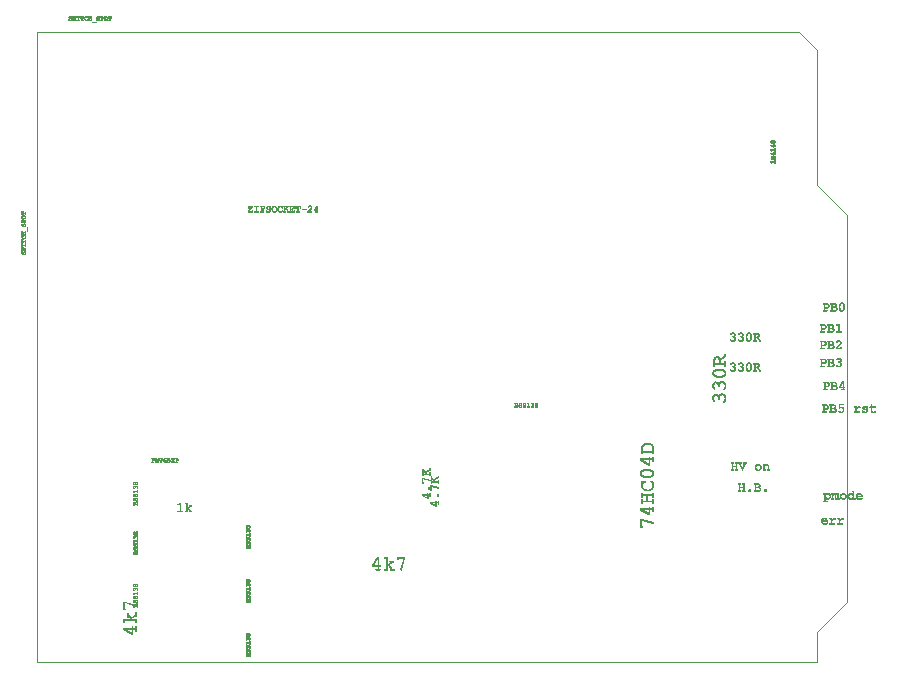
<source format=gbr>
%FSLAX44Y44*%
%OFA0.0000B0.0000*%
%SFA1B1*%
%MOMM*%
%ADD10C,0.0010X0.0000*%
%ADD13C,0.0000X0.0000*%
%LNVALUES_TOP105*%
%LPD*%
G36*
X578197Y252918D2*
X581948Y252918D1*
X581948Y254228D1*
X581948Y254327D1*
X581967Y254406D1*
X581987Y254486D1*
X582027Y254545D1*
X582047Y254585D1*
X582087Y254644D1*
X582146Y254664D1*
X582186Y254704D1*
X582245Y254724D1*
X582305Y254724D1*
X582364Y254724D1*
X582424Y254704D1*
X582464Y254664D1*
X582503Y254644D1*
X582543Y254585D1*
X582583Y254545D1*
X582622Y254486D1*
X582642Y254406D1*
X582662Y254327D1*
X582662Y254228D1*
X582662Y251251D1*
X582662Y251152D1*
X582642Y251073D1*
X582622Y250993D1*
X582583Y250934D1*
X582543Y250894D1*
X582503Y250834D1*
X582464Y250815D1*
X582424Y250775D1*
X582364Y250755D1*
X582305Y250755D1*
X582245Y250755D1*
X582186Y250775D1*
X582146Y250815D1*
X582087Y250834D1*
X582047Y250894D1*
X582027Y250934D1*
X581987Y250993D1*
X581967Y251073D1*
X581948Y251152D1*
X581948Y251251D1*
X581948Y252204D1*
X573375Y252204D1*
X573375Y251251D1*
X573375Y251152D1*
X573355Y251073D1*
X573335Y250993D1*
X573296Y250934D1*
X573276Y250894D1*
X573236Y250834D1*
X573177Y250815D1*
X573137Y250775D1*
X573077Y250755D1*
X573018Y250755D1*
X572958Y250755D1*
X572899Y250775D1*
X572859Y250815D1*
X572800Y250834D1*
X572760Y250894D1*
X572740Y250934D1*
X572700Y250993D1*
X572680Y251073D1*
X572661Y251152D1*
X572661Y251251D1*
X572661Y255597D1*
X572700Y256113D1*
X572819Y256589D1*
X573018Y257026D1*
X573256Y257423D1*
X573554Y257800D1*
X573891Y258117D1*
X574248Y258395D1*
X574625Y258593D1*
X574843Y257919D1*
X574566Y257760D1*
X574308Y257542D1*
X574070Y257284D1*
X573831Y256986D1*
X573653Y256669D1*
X573494Y256331D1*
X573415Y255974D1*
X573375Y255577D1*
X573375Y252918D1*
X577483Y252918D1*
X577483Y252918D1*
X577483Y254883D1*
X577443Y255438D1*
X577324Y255934D1*
X577165Y256391D1*
X576967Y256827D1*
X576748Y257185D1*
X576491Y257482D1*
X576233Y257720D1*
X575955Y257899D1*
X575677Y258018D1*
X575399Y258058D1*
X575121Y258018D1*
X574843Y257919D1*
X574625Y258593D1*
X575022Y258732D1*
X575439Y258772D1*
X575736Y258752D1*
X576034Y258653D1*
X576312Y258534D1*
X576590Y258355D1*
X576868Y258137D1*
X577126Y257879D1*
X577364Y257581D1*
X577602Y257204D1*
X577820Y256788D1*
X578019Y256292D1*
X578237Y256589D1*
X578455Y256867D1*
X578713Y257125D1*
X578971Y257383D1*
X579289Y257621D1*
X579626Y257899D1*
X580043Y258197D1*
X580559Y258534D1*
X581194Y258911D1*
X581948Y259367D1*
X581948Y259923D1*
X581948Y260022D1*
X581967Y260102D1*
X581987Y260161D1*
X582027Y260221D1*
X582047Y260280D1*
X582087Y260320D1*
X582146Y260360D1*
X582186Y260379D1*
X582245Y260399D1*
X582305Y260399D1*
X582364Y260399D1*
X582424Y260379D1*
X582464Y260360D1*
X582503Y260320D1*
X582543Y260280D1*
X582583Y260221D1*
X582622Y260161D1*
X582642Y260102D1*
X582662Y260022D1*
X582662Y259923D1*
X582662Y258951D1*
X581789Y258455D1*
X581055Y257998D1*
X580459Y257601D1*
X579963Y257244D1*
X579566Y256907D1*
X579209Y256569D1*
X578892Y256252D1*
X578634Y255915D1*
X578396Y255577D1*
X578197Y255200D1*
X578197Y252918D1*
G37*
%LNVALUES_TOP106*%
%LPD*%
G36*
X296018Y81349D2*
X296018Y78154D1*
X294351Y78154D1*
X294252Y78154D1*
X294173Y78174D1*
X294093Y78194D1*
X294034Y78233D1*
X293994Y78273D1*
X293935Y78313D1*
X293915Y78352D1*
X293875Y78392D1*
X293855Y78452D1*
X293855Y78511D1*
X293855Y78571D1*
X293875Y78630D1*
X293915Y78670D1*
X293935Y78729D1*
X293994Y78769D1*
X294034Y78789D1*
X294093Y78829D1*
X294173Y78849D1*
X294252Y78868D1*
X294351Y78868D1*
X295304Y78868D1*
X295304Y88175D1*
X294351Y88175D1*
X294252Y88175D1*
X294173Y88195D1*
X294093Y88215D1*
X294034Y88255D1*
X293994Y88274D1*
X293935Y88314D1*
X293915Y88374D1*
X293875Y88413D1*
X293855Y88473D1*
X293855Y88532D1*
X293855Y88592D1*
X293875Y88651D1*
X293915Y88691D1*
X293935Y88731D1*
X293994Y88771D1*
X294034Y88810D1*
X294093Y88850D1*
X294173Y88870D1*
X294252Y88890D1*
X294351Y88890D1*
X296018Y88890D1*
X296018Y82282D1*
X299114Y84861D1*
X298896Y84861D1*
X298796Y84861D1*
X298717Y84881D1*
X298638Y84901D1*
X298578Y84941D1*
X298538Y84980D1*
X298479Y85020D1*
X298459Y85060D1*
X298419Y85099D1*
X298399Y85159D1*
X298399Y85218D1*
X298399Y85278D1*
X298419Y85338D1*
X298459Y85377D1*
X298479Y85437D1*
X298538Y85476D1*
X298578Y85496D1*
X298638Y85536D1*
X298717Y85556D1*
X298796Y85576D1*
X298896Y85576D1*
X300999Y85576D1*
X301098Y85576D1*
X301178Y85556D1*
X301257Y85536D1*
X301317Y85496D1*
X301356Y85476D1*
X301416Y85437D1*
X301436Y85377D1*
X301475Y85338D1*
X301495Y85278D1*
X301495Y85218D1*
X301495Y85159D1*
X301475Y85099D1*
X301436Y85060D1*
X301416Y85020D1*
X301356Y84980D1*
X301317Y84941D1*
X301257Y84901D1*
X301178Y84881D1*
X301098Y84861D1*
X300999Y84861D1*
X300225Y84861D1*
X297387Y82500D1*
X300920Y78868D1*
X301713Y78868D1*
X301813Y78868D1*
X301892Y78849D1*
X301971Y78829D1*
X302031Y78789D1*
X302071Y78769D1*
X302130Y78729D1*
X302150Y78670D1*
X302190Y78630D1*
X302210Y78571D1*
X302210Y78511D1*
X302210Y78452D1*
X302190Y78392D1*
X302150Y78352D1*
X302130Y78313D1*
X302071Y78273D1*
X302031Y78233D1*
X301971Y78194D1*
X301892Y78174D1*
X301813Y78154D1*
X301713Y78154D1*
X299332Y78154D1*
X299233Y78154D1*
X299154Y78174D1*
X299074Y78194D1*
X299015Y78233D1*
X298975Y78273D1*
X298915Y78313D1*
X298896Y78352D1*
X298856Y78392D1*
X298836Y78452D1*
X298836Y78511D1*
X298836Y78571D1*
X298856Y78630D1*
X298896Y78670D1*
X298915Y78729D1*
X298975Y78769D1*
X299015Y78789D1*
X299074Y78829D1*
X299154Y78849D1*
X299233Y78868D1*
X299332Y78868D1*
X299927Y78868D1*
X296852Y82043D1*
X296018Y81349D1*
G37*
%LNVALUES_TOP107*%
%LPD*%
G36*
X80615Y35907D2*
X83810Y35907D1*
X83810Y34240D1*
X83810Y34141D1*
X83790Y34062D1*
X83770Y33982D1*
X83731Y33923D1*
X83691Y33883D1*
X83651Y33824D1*
X83612Y33804D1*
X83572Y33764D1*
X83512Y33744D1*
X83453Y33744D1*
X83393Y33744D1*
X83334Y33764D1*
X83294Y33804D1*
X83235Y33824D1*
X83195Y33883D1*
X83175Y33923D1*
X83135Y33982D1*
X83115Y34062D1*
X83096Y34141D1*
X83096Y34240D1*
X83096Y35193D1*
X73789Y35193D1*
X73789Y34240D1*
X73789Y34141D1*
X73769Y34062D1*
X73749Y33982D1*
X73709Y33923D1*
X73690Y33883D1*
X73650Y33824D1*
X73590Y33804D1*
X73551Y33764D1*
X73491Y33744D1*
X73432Y33744D1*
X73372Y33744D1*
X73313Y33764D1*
X73273Y33804D1*
X73233Y33824D1*
X73193Y33883D1*
X73154Y33923D1*
X73114Y33982D1*
X73094Y34062D1*
X73074Y34141D1*
X73074Y34240D1*
X73074Y35907D1*
X79682Y35907D1*
X77103Y39003D1*
X77103Y38785D1*
X77103Y38685D1*
X77083Y38606D1*
X77063Y38527D1*
X77023Y38467D1*
X76984Y38427D1*
X76944Y38368D1*
X76904Y38348D1*
X76865Y38308D1*
X76805Y38288D1*
X76746Y38288D1*
X76686Y38288D1*
X76626Y38308D1*
X76587Y38348D1*
X76527Y38368D1*
X76488Y38427D1*
X76468Y38467D1*
X76428Y38527D1*
X76408Y38606D1*
X76388Y38685D1*
X76388Y38785D1*
X76388Y40888D1*
X76388Y40987D1*
X76408Y41067D1*
X76428Y41146D1*
X76468Y41206D1*
X76488Y41245D1*
X76527Y41305D1*
X76587Y41325D1*
X76626Y41364D1*
X76686Y41384D1*
X76746Y41384D1*
X76805Y41384D1*
X76865Y41364D1*
X76904Y41325D1*
X76944Y41305D1*
X76984Y41245D1*
X77023Y41206D1*
X77063Y41146D1*
X77083Y41067D1*
X77103Y40987D1*
X77103Y40888D1*
X77103Y40114D1*
X79464Y37276D1*
X83096Y40809D1*
X83096Y41602D1*
X83096Y41702D1*
X83115Y41781D1*
X83135Y41860D1*
X83175Y41920D1*
X83195Y41960D1*
X83235Y42019D1*
X83294Y42039D1*
X83334Y42079D1*
X83393Y42099D1*
X83453Y42099D1*
X83512Y42099D1*
X83572Y42079D1*
X83612Y42039D1*
X83651Y42019D1*
X83691Y41960D1*
X83731Y41920D1*
X83770Y41860D1*
X83790Y41781D1*
X83810Y41702D1*
X83810Y41602D1*
X83810Y39221D1*
X83810Y39122D1*
X83790Y39043D1*
X83770Y38963D1*
X83731Y38904D1*
X83691Y38864D1*
X83651Y38804D1*
X83612Y38785D1*
X83572Y38745D1*
X83512Y38725D1*
X83453Y38725D1*
X83393Y38725D1*
X83334Y38745D1*
X83294Y38785D1*
X83235Y38804D1*
X83195Y38864D1*
X83175Y38904D1*
X83135Y38963D1*
X83115Y39043D1*
X83096Y39122D1*
X83096Y39221D1*
X83096Y39816D1*
X79921Y36741D1*
X80615Y35907D1*
G37*
%LNVALUES_TOP108*%
%LPD*%
G36*
X516701Y141276D2*
X516701Y136494D1*
X520829Y136494D1*
X520829Y137447D1*
X520829Y137546D1*
X520848Y137625D1*
X520868Y137705D1*
X520908Y137764D1*
X520928Y137804D1*
X520968Y137863D1*
X521027Y137883D1*
X521067Y137923D1*
X521126Y137943D1*
X521186Y137943D1*
X521245Y137943D1*
X521305Y137923D1*
X521345Y137883D1*
X521384Y137863D1*
X521424Y137804D1*
X521464Y137764D1*
X521503Y137705D1*
X521523Y137625D1*
X521543Y137546D1*
X521543Y137447D1*
X521543Y134986D1*
X521543Y134887D1*
X521523Y134807D1*
X521503Y134728D1*
X521464Y134668D1*
X521424Y134629D1*
X521384Y134569D1*
X521345Y134549D1*
X521305Y134510D1*
X521245Y134490D1*
X521186Y134490D1*
X521126Y134490D1*
X521067Y134510D1*
X521027Y134549D1*
X520968Y134569D1*
X520928Y134629D1*
X520908Y134668D1*
X520868Y134728D1*
X520848Y134807D1*
X520829Y134887D1*
X520829Y134986D1*
X520829Y135780D1*
X512256Y135780D1*
X512256Y135343D1*
X512256Y135244D1*
X512236Y135165D1*
X512216Y135085D1*
X512177Y135026D1*
X512157Y134986D1*
X512117Y134926D1*
X512058Y134907D1*
X512018Y134867D1*
X511958Y134847D1*
X511899Y134847D1*
X511839Y134847D1*
X511780Y134867D1*
X511740Y134907D1*
X511681Y134926D1*
X511641Y134986D1*
X511621Y135026D1*
X511581Y135085D1*
X511561Y135165D1*
X511542Y135244D1*
X511542Y135343D1*
X511542Y137447D1*
X511542Y137546D1*
X511561Y137625D1*
X511581Y137705D1*
X511621Y137764D1*
X511641Y137804D1*
X511681Y137863D1*
X511740Y137883D1*
X511780Y137923D1*
X511839Y137943D1*
X511899Y137943D1*
X511958Y137943D1*
X512018Y137923D1*
X512058Y137883D1*
X512117Y137863D1*
X512157Y137804D1*
X512177Y137764D1*
X512216Y137705D1*
X512236Y137625D1*
X512256Y137546D1*
X512256Y137447D1*
X512256Y136494D1*
X515987Y136494D1*
X515987Y141276D1*
X512256Y141276D1*
X512256Y140344D1*
X512256Y140245D1*
X512236Y140165D1*
X512216Y140086D1*
X512177Y140026D1*
X512157Y139987D1*
X512117Y139927D1*
X512058Y139907D1*
X512018Y139868D1*
X511958Y139848D1*
X511899Y139848D1*
X511839Y139848D1*
X511780Y139868D1*
X511740Y139887D1*
X511681Y139927D1*
X511641Y139967D1*
X511621Y140026D1*
X511581Y140086D1*
X511561Y140165D1*
X511542Y140245D1*
X511542Y140344D1*
X511542Y142427D1*
X511542Y142527D1*
X511561Y142606D1*
X511581Y142685D1*
X511621Y142745D1*
X511641Y142785D1*
X511681Y142844D1*
X511740Y142864D1*
X511780Y142904D1*
X511839Y142924D1*
X511899Y142924D1*
X511958Y142924D1*
X512018Y142904D1*
X512058Y142864D1*
X512117Y142844D1*
X512157Y142785D1*
X512177Y142745D1*
X512216Y142685D1*
X512236Y142606D1*
X512256Y142527D1*
X512256Y142427D1*
X512256Y141991D1*
X520829Y141991D1*
X520829Y142785D1*
X520829Y142884D1*
X520848Y142963D1*
X520868Y143043D1*
X520908Y143102D1*
X520928Y143142D1*
X520968Y143201D1*
X521027Y143221D1*
X521067Y143261D1*
X521126Y143281D1*
X521186Y143281D1*
X521245Y143281D1*
X521305Y143261D1*
X521345Y143221D1*
X521384Y143201D1*
X521424Y143142D1*
X521464Y143102D1*
X521503Y143043D1*
X521523Y142963D1*
X521543Y142884D1*
X521543Y142785D1*
X521543Y140344D1*
X521543Y140245D1*
X521523Y140165D1*
X521503Y140086D1*
X521464Y140026D1*
X521424Y139987D1*
X521384Y139927D1*
X521345Y139907D1*
X521305Y139868D1*
X521245Y139848D1*
X521186Y139848D1*
X521126Y139848D1*
X521067Y139868D1*
X521027Y139887D1*
X520968Y139927D1*
X520928Y139967D1*
X520908Y140026D1*
X520868Y140086D1*
X520848Y140165D1*
X520829Y140245D1*
X520829Y140344D1*
X520829Y141276D1*
X516701Y141276D1*
G37*
%LNVALUES_TOP109*%
%LPD*%
G36*
X512534Y152508D2*
X512018Y152508D1*
X511919Y152508D1*
X511839Y152528D1*
X511780Y152548D1*
X511720Y152587D1*
X511661Y152607D1*
X511621Y152647D1*
X511581Y152706D1*
X511561Y152746D1*
X511542Y152806D1*
X511542Y152865D1*
X511542Y152925D1*
X511561Y152984D1*
X511581Y153024D1*
X511621Y153083D1*
X511661Y153123D1*
X511720Y153143D1*
X511780Y153183D1*
X511839Y153202D1*
X511919Y153222D1*
X512018Y153222D1*
X514002Y153222D1*
X514101Y153222D1*
X514181Y153202D1*
X514260Y153183D1*
X514320Y153143D1*
X514379Y153123D1*
X514419Y153083D1*
X514459Y153024D1*
X514479Y152984D1*
X514498Y152925D1*
X514498Y152865D1*
X514498Y152806D1*
X514479Y152766D1*
X514459Y152706D1*
X514419Y152667D1*
X514379Y152627D1*
X514340Y152607D1*
X514280Y152567D1*
X514221Y152548D1*
X514141Y152528D1*
X514062Y152508D1*
X513923Y152488D1*
X513784Y152468D1*
X513645Y152428D1*
X513526Y152369D1*
X513387Y152290D1*
X513268Y152210D1*
X513149Y152111D1*
X513030Y151992D1*
X512911Y151873D1*
X512792Y151734D1*
X512653Y151536D1*
X512514Y151317D1*
X512415Y151119D1*
X512316Y150900D1*
X512236Y150662D1*
X512157Y150444D1*
X512097Y150206D1*
X512077Y149968D1*
X512038Y149730D1*
X512038Y149472D1*
X512038Y149313D1*
X512058Y149134D1*
X512077Y148976D1*
X512097Y148817D1*
X512117Y148658D1*
X512157Y148519D1*
X512216Y148360D1*
X512276Y148202D1*
X512335Y148063D1*
X512395Y147904D1*
X512454Y147805D1*
X512514Y147706D1*
X512574Y147606D1*
X512633Y147507D1*
X512693Y147408D1*
X512752Y147329D1*
X512831Y147249D1*
X512891Y147170D1*
X512970Y147090D1*
X513050Y147031D1*
X513189Y146912D1*
X513328Y146813D1*
X513466Y146713D1*
X513605Y146614D1*
X513764Y146535D1*
X513903Y146436D1*
X514062Y146356D1*
X514221Y146277D1*
X514379Y146197D1*
X514538Y146138D1*
X514657Y146098D1*
X514776Y146059D1*
X514915Y146019D1*
X515034Y145979D1*
X515173Y145959D1*
X515312Y145939D1*
X515451Y145920D1*
X515590Y145900D1*
X515729Y145900D1*
X515887Y145900D1*
X517138Y145900D1*
X517753Y145959D1*
X518348Y146118D1*
X518884Y146396D1*
X519380Y146733D1*
X519856Y147150D1*
X520253Y147587D1*
X520610Y148083D1*
X520868Y148618D1*
X521047Y149174D1*
X521106Y149769D1*
X521087Y150127D1*
X521027Y150464D1*
X520928Y150801D1*
X520809Y151099D1*
X520670Y151416D1*
X520491Y151694D1*
X520293Y151992D1*
X520055Y152270D1*
X519797Y152548D1*
X519499Y152825D1*
X519459Y152865D1*
X519440Y152885D1*
X519400Y152925D1*
X519380Y152944D1*
X519360Y152984D1*
X519340Y153024D1*
X519340Y153063D1*
X519320Y153083D1*
X519320Y153123D1*
X519320Y153163D1*
X519320Y153222D1*
X519340Y153262D1*
X519360Y153321D1*
X519400Y153361D1*
X519420Y153401D1*
X519459Y153421D1*
X519499Y153460D1*
X519559Y153480D1*
X519598Y153500D1*
X519658Y153500D1*
X519698Y153500D1*
X519737Y153480D1*
X519777Y153460D1*
X519836Y153441D1*
X519896Y153401D1*
X519955Y153361D1*
X520015Y153321D1*
X520094Y153262D1*
X520174Y153202D1*
X520253Y153123D1*
X520551Y152845D1*
X520809Y152528D1*
X521027Y152210D1*
X521225Y151893D1*
X521384Y151555D1*
X521523Y151198D1*
X521642Y150861D1*
X521741Y150504D1*
X521801Y150146D1*
X521821Y149789D1*
X521821Y149630D1*
X521801Y149472D1*
X521801Y149313D1*
X521781Y149154D1*
X521741Y148995D1*
X521722Y148837D1*
X521682Y148678D1*
X521622Y148519D1*
X521583Y148360D1*
X521523Y148202D1*
X521325Y147745D1*
X521087Y147368D1*
X520769Y146991D1*
X520372Y146614D1*
X519916Y146217D1*
X519400Y145860D1*
X518864Y145562D1*
X518348Y145364D1*
X517812Y145225D1*
X517237Y145185D1*
X515768Y145185D1*
X515133Y145245D1*
X514498Y145443D1*
X513863Y145721D1*
X513268Y146078D1*
X512732Y146495D1*
X512256Y146991D1*
X511879Y147547D1*
X511581Y148142D1*
X511403Y148777D1*
X511323Y149452D1*
X511343Y149809D1*
X511363Y150146D1*
X511423Y150484D1*
X511522Y150801D1*
X511621Y151099D1*
X511760Y151397D1*
X511919Y151694D1*
X512097Y151972D1*
X512296Y152250D1*
X512534Y152508D1*
X512534Y152508D1*
G37*
%LNVALUES_TOP110*%
%LPD*%
G36*
X520829Y178066D2*
X512256Y178066D1*
X512256Y177471D1*
X512256Y177371D1*
X512236Y177292D1*
X512216Y177213D1*
X512177Y177153D1*
X512157Y177113D1*
X512117Y177054D1*
X512058Y177034D1*
X512018Y176994D1*
X511958Y176975D1*
X511899Y176975D1*
X511839Y176975D1*
X511780Y176994D1*
X511740Y177034D1*
X511681Y177054D1*
X511641Y177113D1*
X511621Y177153D1*
X511581Y177213D1*
X511561Y177292D1*
X511542Y177371D1*
X511542Y177471D1*
X511542Y181340D1*
X511561Y181697D1*
X511621Y182035D1*
X511700Y182352D1*
X511800Y182670D1*
X511939Y182967D1*
X512097Y183245D1*
X512693Y182908D1*
X512593Y182670D1*
X512474Y182432D1*
X512395Y182194D1*
X512316Y181936D1*
X512276Y181678D1*
X512256Y181400D1*
X512256Y178780D1*
X520829Y178780D1*
X520829Y178780D1*
X520829Y181400D1*
X520769Y181936D1*
X520571Y182432D1*
X520293Y182908D1*
X519955Y183344D1*
X519559Y183722D1*
X519122Y184059D1*
X518646Y184317D1*
X518170Y184515D1*
X517673Y184654D1*
X517197Y184694D1*
X515887Y184694D1*
X515749Y184694D1*
X515629Y184694D1*
X515510Y184674D1*
X515391Y184654D1*
X515252Y184634D1*
X515153Y184614D1*
X515034Y184575D1*
X514915Y184555D1*
X514796Y184515D1*
X514697Y184476D1*
X514538Y184416D1*
X514399Y184337D1*
X514240Y184277D1*
X514101Y184198D1*
X513943Y184099D1*
X513804Y184019D1*
X513665Y183920D1*
X513526Y183821D1*
X513387Y183722D1*
X513248Y183602D1*
X513089Y183464D1*
X512951Y183305D1*
X512831Y183106D1*
X512693Y182908D1*
X512097Y183245D1*
X512236Y183503D1*
X512415Y183761D1*
X512593Y183960D1*
X512772Y184138D1*
X512931Y184257D1*
X513089Y184396D1*
X513268Y184515D1*
X513427Y184614D1*
X513605Y184734D1*
X513784Y184833D1*
X513963Y184932D1*
X514141Y185011D1*
X514320Y185091D1*
X514498Y185170D1*
X514637Y185210D1*
X514776Y185249D1*
X514915Y185289D1*
X515054Y185329D1*
X515213Y185349D1*
X515372Y185369D1*
X515530Y185388D1*
X515689Y185408D1*
X515868Y185408D1*
X516046Y185408D1*
X517038Y185408D1*
X517475Y185388D1*
X517912Y185309D1*
X518328Y185210D1*
X518745Y185051D1*
X519162Y184872D1*
X519559Y184654D1*
X519955Y184396D1*
X520313Y184079D1*
X520670Y183722D1*
X520987Y183305D1*
X521087Y183126D1*
X521186Y182948D1*
X521265Y182769D1*
X521345Y182571D1*
X521404Y182392D1*
X521464Y182174D1*
X521503Y181975D1*
X521523Y181777D1*
X521543Y181559D1*
X521543Y181340D1*
X521543Y177471D1*
X521543Y177371D1*
X521523Y177292D1*
X521503Y177213D1*
X521464Y177153D1*
X521424Y177113D1*
X521384Y177054D1*
X521345Y177034D1*
X521305Y176994D1*
X521245Y176975D1*
X521186Y176975D1*
X521126Y176975D1*
X521067Y176994D1*
X521027Y177034D1*
X520968Y177054D1*
X520928Y177113D1*
X520908Y177153D1*
X520868Y177213D1*
X520848Y177292D1*
X520829Y177371D1*
X520829Y177471D1*
X520829Y178066D1*
G37*
%LNVALUES_TOP111*%
%LPD*%
G36*
X576828Y235714D2*
X577026Y236091D1*
X577245Y236409D1*
X577503Y236706D1*
X577761Y236944D1*
X578058Y237163D1*
X578356Y237361D1*
X578673Y237520D1*
X578991Y237639D1*
X579328Y237718D1*
X579666Y237738D1*
X580162Y237679D1*
X580638Y237540D1*
X581074Y237301D1*
X581491Y236984D1*
X581868Y236607D1*
X582206Y236190D1*
X582503Y235734D1*
X582722Y235218D1*
X582860Y234662D1*
X582920Y234067D1*
X582900Y233690D1*
X582841Y233313D1*
X582761Y232936D1*
X582642Y232559D1*
X582503Y232182D1*
X582364Y231825D1*
X582206Y231487D1*
X582047Y231190D1*
X581888Y230951D1*
X581729Y230753D1*
X581690Y230733D1*
X581670Y230713D1*
X581630Y230693D1*
X581610Y230674D1*
X581571Y230674D1*
X581551Y230654D1*
X581511Y230654D1*
X581491Y230634D1*
X581452Y230634D1*
X581432Y230634D1*
X581392Y230634D1*
X581332Y230654D1*
X581293Y230674D1*
X581253Y230713D1*
X581213Y230733D1*
X581174Y230773D1*
X581134Y230812D1*
X581114Y230872D1*
X581094Y230912D1*
X581094Y230971D1*
X581094Y231011D1*
X581094Y231031D1*
X581114Y231070D1*
X581114Y231090D1*
X581114Y231130D1*
X581134Y231150D1*
X581154Y231190D1*
X581174Y231209D1*
X581194Y231249D1*
X581213Y231269D1*
X581392Y231547D1*
X581571Y231805D1*
X581709Y232083D1*
X581848Y232360D1*
X581948Y232638D1*
X582047Y232916D1*
X582106Y233214D1*
X582166Y233491D1*
X582186Y233789D1*
X582206Y234087D1*
X582166Y234563D1*
X582047Y235000D1*
X581888Y235416D1*
X581650Y235773D1*
X581372Y236111D1*
X581074Y236409D1*
X580757Y236666D1*
X580420Y236865D1*
X580062Y236984D1*
X579685Y237024D1*
X579308Y236984D1*
X578931Y236845D1*
X578574Y236627D1*
X578237Y236369D1*
X577919Y236031D1*
X577661Y235654D1*
X577443Y235238D1*
X577264Y234781D1*
X577145Y234305D1*
X577106Y233829D1*
X577106Y233730D1*
X577086Y233650D1*
X577066Y233591D1*
X577026Y233531D1*
X577006Y233472D1*
X576967Y233432D1*
X576907Y233392D1*
X576868Y233372D1*
X576808Y233353D1*
X576748Y233353D1*
X576689Y233353D1*
X576629Y233372D1*
X576590Y233392D1*
X576530Y233432D1*
X576491Y233472D1*
X576451Y233511D1*
X576431Y233571D1*
X576411Y233630D1*
X576391Y233710D1*
X576391Y233789D1*
X576391Y234404D1*
X576371Y234781D1*
X576272Y235119D1*
X576133Y235436D1*
X575975Y235714D1*
X575756Y235972D1*
X575538Y236190D1*
X575280Y236369D1*
X575002Y236528D1*
X574724Y236607D1*
X574427Y236647D1*
X574109Y236607D1*
X573812Y236528D1*
X573534Y236369D1*
X573276Y236170D1*
X573038Y235932D1*
X572819Y235654D1*
X572641Y235357D1*
X572502Y235019D1*
X572422Y234662D1*
X572383Y234265D1*
X572403Y233968D1*
X572422Y233670D1*
X572482Y233412D1*
X572561Y233154D1*
X572661Y232896D1*
X572760Y232658D1*
X572879Y232440D1*
X573018Y232221D1*
X573177Y232043D1*
X573335Y231884D1*
X573395Y231825D1*
X573454Y231785D1*
X573494Y231745D1*
X573514Y231705D1*
X573554Y231666D1*
X573554Y231646D1*
X573573Y231606D1*
X573593Y231567D1*
X573593Y231547D1*
X573593Y231507D1*
X573593Y231448D1*
X573573Y231388D1*
X573554Y231348D1*
X573514Y231309D1*
X573494Y231269D1*
X573454Y231229D1*
X573415Y231190D1*
X573355Y231170D1*
X573315Y231150D1*
X573256Y231150D1*
X573196Y231150D1*
X573117Y231190D1*
X573038Y231209D1*
X572958Y231269D1*
X572879Y231348D1*
X572780Y231428D1*
X572700Y231527D1*
X572601Y231626D1*
X572502Y231765D1*
X572403Y231904D1*
X572264Y232122D1*
X572145Y232321D1*
X572026Y232559D1*
X571926Y232777D1*
X571847Y233015D1*
X571787Y233253D1*
X571728Y233491D1*
X571688Y233730D1*
X571668Y233988D1*
X571668Y234246D1*
X571708Y234761D1*
X571827Y235238D1*
X572006Y235674D1*
X572264Y236071D1*
X572542Y236428D1*
X572859Y236726D1*
X573216Y236984D1*
X573593Y237182D1*
X574010Y237321D1*
X574447Y237361D1*
X574724Y237341D1*
X575002Y237282D1*
X575280Y237182D1*
X575538Y237063D1*
X575796Y236905D1*
X576034Y236726D1*
X576252Y236528D1*
X576471Y236289D1*
X576669Y236012D1*
X576828Y235714D1*
X576828Y235714D1*
G37*
%LNVALUES_TOP112*%
%LPD*%
G36*
X576828Y225197D2*
X577026Y225574D1*
X577245Y225892D1*
X577503Y226189D1*
X577761Y226427D1*
X578058Y226646D1*
X578356Y226844D1*
X578673Y227003D1*
X578991Y227122D1*
X579328Y227201D1*
X579666Y227221D1*
X580162Y227162D1*
X580638Y227023D1*
X581074Y226784D1*
X581491Y226467D1*
X581868Y226090D1*
X582206Y225673D1*
X582503Y225217D1*
X582722Y224701D1*
X582860Y224145D1*
X582920Y223550D1*
X582900Y223173D1*
X582841Y222796D1*
X582761Y222419D1*
X582642Y222042D1*
X582503Y221665D1*
X582364Y221308D1*
X582206Y220970D1*
X582047Y220673D1*
X581888Y220434D1*
X581729Y220236D1*
X581690Y220216D1*
X581670Y220196D1*
X581630Y220176D1*
X581610Y220157D1*
X581571Y220157D1*
X581551Y220137D1*
X581511Y220137D1*
X581491Y220117D1*
X581452Y220117D1*
X581432Y220117D1*
X581392Y220117D1*
X581332Y220137D1*
X581293Y220157D1*
X581253Y220196D1*
X581213Y220216D1*
X581174Y220256D1*
X581134Y220295D1*
X581114Y220355D1*
X581094Y220395D1*
X581094Y220454D1*
X581094Y220494D1*
X581094Y220514D1*
X581114Y220553D1*
X581114Y220573D1*
X581114Y220613D1*
X581134Y220633D1*
X581154Y220673D1*
X581174Y220692D1*
X581194Y220732D1*
X581213Y220752D1*
X581392Y221030D1*
X581571Y221288D1*
X581709Y221566D1*
X581848Y221843D1*
X581948Y222121D1*
X582047Y222399D1*
X582106Y222697D1*
X582166Y222974D1*
X582186Y223272D1*
X582206Y223570D1*
X582166Y224046D1*
X582047Y224483D1*
X581888Y224899D1*
X581650Y225256D1*
X581372Y225594D1*
X581074Y225892D1*
X580757Y226149D1*
X580420Y226348D1*
X580062Y226467D1*
X579685Y226507D1*
X579308Y226467D1*
X578931Y226328D1*
X578574Y226110D1*
X578237Y225852D1*
X577919Y225514D1*
X577661Y225137D1*
X577443Y224721D1*
X577264Y224264D1*
X577145Y223788D1*
X577106Y223312D1*
X577106Y223213D1*
X577086Y223133D1*
X577066Y223074D1*
X577026Y223014D1*
X577006Y222955D1*
X576967Y222915D1*
X576907Y222875D1*
X576868Y222855D1*
X576808Y222836D1*
X576748Y222836D1*
X576689Y222836D1*
X576629Y222855D1*
X576590Y222875D1*
X576530Y222915D1*
X576491Y222955D1*
X576451Y222994D1*
X576431Y223054D1*
X576411Y223113D1*
X576391Y223193D1*
X576391Y223272D1*
X576391Y223887D1*
X576371Y224264D1*
X576272Y224602D1*
X576133Y224919D1*
X575975Y225197D1*
X575756Y225455D1*
X575538Y225673D1*
X575280Y225852D1*
X575002Y226011D1*
X574724Y226090D1*
X574427Y226130D1*
X574109Y226090D1*
X573812Y226011D1*
X573534Y225852D1*
X573276Y225653D1*
X573038Y225415D1*
X572819Y225137D1*
X572641Y224840D1*
X572502Y224502D1*
X572422Y224145D1*
X572383Y223748D1*
X572403Y223451D1*
X572422Y223153D1*
X572482Y222895D1*
X572561Y222637D1*
X572661Y222379D1*
X572760Y222141D1*
X572879Y221923D1*
X573018Y221704D1*
X573177Y221526D1*
X573335Y221367D1*
X573395Y221308D1*
X573454Y221268D1*
X573494Y221228D1*
X573514Y221188D1*
X573554Y221149D1*
X573554Y221129D1*
X573573Y221089D1*
X573593Y221050D1*
X573593Y221030D1*
X573593Y220990D1*
X573593Y220931D1*
X573573Y220871D1*
X573554Y220831D1*
X573514Y220792D1*
X573494Y220752D1*
X573454Y220712D1*
X573415Y220673D1*
X573355Y220653D1*
X573315Y220633D1*
X573256Y220633D1*
X573196Y220633D1*
X573117Y220673D1*
X573038Y220692D1*
X572958Y220752D1*
X572879Y220831D1*
X572780Y220911D1*
X572700Y221010D1*
X572601Y221109D1*
X572502Y221248D1*
X572403Y221387D1*
X572264Y221605D1*
X572145Y221804D1*
X572026Y222042D1*
X571926Y222260D1*
X571847Y222498D1*
X571787Y222736D1*
X571728Y222974D1*
X571688Y223213D1*
X571668Y223471D1*
X571668Y223729D1*
X571708Y224244D1*
X571827Y224721D1*
X572006Y225157D1*
X572264Y225554D1*
X572542Y225911D1*
X572859Y226209D1*
X573216Y226467D1*
X573593Y226665D1*
X574010Y226804D1*
X574447Y226844D1*
X574724Y226824D1*
X575002Y226765D1*
X575280Y226665D1*
X575538Y226546D1*
X575796Y226388D1*
X576034Y226209D1*
X576252Y226011D1*
X576471Y225772D1*
X576669Y225495D1*
X576828Y225197D1*
X576828Y225197D1*
G37*
%LNVALUES_TOP113*%
%LPD*%
G36*
X515292Y163164D2*
X517078Y163164D1*
X517535Y163144D1*
X517951Y163124D1*
X518368Y163065D1*
X518765Y162985D1*
X519142Y162886D1*
X519499Y162767D1*
X519836Y162608D1*
X520154Y162449D1*
X520471Y162271D1*
X520749Y162053D1*
X520948Y161874D1*
X521126Y161695D1*
X521285Y161497D1*
X521424Y161298D1*
X521543Y161080D1*
X521622Y160862D1*
X521702Y160624D1*
X521761Y160386D1*
X521781Y160147D1*
X521801Y159890D1*
X521781Y159632D1*
X521761Y159393D1*
X521702Y159155D1*
X521622Y158917D1*
X521523Y158699D1*
X521424Y158481D1*
X521305Y158282D1*
X521166Y158084D1*
X521027Y157905D1*
X520848Y157746D1*
X520710Y157647D1*
X520551Y157528D1*
X520352Y157409D1*
X520154Y157310D1*
X519916Y157191D1*
X519698Y157092D1*
X519459Y156992D1*
X519221Y156913D1*
X519003Y156834D1*
X518785Y156774D1*
X518626Y156734D1*
X518487Y156695D1*
X518328Y156675D1*
X518150Y156635D1*
X517991Y156615D1*
X517812Y156615D1*
X517634Y156595D1*
X517455Y156576D1*
X517277Y156576D1*
X517078Y156576D1*
X515292Y156576D1*
X514836Y156595D1*
X514399Y156615D1*
X513982Y156675D1*
X513586Y156754D1*
X513209Y156853D1*
X512851Y156972D1*
X512514Y157131D1*
X512196Y157290D1*
X511899Y157469D1*
X511621Y157687D1*
X511423Y157865D1*
X511244Y158044D1*
X511065Y158242D1*
X510926Y158441D1*
X510807Y158659D1*
X510728Y158877D1*
X510649Y159116D1*
X510589Y159354D1*
X510569Y159592D1*
X510549Y159850D1*
X510569Y160108D1*
X510589Y160346D1*
X510649Y160584D1*
X510728Y160822D1*
X510827Y161040D1*
X511403Y160663D1*
X511363Y160544D1*
X511343Y160445D1*
X511303Y160326D1*
X511284Y160227D1*
X511284Y160108D1*
X511264Y159989D1*
X511264Y159870D1*
X511323Y159413D1*
X511502Y158997D1*
X511780Y158639D1*
X512157Y158302D1*
X512574Y158024D1*
X513070Y157786D1*
X513586Y157568D1*
X514141Y157429D1*
X514756Y157330D1*
X515391Y157290D1*
X516959Y157290D1*
X517356Y157310D1*
X517753Y157349D1*
X518130Y157409D1*
X518487Y157488D1*
X518844Y157588D1*
X519182Y157707D1*
X519499Y157826D1*
X519777Y157945D1*
X520035Y158084D1*
X520273Y158223D1*
X520333Y158262D1*
X520392Y158302D1*
X520452Y158362D1*
X520491Y158401D1*
X520551Y158461D1*
X520590Y158520D1*
X520650Y158580D1*
X520690Y158639D1*
X520749Y158699D1*
X520789Y158778D1*
X520848Y158877D1*
X520888Y158977D1*
X520948Y159076D1*
X520987Y159195D1*
X521007Y159294D1*
X521047Y159413D1*
X521067Y159532D1*
X521067Y159651D1*
X521087Y159770D1*
X521087Y159890D1*
X521027Y160346D1*
X520848Y160743D1*
X520571Y161100D1*
X520194Y161437D1*
X519777Y161715D1*
X519301Y161953D1*
X518765Y162172D1*
X518209Y162310D1*
X517594Y162410D1*
X516959Y162449D1*
X515391Y162449D1*
X515391Y162449D1*
X514994Y162430D1*
X514598Y162390D1*
X514221Y162330D1*
X513863Y162251D1*
X513506Y162152D1*
X513169Y162033D1*
X512851Y161914D1*
X512574Y161795D1*
X512316Y161656D1*
X512077Y161517D1*
X512018Y161477D1*
X511958Y161417D1*
X511899Y161378D1*
X511859Y161318D1*
X511800Y161279D1*
X511760Y161219D1*
X511700Y161160D1*
X511661Y161080D1*
X511601Y161021D1*
X511561Y160961D1*
X511502Y160862D1*
X511462Y160763D1*
X511403Y160663D1*
X510827Y161040D1*
X510926Y161259D1*
X511046Y161457D1*
X511184Y161656D1*
X511323Y161834D1*
X511502Y161993D1*
X511641Y162092D1*
X511800Y162211D1*
X511998Y162330D1*
X512196Y162430D1*
X512435Y162549D1*
X512653Y162648D1*
X512891Y162747D1*
X513129Y162846D1*
X513347Y162926D1*
X513566Y162985D1*
X513705Y163025D1*
X513863Y163045D1*
X514022Y163084D1*
X514181Y163104D1*
X514359Y163124D1*
X514538Y163144D1*
X514717Y163144D1*
X514915Y163164D1*
X515094Y163164D1*
X515292Y163164D1*
X515292Y163164D1*
G37*
%LNVALUES_TOP114*%
%LPD*%
G36*
X576411Y248037D2*
X578197Y248037D1*
X578654Y248017D1*
X579070Y247997D1*
X579487Y247938D1*
X579884Y247858D1*
X580261Y247759D1*
X580618Y247640D1*
X580955Y247481D1*
X581273Y247322D1*
X581590Y247144D1*
X581868Y246926D1*
X582067Y246747D1*
X582245Y246568D1*
X582404Y246370D1*
X582543Y246171D1*
X582662Y245953D1*
X582741Y245735D1*
X582821Y245497D1*
X582880Y245259D1*
X582900Y245020D1*
X582920Y244763D1*
X582900Y244505D1*
X582880Y244266D1*
X582821Y244028D1*
X582741Y243790D1*
X582642Y243572D1*
X582543Y243354D1*
X582424Y243155D1*
X582285Y242957D1*
X582146Y242778D1*
X581967Y242619D1*
X581829Y242520D1*
X581670Y242401D1*
X581471Y242282D1*
X581273Y242183D1*
X581035Y242064D1*
X580817Y241965D1*
X580578Y241865D1*
X580340Y241786D1*
X580122Y241707D1*
X579904Y241647D1*
X579745Y241607D1*
X579606Y241568D1*
X579447Y241548D1*
X579269Y241508D1*
X579110Y241488D1*
X578931Y241488D1*
X578753Y241468D1*
X578574Y241449D1*
X578396Y241449D1*
X578197Y241449D1*
X576411Y241449D1*
X575955Y241468D1*
X575518Y241488D1*
X575101Y241548D1*
X574705Y241627D1*
X574328Y241726D1*
X573970Y241845D1*
X573633Y242004D1*
X573315Y242163D1*
X573018Y242342D1*
X572740Y242560D1*
X572542Y242738D1*
X572363Y242917D1*
X572184Y243115D1*
X572045Y243314D1*
X571926Y243532D1*
X571847Y243750D1*
X571768Y243989D1*
X571708Y244227D1*
X571688Y244465D1*
X571668Y244723D1*
X571688Y244981D1*
X571708Y245219D1*
X571768Y245457D1*
X571847Y245695D1*
X571946Y245913D1*
X572522Y245536D1*
X572482Y245417D1*
X572462Y245318D1*
X572422Y245199D1*
X572403Y245100D1*
X572403Y244981D1*
X572383Y244862D1*
X572383Y244743D1*
X572442Y244286D1*
X572621Y243870D1*
X572899Y243512D1*
X573276Y243175D1*
X573693Y242897D1*
X574189Y242659D1*
X574705Y242441D1*
X575260Y242302D1*
X575875Y242203D1*
X576510Y242163D1*
X578078Y242163D1*
X578475Y242183D1*
X578872Y242222D1*
X579249Y242282D1*
X579606Y242361D1*
X579963Y242461D1*
X580301Y242580D1*
X580618Y242699D1*
X580896Y242818D1*
X581154Y242957D1*
X581392Y243096D1*
X581452Y243135D1*
X581511Y243175D1*
X581571Y243235D1*
X581610Y243274D1*
X581670Y243334D1*
X581709Y243393D1*
X581769Y243453D1*
X581809Y243512D1*
X581868Y243572D1*
X581908Y243651D1*
X581967Y243750D1*
X582007Y243850D1*
X582067Y243949D1*
X582106Y244068D1*
X582126Y244167D1*
X582166Y244286D1*
X582186Y244405D1*
X582186Y244524D1*
X582206Y244643D1*
X582206Y244763D1*
X582146Y245219D1*
X581967Y245616D1*
X581690Y245973D1*
X581313Y246310D1*
X580896Y246588D1*
X580420Y246826D1*
X579884Y247045D1*
X579328Y247183D1*
X578713Y247283D1*
X578078Y247322D1*
X576510Y247322D1*
X576510Y247322D1*
X576113Y247303D1*
X575717Y247263D1*
X575340Y247203D1*
X574982Y247124D1*
X574625Y247025D1*
X574288Y246906D1*
X573970Y246787D1*
X573693Y246668D1*
X573435Y246529D1*
X573196Y246390D1*
X573137Y246350D1*
X573077Y246290D1*
X573018Y246251D1*
X572978Y246191D1*
X572919Y246152D1*
X572879Y246092D1*
X572819Y246033D1*
X572780Y245953D1*
X572720Y245894D1*
X572680Y245834D1*
X572621Y245735D1*
X572581Y245636D1*
X572522Y245536D1*
X571946Y245913D1*
X572045Y246132D1*
X572165Y246330D1*
X572303Y246529D1*
X572442Y246707D1*
X572621Y246866D1*
X572760Y246965D1*
X572919Y247084D1*
X573117Y247203D1*
X573315Y247303D1*
X573554Y247422D1*
X573772Y247521D1*
X574010Y247620D1*
X574248Y247719D1*
X574466Y247799D1*
X574685Y247858D1*
X574824Y247898D1*
X574982Y247918D1*
X575141Y247957D1*
X575300Y247977D1*
X575478Y247997D1*
X575657Y248017D1*
X575836Y248017D1*
X576034Y248037D1*
X576213Y248037D1*
X576411Y248037D1*
X576411Y248037D1*
G37*
%LNVALUES_TOP115*%
%LPD*%
G36*
X310425Y87858D2*
X310425Y88175D1*
X305265Y88175D1*
X305265Y87560D1*
X305265Y87461D1*
X305245Y87381D1*
X305226Y87322D1*
X305186Y87262D1*
X305166Y87203D1*
X305126Y87163D1*
X305067Y87123D1*
X305027Y87104D1*
X304968Y87084D1*
X304908Y87084D1*
X304848Y87084D1*
X304789Y87104D1*
X304749Y87123D1*
X304710Y87163D1*
X304670Y87203D1*
X304630Y87262D1*
X304590Y87322D1*
X304571Y87381D1*
X304551Y87461D1*
X304551Y87560D1*
X304551Y88890D1*
X311139Y88890D1*
X311139Y87758D1*
X308242Y78511D1*
X308222Y78432D1*
X308182Y78372D1*
X308143Y78313D1*
X308123Y78273D1*
X308083Y78233D1*
X308043Y78214D1*
X308004Y78194D1*
X307964Y78174D1*
X307924Y78154D1*
X307885Y78154D1*
X307825Y78154D1*
X307766Y78174D1*
X307726Y78194D1*
X307666Y78233D1*
X307627Y78273D1*
X307587Y78313D1*
X307567Y78352D1*
X307547Y78392D1*
X307527Y78452D1*
X307527Y78491D1*
X307527Y78511D1*
X307527Y78531D1*
X307527Y78551D1*
X307527Y78571D1*
X307547Y78591D1*
X307547Y78610D1*
X307547Y78650D1*
X307547Y78670D1*
X307567Y78710D1*
X307567Y78729D1*
X310425Y87858D1*
G37*
%LNVALUES_TOP116*%
%LPD*%
G36*
X511839Y120223D2*
X511522Y120223D1*
X511522Y115063D1*
X512137Y115063D1*
X512236Y115063D1*
X512316Y115043D1*
X512375Y115024D1*
X512435Y114984D1*
X512494Y114964D1*
X512534Y114924D1*
X512574Y114865D1*
X512593Y114825D1*
X512613Y114766D1*
X512613Y114706D1*
X512613Y114646D1*
X512593Y114587D1*
X512574Y114547D1*
X512534Y114508D1*
X512494Y114468D1*
X512435Y114428D1*
X512375Y114388D1*
X512316Y114369D1*
X512236Y114349D1*
X512137Y114349D1*
X510807Y114349D1*
X510807Y120937D1*
X511939Y120937D1*
X521186Y118040D1*
X521265Y118020D1*
X521325Y117980D1*
X521384Y117941D1*
X521424Y117921D1*
X521464Y117881D1*
X521483Y117841D1*
X521503Y117802D1*
X521523Y117762D1*
X521543Y117722D1*
X521543Y117683D1*
X521543Y117623D1*
X521523Y117564D1*
X521503Y117524D1*
X521464Y117464D1*
X521424Y117425D1*
X521384Y117385D1*
X521345Y117365D1*
X521305Y117345D1*
X521245Y117325D1*
X521206Y117325D1*
X521186Y117325D1*
X521166Y117325D1*
X521146Y117325D1*
X521126Y117325D1*
X521106Y117345D1*
X521087Y117345D1*
X521047Y117345D1*
X521027Y117345D1*
X520987Y117365D1*
X520968Y117365D1*
X511839Y120223D1*
G37*
%LNVALUES_TOP117*%
%LPD*%
G36*
X74106Y50314D2*
X73789Y50314D1*
X73789Y45154D1*
X74404Y45154D1*
X74503Y45154D1*
X74583Y45134D1*
X74642Y45115D1*
X74702Y45075D1*
X74761Y45055D1*
X74801Y45015D1*
X74841Y44956D1*
X74860Y44916D1*
X74880Y44857D1*
X74880Y44797D1*
X74880Y44737D1*
X74860Y44678D1*
X74841Y44638D1*
X74801Y44599D1*
X74761Y44559D1*
X74702Y44519D1*
X74642Y44479D1*
X74583Y44460D1*
X74503Y44440D1*
X74404Y44440D1*
X73074Y44440D1*
X73074Y51028D1*
X74206Y51028D1*
X83453Y48131D1*
X83532Y48111D1*
X83592Y48071D1*
X83651Y48032D1*
X83691Y48012D1*
X83731Y47972D1*
X83750Y47932D1*
X83770Y47893D1*
X83790Y47853D1*
X83810Y47813D1*
X83810Y47774D1*
X83810Y47714D1*
X83790Y47655D1*
X83770Y47615D1*
X83731Y47555D1*
X83691Y47516D1*
X83651Y47476D1*
X83612Y47456D1*
X83572Y47436D1*
X83512Y47416D1*
X83473Y47416D1*
X83453Y47416D1*
X83433Y47416D1*
X83413Y47416D1*
X83393Y47416D1*
X83373Y47436D1*
X83354Y47436D1*
X83314Y47436D1*
X83294Y47436D1*
X83254Y47456D1*
X83235Y47456D1*
X74106Y50314D1*
G37*
%LNVALUES_TOP118*%
%LPD*%
G36*
X518547Y171716D2*
X518547Y166954D1*
X517713Y166954D1*
X510807Y170942D1*
X510807Y172431D1*
X517832Y172431D1*
X517832Y173026D1*
X517832Y173125D1*
X517852Y173205D1*
X517872Y173284D1*
X517912Y173343D1*
X517931Y173383D1*
X517971Y173443D1*
X518031Y173462D1*
X518070Y173502D1*
X518130Y173522D1*
X518189Y173522D1*
X518249Y173522D1*
X518308Y173502D1*
X518348Y173462D1*
X518388Y173443D1*
X518427Y173383D1*
X518467Y173343D1*
X518507Y173284D1*
X518527Y173205D1*
X518547Y173125D1*
X518547Y173026D1*
X518547Y172431D1*
X520829Y172431D1*
X520829Y173026D1*
X520829Y173125D1*
X520848Y173205D1*
X520868Y173284D1*
X520908Y173343D1*
X520928Y173383D1*
X520968Y173443D1*
X521027Y173462D1*
X521067Y173502D1*
X521126Y173522D1*
X521186Y173522D1*
X521245Y173522D1*
X521305Y173502D1*
X521345Y173462D1*
X521384Y173443D1*
X521424Y173383D1*
X521464Y173343D1*
X521503Y173284D1*
X521523Y173205D1*
X521543Y173125D1*
X521543Y173026D1*
X521543Y170387D1*
X521543Y170287D1*
X521523Y170208D1*
X521503Y170129D1*
X521464Y170069D1*
X521424Y170029D1*
X521384Y169970D1*
X521345Y169950D1*
X521305Y169910D1*
X521245Y169891D1*
X521186Y169891D1*
X521126Y169891D1*
X521067Y169910D1*
X521027Y169950D1*
X520968Y169970D1*
X520928Y170029D1*
X520908Y170069D1*
X520868Y170129D1*
X520848Y170208D1*
X520829Y170287D1*
X520829Y170387D1*
X520829Y171716D1*
X518547Y171716D1*
X517832Y171716D1*
X517832Y171716D1*
X511522Y171716D1*
X511522Y171359D1*
X517832Y167708D1*
X517832Y171716D1*
X518547Y171716D1*
G37*
%LNVALUES_TOP119*%
%LPD*%
G36*
X518547Y129648D2*
X518547Y124886D1*
X517713Y124886D1*
X510807Y128874D1*
X510807Y130363D1*
X517832Y130363D1*
X517832Y130958D1*
X517832Y131057D1*
X517852Y131137D1*
X517872Y131216D1*
X517912Y131275D1*
X517931Y131315D1*
X517971Y131375D1*
X518031Y131394D1*
X518070Y131434D1*
X518130Y131454D1*
X518189Y131454D1*
X518249Y131454D1*
X518308Y131434D1*
X518348Y131394D1*
X518388Y131375D1*
X518427Y131315D1*
X518467Y131275D1*
X518507Y131216D1*
X518527Y131137D1*
X518547Y131057D1*
X518547Y130958D1*
X518547Y130363D1*
X520829Y130363D1*
X520829Y130958D1*
X520829Y131057D1*
X520848Y131137D1*
X520868Y131216D1*
X520908Y131275D1*
X520928Y131315D1*
X520968Y131375D1*
X521027Y131394D1*
X521067Y131434D1*
X521126Y131454D1*
X521186Y131454D1*
X521245Y131454D1*
X521305Y131434D1*
X521345Y131394D1*
X521384Y131375D1*
X521424Y131315D1*
X521464Y131275D1*
X521503Y131216D1*
X521523Y131137D1*
X521543Y131057D1*
X521543Y130958D1*
X521543Y128319D1*
X521543Y128219D1*
X521523Y128140D1*
X521503Y128061D1*
X521464Y128001D1*
X521424Y127961D1*
X521384Y127902D1*
X521345Y127882D1*
X521305Y127842D1*
X521245Y127823D1*
X521186Y127823D1*
X521126Y127823D1*
X521067Y127842D1*
X521027Y127882D1*
X520968Y127902D1*
X520928Y127961D1*
X520908Y128001D1*
X520868Y128061D1*
X520848Y128140D1*
X520829Y128219D1*
X520829Y128319D1*
X520829Y129648D1*
X518547Y129648D1*
X517832Y129648D1*
X517832Y129648D1*
X511522Y129648D1*
X511522Y129291D1*
X517832Y125640D1*
X517832Y129648D1*
X518547Y129648D1*
G37*
%LNVALUES_TOP120*%
%LPD*%
G36*
X288299Y81150D2*
X283537Y81150D1*
X283537Y81984D1*
X287525Y88890D1*
X289014Y88890D1*
X289014Y81865D1*
X289609Y81865D1*
X289708Y81865D1*
X289788Y81845D1*
X289867Y81825D1*
X289926Y81785D1*
X289966Y81766D1*
X290026Y81726D1*
X290045Y81666D1*
X290085Y81627D1*
X290105Y81567D1*
X290105Y81508D1*
X290105Y81448D1*
X290085Y81389D1*
X290045Y81349D1*
X290026Y81309D1*
X289966Y81270D1*
X289926Y81230D1*
X289867Y81190D1*
X289788Y81170D1*
X289708Y81150D1*
X289609Y81150D1*
X289014Y81150D1*
X289014Y78868D1*
X289609Y78868D1*
X289708Y78868D1*
X289788Y78849D1*
X289867Y78829D1*
X289926Y78789D1*
X289966Y78769D1*
X290026Y78729D1*
X290045Y78670D1*
X290085Y78630D1*
X290105Y78571D1*
X290105Y78511D1*
X290105Y78452D1*
X290085Y78392D1*
X290045Y78352D1*
X290026Y78313D1*
X289966Y78273D1*
X289926Y78233D1*
X289867Y78194D1*
X289788Y78174D1*
X289708Y78154D1*
X289609Y78154D1*
X286970Y78154D1*
X286870Y78154D1*
X286791Y78174D1*
X286712Y78194D1*
X286652Y78233D1*
X286612Y78273D1*
X286553Y78313D1*
X286533Y78352D1*
X286493Y78392D1*
X286474Y78452D1*
X286474Y78511D1*
X286474Y78571D1*
X286493Y78630D1*
X286533Y78670D1*
X286553Y78729D1*
X286612Y78769D1*
X286652Y78789D1*
X286712Y78829D1*
X286791Y78849D1*
X286870Y78868D1*
X286970Y78868D1*
X288299Y78868D1*
X288299Y81150D1*
X288299Y81865D1*
X288299Y81865D1*
X288299Y88175D1*
X287942Y88175D1*
X284291Y81865D1*
X288299Y81865D1*
X288299Y81150D1*
G37*
%LNVALUES_TOP121*%
%LPD*%
G36*
X80814Y28188D2*
X80814Y23426D1*
X79980Y23426D1*
X73074Y27414D1*
X73074Y28903D1*
X80099Y28903D1*
X80099Y29498D1*
X80099Y29597D1*
X80119Y29677D1*
X80139Y29756D1*
X80179Y29815D1*
X80198Y29855D1*
X80238Y29915D1*
X80298Y29934D1*
X80337Y29974D1*
X80397Y29994D1*
X80456Y29994D1*
X80516Y29994D1*
X80575Y29974D1*
X80615Y29934D1*
X80655Y29915D1*
X80694Y29855D1*
X80734Y29815D1*
X80774Y29756D1*
X80794Y29677D1*
X80814Y29597D1*
X80814Y29498D1*
X80814Y28903D1*
X83096Y28903D1*
X83096Y29498D1*
X83096Y29597D1*
X83115Y29677D1*
X83135Y29756D1*
X83175Y29815D1*
X83195Y29855D1*
X83235Y29915D1*
X83294Y29934D1*
X83334Y29974D1*
X83393Y29994D1*
X83453Y29994D1*
X83512Y29994D1*
X83572Y29974D1*
X83612Y29934D1*
X83651Y29915D1*
X83691Y29855D1*
X83731Y29815D1*
X83770Y29756D1*
X83790Y29677D1*
X83810Y29597D1*
X83810Y29498D1*
X83810Y26859D1*
X83810Y26759D1*
X83790Y26680D1*
X83770Y26601D1*
X83731Y26541D1*
X83691Y26501D1*
X83651Y26442D1*
X83612Y26422D1*
X83572Y26382D1*
X83512Y26363D1*
X83453Y26363D1*
X83393Y26363D1*
X83334Y26382D1*
X83294Y26422D1*
X83235Y26442D1*
X83195Y26501D1*
X83175Y26541D1*
X83135Y26601D1*
X83115Y26680D1*
X83096Y26759D1*
X83096Y26859D1*
X83096Y28188D1*
X80814Y28188D1*
X80099Y28188D1*
X80099Y28188D1*
X73789Y28188D1*
X73789Y27831D1*
X80099Y24180D1*
X80099Y28188D1*
X80814Y28188D1*
G37*
%LNVALUES_TOP122*%
%LPD*%
G36*
X691292Y144876D2*
X691292Y138462D1*
X691902Y138462D1*
X691966Y138462D1*
X692016Y138450D1*
X692067Y138437D1*
X692105Y138411D1*
X692131Y138399D1*
X692169Y138373D1*
X692181Y138335D1*
X692207Y138310D1*
X692220Y138272D1*
X692220Y138234D1*
X692220Y138196D1*
X692207Y138157D1*
X692181Y138132D1*
X692169Y138107D1*
X692131Y138081D1*
X692105Y138056D1*
X692067Y138030D1*
X692016Y138018D1*
X691966Y138005D1*
X691902Y138005D1*
X690835Y138005D1*
X690835Y138919D1*
X690670Y138716D1*
X690492Y138526D1*
X690315Y138361D1*
X690124Y138221D1*
X689934Y138107D1*
X689718Y138005D1*
X689502Y137929D1*
X689286Y137865D1*
X689045Y137840D1*
X688803Y137827D1*
X688435Y137865D1*
X688067Y137980D1*
X687736Y138145D1*
X687419Y138348D1*
X687127Y138615D1*
X686886Y138907D1*
X686670Y139250D1*
X686517Y139605D1*
X686403Y139986D1*
X686365Y140367D1*
X686403Y140761D1*
X686517Y141142D1*
X686936Y141028D1*
X686847Y140723D1*
X686822Y140380D1*
X686847Y140037D1*
X686936Y139732D1*
X687076Y139440D1*
X687254Y139173D1*
X687457Y138932D1*
X687686Y138716D1*
X687940Y138538D1*
X688219Y138399D1*
X688511Y138310D1*
X688829Y138284D1*
X689146Y138310D1*
X689438Y138399D1*
X689718Y138538D1*
X689972Y138716D1*
X690200Y138932D1*
X690403Y139173D1*
X690581Y139440D1*
X690721Y139732D1*
X690810Y140037D1*
X690835Y140380D1*
X690835Y140380D1*
X690835Y140380D1*
X690810Y140723D1*
X690721Y141028D1*
X690581Y141320D1*
X690403Y141574D1*
X690200Y141815D1*
X689972Y142031D1*
X689718Y142209D1*
X689438Y142348D1*
X689146Y142437D1*
X688829Y142463D1*
X688511Y142437D1*
X688219Y142348D1*
X687940Y142209D1*
X687686Y142031D1*
X687457Y141815D1*
X687254Y141574D1*
X687076Y141320D1*
X686936Y141028D1*
X686517Y141142D1*
X686670Y141498D1*
X686886Y141828D1*
X687127Y142133D1*
X687419Y142387D1*
X687736Y142602D1*
X688067Y142768D1*
X688435Y142882D1*
X688803Y142920D1*
X689045Y142907D1*
X689273Y142882D1*
X689502Y142818D1*
X689718Y142742D1*
X689921Y142641D1*
X690124Y142526D1*
X690315Y142387D1*
X690492Y142221D1*
X690670Y142031D1*
X690835Y141828D1*
X690835Y144419D1*
X690226Y144419D1*
X690162Y144419D1*
X690111Y144431D1*
X690061Y144444D1*
X690022Y144469D1*
X689997Y144482D1*
X689959Y144507D1*
X689946Y144546D1*
X689921Y144571D1*
X689908Y144609D1*
X689908Y144647D1*
X689908Y144685D1*
X689921Y144723D1*
X689946Y144749D1*
X689959Y144774D1*
X689997Y144800D1*
X690022Y144825D1*
X690061Y144850D1*
X690111Y144863D1*
X690162Y144876D1*
X690226Y144876D1*
X691292Y144876D1*
G37*
%LNVALUES_TOP123*%
%LPD*%
G36*
X667112Y142755D2*
X667112Y141917D1*
X667277Y142107D1*
X667455Y142272D1*
X667632Y142412D1*
X667823Y142539D1*
X668013Y142641D1*
X668204Y142729D1*
X668407Y142806D1*
X668623Y142869D1*
X668852Y142907D1*
X669106Y142920D1*
X669499Y142882D1*
X669880Y142780D1*
X670223Y142628D1*
X670541Y142425D1*
X670833Y142183D1*
X671074Y141891D1*
X671277Y141586D1*
X671430Y141244D1*
X671531Y140888D1*
X671569Y140520D1*
X671531Y140139D1*
X671430Y139783D1*
X671265Y139453D1*
X671061Y139148D1*
X670807Y138881D1*
X670490Y139186D1*
X670693Y139415D1*
X670871Y139656D1*
X670998Y139923D1*
X671087Y140215D1*
X671112Y140520D1*
X671112Y140520D1*
X671112Y140520D1*
X671087Y140824D1*
X670998Y141117D1*
X670871Y141383D1*
X670693Y141625D1*
X670490Y141853D1*
X670261Y142056D1*
X670007Y142221D1*
X669741Y142348D1*
X669436Y142437D1*
X669118Y142463D1*
X668801Y142437D1*
X668496Y142348D1*
X668217Y142221D1*
X667963Y142056D1*
X667734Y141853D1*
X667531Y141625D1*
X667353Y141383D1*
X667226Y141117D1*
X667137Y140824D1*
X667112Y140520D1*
X667137Y140215D1*
X667226Y139923D1*
X667353Y139656D1*
X667531Y139415D1*
X667734Y139186D1*
X667963Y138983D1*
X668217Y138818D1*
X668496Y138691D1*
X668801Y138602D1*
X669118Y138577D1*
X669436Y138602D1*
X669728Y138691D1*
X670007Y138818D1*
X670261Y138983D1*
X670490Y139186D1*
X670807Y138881D1*
X670528Y138627D1*
X670223Y138424D1*
X669880Y138259D1*
X669512Y138157D1*
X669118Y138119D1*
X668877Y138132D1*
X668636Y138157D1*
X668420Y138208D1*
X668204Y138284D1*
X668001Y138373D1*
X667797Y138475D1*
X667607Y138615D1*
X667442Y138754D1*
X667264Y138932D1*
X667112Y139123D1*
X667112Y136354D1*
X668217Y136354D1*
X668280Y136354D1*
X668331Y136341D1*
X668382Y136329D1*
X668420Y136303D1*
X668445Y136290D1*
X668483Y136265D1*
X668496Y136227D1*
X668521Y136202D1*
X668534Y136163D1*
X668534Y136125D1*
X668534Y136087D1*
X668521Y136049D1*
X668496Y136024D1*
X668483Y135998D1*
X668445Y135973D1*
X668420Y135948D1*
X668382Y135922D1*
X668331Y135909D1*
X668280Y135897D1*
X668217Y135897D1*
X666045Y135897D1*
X665981Y135897D1*
X665931Y135909D1*
X665880Y135922D1*
X665842Y135948D1*
X665816Y135960D1*
X665778Y135986D1*
X665765Y136024D1*
X665740Y136049D1*
X665727Y136087D1*
X665727Y136125D1*
X665727Y136163D1*
X665740Y136202D1*
X665765Y136227D1*
X665778Y136265D1*
X665816Y136290D1*
X665842Y136303D1*
X665880Y136329D1*
X665931Y136341D1*
X665981Y136354D1*
X666045Y136354D1*
X666654Y136354D1*
X666654Y142298D1*
X666045Y142298D1*
X665981Y142298D1*
X665931Y142310D1*
X665880Y142323D1*
X665842Y142348D1*
X665816Y142361D1*
X665778Y142387D1*
X665765Y142425D1*
X665740Y142450D1*
X665727Y142488D1*
X665727Y142526D1*
X665727Y142564D1*
X665740Y142602D1*
X665765Y142628D1*
X665778Y142653D1*
X665816Y142679D1*
X665842Y142704D1*
X665880Y142729D1*
X665931Y142742D1*
X665981Y142755D1*
X666045Y142755D1*
X667112Y142755D1*
G37*
%LNVALUES_TOP124*%
%LPD*%
G36*
X597173Y162503D2*
X596525Y162503D1*
X594252Y168447D1*
X593972Y168447D1*
X593896Y168447D1*
X593845Y168459D1*
X593807Y168472D1*
X593769Y168485D1*
X593731Y168510D1*
X593706Y168536D1*
X593693Y168561D1*
X593668Y168599D1*
X593655Y168637D1*
X593655Y168675D1*
X593655Y168713D1*
X593668Y168751D1*
X593693Y168790D1*
X593706Y168815D1*
X593731Y168840D1*
X593769Y168866D1*
X593807Y168878D1*
X593845Y168891D1*
X593896Y168904D1*
X593972Y168904D1*
X595585Y168904D1*
X595661Y168904D1*
X595712Y168891D1*
X595750Y168878D1*
X595788Y168866D1*
X595827Y168840D1*
X595852Y168815D1*
X595865Y168790D1*
X595890Y168751D1*
X595903Y168713D1*
X595903Y168675D1*
X595903Y168637D1*
X595890Y168599D1*
X595865Y168561D1*
X595839Y168536D1*
X595814Y168510D1*
X595788Y168485D1*
X595750Y168472D1*
X595712Y168459D1*
X595661Y168447D1*
X595585Y168447D1*
X594734Y168447D1*
X596843Y162960D1*
X596855Y162960D1*
X598951Y168447D1*
X598113Y168447D1*
X598036Y168447D1*
X597986Y168459D1*
X597947Y168472D1*
X597909Y168485D1*
X597871Y168510D1*
X597846Y168536D1*
X597833Y168561D1*
X597808Y168599D1*
X597795Y168637D1*
X597795Y168675D1*
X597795Y168713D1*
X597808Y168751D1*
X597833Y168790D1*
X597859Y168815D1*
X597884Y168840D1*
X597909Y168866D1*
X597947Y168878D1*
X597986Y168891D1*
X598036Y168904D1*
X598113Y168904D1*
X599725Y168904D1*
X599802Y168904D1*
X599852Y168891D1*
X599891Y168878D1*
X599929Y168866D1*
X599967Y168840D1*
X599992Y168815D1*
X600005Y168790D1*
X600030Y168751D1*
X600043Y168713D1*
X600043Y168675D1*
X600043Y168637D1*
X600030Y168599D1*
X600005Y168561D1*
X599979Y168536D1*
X599954Y168510D1*
X599929Y168485D1*
X599891Y168472D1*
X599852Y168459D1*
X599802Y168447D1*
X599725Y168447D1*
X599446Y168447D1*
X597173Y162503D1*
G37*
%LNVALUES_TOP125*%
%LPD*%
G36*
X607536Y274809D2*
X607536Y272408D1*
X608374Y272408D1*
X608438Y272408D1*
X608488Y272396D1*
X608539Y272383D1*
X608577Y272357D1*
X608603Y272345D1*
X608641Y272319D1*
X608654Y272281D1*
X608679Y272256D1*
X608692Y272218D1*
X608692Y272180D1*
X608692Y272142D1*
X608679Y272103D1*
X608654Y272078D1*
X608641Y272053D1*
X608603Y272027D1*
X608577Y272002D1*
X608539Y271976D1*
X608488Y271964D1*
X608438Y271951D1*
X608374Y271951D1*
X606469Y271951D1*
X606406Y271951D1*
X606355Y271964D1*
X606304Y271976D1*
X606266Y272002D1*
X606241Y272027D1*
X606202Y272053D1*
X606190Y272078D1*
X606164Y272103D1*
X606152Y272142D1*
X606152Y272180D1*
X606152Y272218D1*
X606164Y272256D1*
X606190Y272281D1*
X606202Y272319D1*
X606241Y272345D1*
X606266Y272357D1*
X606304Y272383D1*
X606355Y272396D1*
X606406Y272408D1*
X606469Y272408D1*
X607079Y272408D1*
X607079Y277895D1*
X606469Y277895D1*
X606406Y277895D1*
X606355Y277907D1*
X606304Y277920D1*
X606266Y277945D1*
X606241Y277958D1*
X606202Y277984D1*
X606190Y278022D1*
X606164Y278047D1*
X606152Y278085D1*
X606152Y278123D1*
X606152Y278161D1*
X606164Y278199D1*
X606190Y278225D1*
X606202Y278263D1*
X606241Y278288D1*
X606266Y278301D1*
X606304Y278326D1*
X606355Y278339D1*
X606406Y278352D1*
X606469Y278352D1*
X609250Y278352D1*
X609581Y278326D1*
X609885Y278250D1*
X610165Y278123D1*
X610419Y277971D1*
X610660Y277780D1*
X610863Y277564D1*
X611041Y277336D1*
X611168Y277095D1*
X610736Y276955D1*
X610635Y277133D1*
X610495Y277298D1*
X610330Y277450D1*
X610139Y277603D1*
X609936Y277717D1*
X609720Y277818D1*
X609492Y277869D1*
X609238Y277895D1*
X607536Y277895D1*
X607536Y275266D1*
X607536Y275266D1*
X608793Y275266D1*
X609149Y275291D1*
X609466Y275367D1*
X609758Y275469D1*
X610038Y275596D1*
X610266Y275736D1*
X610457Y275901D1*
X610609Y276066D1*
X610724Y276244D1*
X610800Y276421D1*
X610825Y276599D1*
X610800Y276777D1*
X610736Y276955D1*
X611168Y277095D1*
X611257Y276841D1*
X611282Y276574D1*
X611270Y276383D1*
X611206Y276193D1*
X611130Y276015D1*
X611016Y275837D1*
X610876Y275659D1*
X610711Y275494D1*
X610520Y275342D1*
X610279Y275190D1*
X610012Y275050D1*
X609695Y274923D1*
X609885Y274783D1*
X610063Y274643D1*
X610228Y274478D1*
X610393Y274313D1*
X610546Y274110D1*
X610724Y273894D1*
X610914Y273627D1*
X611130Y273297D1*
X611371Y272891D1*
X611663Y272408D1*
X612019Y272408D1*
X612083Y272408D1*
X612133Y272396D1*
X612171Y272383D1*
X612210Y272357D1*
X612248Y272345D1*
X612273Y272319D1*
X612298Y272281D1*
X612311Y272256D1*
X612324Y272218D1*
X612324Y272180D1*
X612324Y272142D1*
X612311Y272103D1*
X612298Y272078D1*
X612273Y272053D1*
X612248Y272027D1*
X612210Y272002D1*
X612171Y271976D1*
X612133Y271964D1*
X612083Y271951D1*
X612019Y271951D1*
X611397Y271951D1*
X611079Y272510D1*
X610787Y272980D1*
X610533Y273361D1*
X610305Y273678D1*
X610089Y273932D1*
X609873Y274161D1*
X609670Y274364D1*
X609454Y274529D1*
X609238Y274682D1*
X608996Y274809D1*
X607536Y274809D1*
G37*
%LNVALUES_TOP126*%
%LPD*%
G36*
X607536Y249409D2*
X607536Y247008D1*
X608374Y247008D1*
X608438Y247008D1*
X608488Y246996D1*
X608539Y246983D1*
X608577Y246957D1*
X608603Y246945D1*
X608641Y246919D1*
X608654Y246881D1*
X608679Y246856D1*
X608692Y246818D1*
X608692Y246780D1*
X608692Y246742D1*
X608679Y246703D1*
X608654Y246678D1*
X608641Y246653D1*
X608603Y246627D1*
X608577Y246602D1*
X608539Y246576D1*
X608488Y246564D1*
X608438Y246551D1*
X608374Y246551D1*
X606469Y246551D1*
X606406Y246551D1*
X606355Y246564D1*
X606304Y246576D1*
X606266Y246602D1*
X606241Y246627D1*
X606202Y246653D1*
X606190Y246678D1*
X606164Y246703D1*
X606152Y246742D1*
X606152Y246780D1*
X606152Y246818D1*
X606164Y246856D1*
X606190Y246881D1*
X606202Y246919D1*
X606241Y246945D1*
X606266Y246957D1*
X606304Y246983D1*
X606355Y246996D1*
X606406Y247008D1*
X606469Y247008D1*
X607079Y247008D1*
X607079Y252495D1*
X606469Y252495D1*
X606406Y252495D1*
X606355Y252507D1*
X606304Y252520D1*
X606266Y252545D1*
X606241Y252558D1*
X606202Y252584D1*
X606190Y252622D1*
X606164Y252647D1*
X606152Y252685D1*
X606152Y252723D1*
X606152Y252761D1*
X606164Y252799D1*
X606190Y252825D1*
X606202Y252863D1*
X606241Y252888D1*
X606266Y252901D1*
X606304Y252926D1*
X606355Y252939D1*
X606406Y252952D1*
X606469Y252952D1*
X609250Y252952D1*
X609581Y252926D1*
X609885Y252850D1*
X610165Y252723D1*
X610419Y252571D1*
X610660Y252380D1*
X610863Y252164D1*
X611041Y251936D1*
X611168Y251695D1*
X610736Y251555D1*
X610635Y251733D1*
X610495Y251898D1*
X610330Y252050D1*
X610139Y252203D1*
X609936Y252317D1*
X609720Y252418D1*
X609492Y252469D1*
X609238Y252495D1*
X607536Y252495D1*
X607536Y249866D1*
X607536Y249866D1*
X608793Y249866D1*
X609149Y249891D1*
X609466Y249967D1*
X609758Y250069D1*
X610038Y250196D1*
X610266Y250336D1*
X610457Y250501D1*
X610609Y250666D1*
X610724Y250844D1*
X610800Y251021D1*
X610825Y251199D1*
X610800Y251377D1*
X610736Y251555D1*
X611168Y251695D1*
X611257Y251441D1*
X611282Y251174D1*
X611270Y250983D1*
X611206Y250793D1*
X611130Y250615D1*
X611016Y250437D1*
X610876Y250259D1*
X610711Y250094D1*
X610520Y249942D1*
X610279Y249790D1*
X610012Y249650D1*
X609695Y249523D1*
X609885Y249383D1*
X610063Y249243D1*
X610228Y249078D1*
X610393Y248913D1*
X610546Y248710D1*
X610724Y248494D1*
X610914Y248227D1*
X611130Y247897D1*
X611371Y247491D1*
X611663Y247008D1*
X612019Y247008D1*
X612083Y247008D1*
X612133Y246996D1*
X612171Y246983D1*
X612210Y246957D1*
X612248Y246945D1*
X612273Y246919D1*
X612298Y246881D1*
X612311Y246856D1*
X612324Y246818D1*
X612324Y246780D1*
X612324Y246742D1*
X612311Y246703D1*
X612298Y246678D1*
X612273Y246653D1*
X612248Y246627D1*
X612210Y246602D1*
X612171Y246576D1*
X612133Y246564D1*
X612083Y246551D1*
X612019Y246551D1*
X611397Y246551D1*
X611079Y247110D1*
X610787Y247580D1*
X610533Y247961D1*
X610305Y248278D1*
X610089Y248532D1*
X609873Y248761D1*
X609670Y248964D1*
X609454Y249129D1*
X609238Y249282D1*
X608996Y249409D1*
X607536Y249409D1*
G37*
%LNVALUES_TOP127*%
%LPD*%
G36*
X330054Y159226D2*
X332099Y159226D1*
X332099Y160064D1*
X332099Y160128D1*
X332111Y160178D1*
X332124Y160229D1*
X332150Y160267D1*
X332162Y160293D1*
X332188Y160331D1*
X332226Y160344D1*
X332251Y160369D1*
X332289Y160382D1*
X332327Y160382D1*
X332365Y160382D1*
X332404Y160369D1*
X332429Y160344D1*
X332454Y160331D1*
X332480Y160293D1*
X332505Y160267D1*
X332531Y160229D1*
X332543Y160178D1*
X332556Y160128D1*
X332556Y160064D1*
X332556Y158159D1*
X332556Y158096D1*
X332543Y158045D1*
X332531Y157994D1*
X332505Y157956D1*
X332480Y157931D1*
X332454Y157892D1*
X332429Y157880D1*
X332404Y157854D1*
X332365Y157842D1*
X332327Y157842D1*
X332289Y157842D1*
X332251Y157854D1*
X332226Y157880D1*
X332188Y157892D1*
X332162Y157931D1*
X332150Y157956D1*
X332124Y157994D1*
X332111Y158045D1*
X332099Y158096D1*
X332099Y158159D1*
X332099Y158769D1*
X326612Y158769D1*
X326612Y158159D1*
X326612Y158096D1*
X326600Y158045D1*
X326587Y157994D1*
X326562Y157956D1*
X326549Y157931D1*
X326523Y157892D1*
X326485Y157880D1*
X326460Y157854D1*
X326422Y157842D1*
X326384Y157842D1*
X326346Y157842D1*
X326308Y157854D1*
X326282Y157880D1*
X326244Y157892D1*
X326219Y157931D1*
X326206Y157956D1*
X326181Y157994D1*
X326168Y158045D1*
X326155Y158096D1*
X326155Y158159D1*
X326155Y160064D1*
X326155Y160128D1*
X326168Y160178D1*
X326181Y160229D1*
X326206Y160267D1*
X326219Y160293D1*
X326244Y160331D1*
X326282Y160344D1*
X326308Y160369D1*
X326346Y160382D1*
X326384Y160382D1*
X326422Y160382D1*
X326460Y160369D1*
X326485Y160344D1*
X326523Y160331D1*
X326549Y160293D1*
X326562Y160267D1*
X326587Y160229D1*
X326600Y160178D1*
X326612Y160128D1*
X326612Y160064D1*
X326612Y159226D1*
X329444Y159226D1*
X326612Y162376D1*
X326612Y161868D1*
X326612Y161804D1*
X326600Y161753D1*
X326587Y161702D1*
X326562Y161664D1*
X326549Y161639D1*
X326523Y161601D1*
X326485Y161588D1*
X326460Y161563D1*
X326422Y161550D1*
X326384Y161550D1*
X326346Y161550D1*
X326308Y161563D1*
X326282Y161588D1*
X326244Y161601D1*
X326219Y161639D1*
X326206Y161664D1*
X326181Y161702D1*
X326168Y161753D1*
X326155Y161804D1*
X326155Y161868D1*
X326155Y163226D1*
X326155Y163290D1*
X326168Y163341D1*
X326181Y163392D1*
X326206Y163430D1*
X326219Y163455D1*
X326244Y163493D1*
X326282Y163506D1*
X326308Y163531D1*
X326346Y163544D1*
X326384Y163544D1*
X326422Y163544D1*
X326460Y163531D1*
X326485Y163506D1*
X326523Y163493D1*
X326549Y163455D1*
X326562Y163430D1*
X326587Y163392D1*
X326600Y163341D1*
X326612Y163290D1*
X326612Y163226D1*
X326612Y163061D1*
X328873Y160534D1*
X328975Y160750D1*
X329076Y160953D1*
X329190Y161131D1*
X329330Y161296D1*
X329470Y161461D1*
X329622Y161614D1*
X329787Y161766D1*
X329978Y161906D1*
X330181Y162045D1*
X330422Y162185D1*
X330499Y162236D1*
X330600Y162274D1*
X330727Y162337D1*
X330867Y162401D1*
X331019Y162464D1*
X331197Y162541D1*
X331400Y162617D1*
X331616Y162706D1*
X331845Y162807D1*
X332099Y162909D1*
X332099Y163480D1*
X332099Y163544D1*
X332111Y163595D1*
X332124Y163646D1*
X332150Y163684D1*
X332162Y163709D1*
X332188Y163747D1*
X332226Y163760D1*
X332251Y163785D1*
X332289Y163798D1*
X332327Y163798D1*
X332365Y163798D1*
X332404Y163785D1*
X332429Y163760D1*
X332454Y163747D1*
X332480Y163709D1*
X332505Y163684D1*
X332531Y163646D1*
X332543Y163595D1*
X332556Y163544D1*
X332556Y163480D1*
X332556Y162617D1*
X331832Y162337D1*
X331248Y162071D1*
X330778Y161829D1*
X330397Y161601D1*
X330092Y161385D1*
X329851Y161169D1*
X329635Y160940D1*
X329470Y160699D1*
X329330Y160432D1*
X329216Y160153D1*
X330054Y159226D1*
G37*
%LNVALUES_TOP128*%
%LPD*%
G36*
X337115Y152902D2*
X339160Y152902D1*
X339160Y153740D1*
X339160Y153804D1*
X339172Y153854D1*
X339185Y153905D1*
X339211Y153943D1*
X339223Y153969D1*
X339249Y154007D1*
X339287Y154020D1*
X339312Y154045D1*
X339350Y154058D1*
X339388Y154058D1*
X339426Y154058D1*
X339465Y154045D1*
X339490Y154020D1*
X339515Y154007D1*
X339541Y153969D1*
X339566Y153943D1*
X339592Y153905D1*
X339604Y153854D1*
X339617Y153804D1*
X339617Y153740D1*
X339617Y151835D1*
X339617Y151772D1*
X339604Y151721D1*
X339592Y151670D1*
X339566Y151632D1*
X339541Y151607D1*
X339515Y151568D1*
X339490Y151556D1*
X339465Y151530D1*
X339426Y151518D1*
X339388Y151518D1*
X339350Y151518D1*
X339312Y151530D1*
X339287Y151556D1*
X339249Y151568D1*
X339223Y151607D1*
X339211Y151632D1*
X339185Y151670D1*
X339172Y151721D1*
X339160Y151772D1*
X339160Y151835D1*
X339160Y152445D1*
X333673Y152445D1*
X333673Y151835D1*
X333673Y151772D1*
X333661Y151721D1*
X333648Y151670D1*
X333623Y151632D1*
X333610Y151607D1*
X333584Y151568D1*
X333546Y151556D1*
X333521Y151530D1*
X333483Y151518D1*
X333445Y151518D1*
X333407Y151518D1*
X333369Y151530D1*
X333343Y151556D1*
X333305Y151568D1*
X333280Y151607D1*
X333267Y151632D1*
X333242Y151670D1*
X333229Y151721D1*
X333216Y151772D1*
X333216Y151835D1*
X333216Y153740D1*
X333216Y153804D1*
X333229Y153854D1*
X333242Y153905D1*
X333267Y153943D1*
X333280Y153969D1*
X333305Y154007D1*
X333343Y154020D1*
X333369Y154045D1*
X333407Y154058D1*
X333445Y154058D1*
X333483Y154058D1*
X333521Y154045D1*
X333546Y154020D1*
X333584Y154007D1*
X333610Y153969D1*
X333623Y153943D1*
X333648Y153905D1*
X333661Y153854D1*
X333673Y153804D1*
X333673Y153740D1*
X333673Y152902D1*
X336505Y152902D1*
X333673Y156052D1*
X333673Y155544D1*
X333673Y155480D1*
X333661Y155429D1*
X333648Y155378D1*
X333623Y155340D1*
X333610Y155315D1*
X333584Y155277D1*
X333546Y155264D1*
X333521Y155239D1*
X333483Y155226D1*
X333445Y155226D1*
X333407Y155226D1*
X333369Y155239D1*
X333343Y155264D1*
X333305Y155277D1*
X333280Y155315D1*
X333267Y155340D1*
X333242Y155378D1*
X333229Y155429D1*
X333216Y155480D1*
X333216Y155544D1*
X333216Y156902D1*
X333216Y156966D1*
X333229Y157017D1*
X333242Y157068D1*
X333267Y157106D1*
X333280Y157131D1*
X333305Y157169D1*
X333343Y157182D1*
X333369Y157207D1*
X333407Y157220D1*
X333445Y157220D1*
X333483Y157220D1*
X333521Y157207D1*
X333546Y157182D1*
X333584Y157169D1*
X333610Y157131D1*
X333623Y157106D1*
X333648Y157068D1*
X333661Y157017D1*
X333673Y156966D1*
X333673Y156902D1*
X333673Y156737D1*
X335934Y154210D1*
X336036Y154426D1*
X336137Y154629D1*
X336251Y154807D1*
X336391Y154972D1*
X336531Y155137D1*
X336683Y155290D1*
X336848Y155442D1*
X337039Y155582D1*
X337242Y155721D1*
X337483Y155861D1*
X337560Y155912D1*
X337661Y155950D1*
X337788Y156013D1*
X337928Y156077D1*
X338080Y156140D1*
X338258Y156217D1*
X338461Y156293D1*
X338677Y156382D1*
X338906Y156483D1*
X339160Y156585D1*
X339160Y157156D1*
X339160Y157220D1*
X339172Y157271D1*
X339185Y157322D1*
X339211Y157360D1*
X339223Y157385D1*
X339249Y157423D1*
X339287Y157436D1*
X339312Y157461D1*
X339350Y157474D1*
X339388Y157474D1*
X339426Y157474D1*
X339465Y157461D1*
X339490Y157436D1*
X339515Y157423D1*
X339541Y157385D1*
X339566Y157360D1*
X339592Y157322D1*
X339604Y157271D1*
X339617Y157220D1*
X339617Y157156D1*
X339617Y156293D1*
X338893Y156013D1*
X338309Y155747D1*
X337839Y155505D1*
X337458Y155277D1*
X337153Y155061D1*
X336912Y154845D1*
X336696Y154616D1*
X336531Y154375D1*
X336391Y154108D1*
X336277Y153829D1*
X337115Y152902D1*
G37*
%LNVALUES_TOP129*%
%LPD*%
G36*
X126842Y129699D2*
X126842Y127654D1*
X125775Y127654D1*
X125711Y127654D1*
X125661Y127667D1*
X125610Y127679D1*
X125572Y127705D1*
X125546Y127730D1*
X125508Y127756D1*
X125496Y127781D1*
X125470Y127806D1*
X125457Y127845D1*
X125457Y127883D1*
X125457Y127921D1*
X125470Y127959D1*
X125496Y127984D1*
X125508Y128022D1*
X125546Y128048D1*
X125572Y128060D1*
X125610Y128086D1*
X125661Y128099D1*
X125711Y128111D1*
X125775Y128111D1*
X126385Y128111D1*
X126385Y134068D1*
X125775Y134068D1*
X125711Y134068D1*
X125661Y134080D1*
X125610Y134093D1*
X125572Y134118D1*
X125546Y134131D1*
X125508Y134156D1*
X125496Y134195D1*
X125470Y134220D1*
X125457Y134258D1*
X125457Y134296D1*
X125457Y134334D1*
X125470Y134372D1*
X125496Y134398D1*
X125508Y134423D1*
X125546Y134449D1*
X125572Y134474D1*
X125610Y134499D1*
X125661Y134512D1*
X125711Y134525D1*
X125775Y134525D1*
X126842Y134525D1*
X126842Y130296D1*
X128823Y131947D1*
X128683Y131947D1*
X128620Y131947D1*
X128569Y131959D1*
X128518Y131972D1*
X128480Y131997D1*
X128455Y132023D1*
X128417Y132048D1*
X128404Y132074D1*
X128378Y132099D1*
X128366Y132137D1*
X128366Y132175D1*
X128366Y132213D1*
X128378Y132251D1*
X128404Y132277D1*
X128417Y132315D1*
X128455Y132340D1*
X128480Y132353D1*
X128518Y132378D1*
X128569Y132391D1*
X128620Y132404D1*
X128683Y132404D1*
X130029Y132404D1*
X130093Y132404D1*
X130144Y132391D1*
X130195Y132378D1*
X130233Y132353D1*
X130258Y132340D1*
X130296Y132315D1*
X130309Y132277D1*
X130334Y132251D1*
X130347Y132213D1*
X130347Y132175D1*
X130347Y132137D1*
X130334Y132099D1*
X130309Y132074D1*
X130296Y132048D1*
X130258Y132023D1*
X130233Y131997D1*
X130195Y131972D1*
X130144Y131959D1*
X130093Y131947D1*
X130029Y131947D1*
X129534Y131947D1*
X127718Y130435D1*
X129979Y128111D1*
X130487Y128111D1*
X130550Y128111D1*
X130601Y128099D1*
X130652Y128086D1*
X130690Y128060D1*
X130715Y128048D1*
X130753Y128022D1*
X130766Y127984D1*
X130791Y127959D1*
X130804Y127921D1*
X130804Y127883D1*
X130804Y127845D1*
X130791Y127806D1*
X130766Y127781D1*
X130753Y127756D1*
X130715Y127730D1*
X130690Y127705D1*
X130652Y127679D1*
X130601Y127667D1*
X130550Y127654D1*
X130487Y127654D1*
X128963Y127654D1*
X128899Y127654D1*
X128848Y127667D1*
X128798Y127679D1*
X128759Y127705D1*
X128734Y127730D1*
X128696Y127756D1*
X128683Y127781D1*
X128658Y127806D1*
X128645Y127845D1*
X128645Y127883D1*
X128645Y127921D1*
X128658Y127959D1*
X128683Y127984D1*
X128696Y128022D1*
X128734Y128048D1*
X128759Y128060D1*
X128798Y128086D1*
X128848Y128099D1*
X128899Y128111D1*
X128963Y128111D1*
X129344Y128111D1*
X127375Y130143D1*
X126842Y129699D1*
G37*
%LNVALUES_TOP130*%
%LPD*%
G36*
X672344Y297808D2*
X672344Y303295D1*
X671722Y303295D1*
X671658Y303295D1*
X671607Y303307D1*
X671569Y303320D1*
X671531Y303345D1*
X671493Y303358D1*
X671468Y303384D1*
X671442Y303422D1*
X671430Y303447D1*
X671417Y303485D1*
X671417Y303523D1*
X671417Y303561D1*
X671430Y303599D1*
X671442Y303625D1*
X671468Y303663D1*
X671493Y303688D1*
X671531Y303701D1*
X671569Y303726D1*
X671607Y303739D1*
X671658Y303752D1*
X671722Y303752D1*
X674630Y303752D1*
X674960Y303726D1*
X675252Y303650D1*
X675532Y303549D1*
X675773Y303396D1*
X675989Y303218D1*
X676179Y303028D1*
X675824Y302774D1*
X675671Y302901D1*
X675506Y303028D1*
X675316Y303142D1*
X675113Y303218D1*
X674897Y303282D1*
X674643Y303295D1*
X672801Y303295D1*
X672801Y300894D1*
X672801Y300894D1*
X674440Y300894D1*
X674541Y300894D1*
X674643Y300907D1*
X674744Y300907D1*
X674846Y300920D1*
X674948Y300945D1*
X675036Y300958D1*
X675138Y300983D1*
X675227Y301021D1*
X675316Y301047D1*
X675405Y301085D1*
X675532Y301148D1*
X675646Y301237D1*
X675748Y301326D1*
X675837Y301428D1*
X675913Y301542D1*
X675976Y301656D1*
X676040Y301771D1*
X676078Y301885D1*
X676103Y302012D1*
X676116Y302126D1*
X676091Y302304D1*
X676040Y302456D1*
X675938Y302622D1*
X675824Y302774D1*
X676179Y303028D1*
X676345Y302812D1*
X676472Y302596D1*
X676548Y302342D1*
X676573Y302088D1*
X676560Y301923D1*
X676535Y301771D1*
X676497Y301618D1*
X676433Y301466D1*
X676345Y301326D1*
X676243Y301186D1*
X676129Y301059D1*
X675989Y300945D1*
X675837Y300831D1*
X675671Y300717D1*
X675938Y300602D1*
X676167Y300488D1*
X676370Y300348D1*
X676535Y300196D1*
X676675Y300031D1*
X676802Y299853D1*
X676903Y299675D1*
X676980Y299497D1*
X677030Y299307D1*
X677043Y299104D1*
X677018Y298837D1*
X676941Y298583D1*
X676840Y298354D1*
X676687Y298138D1*
X676510Y297935D1*
X676294Y297757D1*
X676014Y298100D1*
X676179Y298240D1*
X676319Y298392D1*
X676433Y298558D1*
X676510Y298735D1*
X676573Y298913D1*
X676586Y299091D1*
X676560Y299294D1*
X676484Y299497D1*
X676357Y299688D1*
X676205Y299878D1*
X676014Y300031D1*
X675798Y300170D1*
X675544Y300285D1*
X675240Y300361D1*
X674897Y300424D1*
X674465Y300437D1*
X672801Y300437D1*
X672801Y297808D1*
X672801Y297808D1*
X675138Y297808D1*
X675392Y297834D1*
X675621Y297897D1*
X675824Y297986D1*
X676014Y298100D1*
X676294Y297757D1*
X676040Y297592D1*
X675773Y297465D1*
X675468Y297376D1*
X675163Y297351D1*
X671722Y297351D1*
X671658Y297351D1*
X671607Y297364D1*
X671569Y297376D1*
X671531Y297402D1*
X671493Y297427D1*
X671468Y297453D1*
X671442Y297478D1*
X671430Y297503D1*
X671417Y297542D1*
X671417Y297580D1*
X671417Y297618D1*
X671430Y297656D1*
X671442Y297681D1*
X671468Y297719D1*
X671493Y297745D1*
X671531Y297757D1*
X671569Y297783D1*
X671607Y297796D1*
X671658Y297808D1*
X671722Y297808D1*
X672344Y297808D1*
G37*
%LNVALUES_TOP131*%
%LPD*%
G36*
X672548Y231070D2*
X672548Y236557D1*
X671926Y236557D1*
X671862Y236557D1*
X671811Y236569D1*
X671773Y236582D1*
X671735Y236607D1*
X671697Y236620D1*
X671672Y236646D1*
X671646Y236684D1*
X671634Y236709D1*
X671621Y236747D1*
X671621Y236785D1*
X671621Y236823D1*
X671634Y236861D1*
X671646Y236887D1*
X671672Y236925D1*
X671697Y236950D1*
X671735Y236963D1*
X671773Y236988D1*
X671811Y237001D1*
X671862Y237014D1*
X671926Y237014D1*
X674834Y237014D1*
X675164Y236988D1*
X675456Y236912D1*
X675736Y236811D1*
X675977Y236658D1*
X676193Y236480D1*
X676383Y236290D1*
X676028Y236036D1*
X675875Y236163D1*
X675710Y236290D1*
X675520Y236404D1*
X675317Y236480D1*
X675101Y236544D1*
X674847Y236557D1*
X673005Y236557D1*
X673005Y234156D1*
X673005Y234156D1*
X674644Y234156D1*
X674745Y234156D1*
X674847Y234169D1*
X674948Y234169D1*
X675050Y234182D1*
X675152Y234207D1*
X675240Y234220D1*
X675342Y234245D1*
X675431Y234283D1*
X675520Y234309D1*
X675609Y234347D1*
X675736Y234410D1*
X675850Y234499D1*
X675952Y234588D1*
X676041Y234690D1*
X676117Y234804D1*
X676180Y234918D1*
X676244Y235033D1*
X676282Y235147D1*
X676307Y235274D1*
X676320Y235388D1*
X676295Y235566D1*
X676244Y235718D1*
X676142Y235884D1*
X676028Y236036D1*
X676383Y236290D1*
X676549Y236074D1*
X676676Y235858D1*
X676752Y235604D1*
X676777Y235350D1*
X676764Y235185D1*
X676739Y235033D1*
X676701Y234880D1*
X676637Y234728D1*
X676549Y234588D1*
X676447Y234448D1*
X676333Y234321D1*
X676193Y234207D1*
X676041Y234093D1*
X675875Y233979D1*
X676142Y233864D1*
X676371Y233750D1*
X676574Y233610D1*
X676739Y233458D1*
X676879Y233293D1*
X677006Y233115D1*
X677107Y232937D1*
X677184Y232759D1*
X677234Y232569D1*
X677247Y232366D1*
X677222Y232099D1*
X677145Y231845D1*
X677044Y231616D1*
X676891Y231400D1*
X676714Y231197D1*
X676498Y231019D1*
X676218Y231362D1*
X676383Y231502D1*
X676523Y231654D1*
X676637Y231820D1*
X676714Y231997D1*
X676777Y232175D1*
X676790Y232353D1*
X676764Y232556D1*
X676688Y232759D1*
X676561Y232950D1*
X676409Y233140D1*
X676218Y233293D1*
X676002Y233432D1*
X675748Y233547D1*
X675444Y233623D1*
X675101Y233686D1*
X674669Y233699D1*
X673005Y233699D1*
X673005Y231070D1*
X673005Y231070D1*
X675342Y231070D1*
X675596Y231096D1*
X675825Y231159D1*
X676028Y231248D1*
X676218Y231362D1*
X676498Y231019D1*
X676244Y230854D1*
X675977Y230727D1*
X675672Y230638D1*
X675367Y230613D1*
X671926Y230613D1*
X671862Y230613D1*
X671811Y230626D1*
X671773Y230638D1*
X671735Y230664D1*
X671697Y230689D1*
X671672Y230715D1*
X671646Y230740D1*
X671634Y230765D1*
X671621Y230804D1*
X671621Y230842D1*
X671621Y230880D1*
X671634Y230918D1*
X671646Y230943D1*
X671672Y230981D1*
X671697Y231007D1*
X671735Y231019D1*
X671773Y231045D1*
X671811Y231058D1*
X671862Y231070D1*
X671926Y231070D1*
X672548Y231070D1*
G37*
%LNVALUES_TOP132*%
%LPD*%
G36*
X591674Y165602D2*
X588613Y165602D1*
X588613Y162960D1*
X589223Y162960D1*
X589286Y162960D1*
X589337Y162948D1*
X589388Y162935D1*
X589426Y162909D1*
X589451Y162897D1*
X589489Y162871D1*
X589502Y162833D1*
X589527Y162808D1*
X589540Y162770D1*
X589540Y162732D1*
X589540Y162694D1*
X589527Y162655D1*
X589502Y162630D1*
X589489Y162605D1*
X589451Y162579D1*
X589426Y162554D1*
X589388Y162528D1*
X589337Y162516D1*
X589286Y162503D1*
X589223Y162503D1*
X587648Y162503D1*
X587584Y162503D1*
X587533Y162516D1*
X587483Y162528D1*
X587445Y162554D1*
X587419Y162579D1*
X587381Y162605D1*
X587368Y162630D1*
X587343Y162655D1*
X587330Y162694D1*
X587330Y162732D1*
X587330Y162770D1*
X587343Y162808D1*
X587368Y162833D1*
X587381Y162871D1*
X587419Y162897D1*
X587445Y162909D1*
X587483Y162935D1*
X587533Y162948D1*
X587584Y162960D1*
X587648Y162960D1*
X588156Y162960D1*
X588156Y168447D1*
X587876Y168447D1*
X587813Y168447D1*
X587762Y168459D1*
X587711Y168472D1*
X587673Y168497D1*
X587648Y168510D1*
X587610Y168536D1*
X587597Y168574D1*
X587572Y168599D1*
X587559Y168637D1*
X587559Y168675D1*
X587559Y168713D1*
X587572Y168751D1*
X587597Y168777D1*
X587610Y168815D1*
X587648Y168840D1*
X587673Y168853D1*
X587711Y168878D1*
X587762Y168891D1*
X587813Y168904D1*
X587876Y168904D1*
X589223Y168904D1*
X589286Y168904D1*
X589337Y168891D1*
X589388Y168878D1*
X589426Y168853D1*
X589451Y168840D1*
X589489Y168815D1*
X589502Y168777D1*
X589527Y168751D1*
X589540Y168713D1*
X589540Y168675D1*
X589540Y168637D1*
X589527Y168599D1*
X589502Y168574D1*
X589489Y168536D1*
X589451Y168510D1*
X589426Y168497D1*
X589388Y168472D1*
X589337Y168459D1*
X589286Y168447D1*
X589223Y168447D1*
X588613Y168447D1*
X588613Y166059D1*
X591674Y166059D1*
X591674Y168447D1*
X591077Y168447D1*
X591013Y168447D1*
X590962Y168459D1*
X590912Y168472D1*
X590874Y168497D1*
X590848Y168510D1*
X590810Y168536D1*
X590797Y168574D1*
X590772Y168599D1*
X590759Y168637D1*
X590759Y168675D1*
X590759Y168713D1*
X590772Y168751D1*
X590785Y168777D1*
X590810Y168815D1*
X590835Y168840D1*
X590874Y168853D1*
X590912Y168878D1*
X590962Y168891D1*
X591013Y168904D1*
X591077Y168904D1*
X592410Y168904D1*
X592474Y168904D1*
X592525Y168891D1*
X592575Y168878D1*
X592613Y168853D1*
X592639Y168840D1*
X592677Y168815D1*
X592690Y168777D1*
X592715Y168751D1*
X592728Y168713D1*
X592728Y168675D1*
X592728Y168637D1*
X592715Y168599D1*
X592690Y168574D1*
X592677Y168536D1*
X592639Y168510D1*
X592613Y168497D1*
X592575Y168472D1*
X592525Y168459D1*
X592474Y168447D1*
X592410Y168447D1*
X592131Y168447D1*
X592131Y162960D1*
X592639Y162960D1*
X592702Y162960D1*
X592753Y162948D1*
X592804Y162935D1*
X592842Y162909D1*
X592867Y162897D1*
X592906Y162871D1*
X592918Y162833D1*
X592944Y162808D1*
X592956Y162770D1*
X592956Y162732D1*
X592956Y162694D1*
X592944Y162655D1*
X592918Y162630D1*
X592906Y162605D1*
X592867Y162579D1*
X592842Y162554D1*
X592804Y162528D1*
X592753Y162516D1*
X592702Y162503D1*
X592639Y162503D1*
X591077Y162503D1*
X591013Y162503D1*
X590962Y162516D1*
X590912Y162528D1*
X590874Y162554D1*
X590848Y162579D1*
X590810Y162605D1*
X590797Y162630D1*
X590772Y162655D1*
X590759Y162694D1*
X590759Y162732D1*
X590759Y162770D1*
X590772Y162808D1*
X590785Y162833D1*
X590810Y162871D1*
X590835Y162897D1*
X590874Y162909D1*
X590912Y162935D1*
X590962Y162948D1*
X591013Y162960D1*
X591077Y162960D1*
X591674Y162960D1*
X591674Y165602D1*
G37*
%LNVALUES_TOP133*%
%LPD*%
G36*
X669804Y250818D2*
X669804Y256305D1*
X669182Y256305D1*
X669118Y256305D1*
X669067Y256317D1*
X669029Y256330D1*
X668991Y256355D1*
X668953Y256368D1*
X668928Y256394D1*
X668902Y256432D1*
X668890Y256457D1*
X668877Y256495D1*
X668877Y256533D1*
X668877Y256571D1*
X668890Y256609D1*
X668902Y256635D1*
X668928Y256673D1*
X668953Y256698D1*
X668991Y256711D1*
X669029Y256736D1*
X669067Y256749D1*
X669118Y256762D1*
X669182Y256762D1*
X672090Y256762D1*
X672420Y256736D1*
X672712Y256660D1*
X672992Y256559D1*
X673233Y256406D1*
X673449Y256228D1*
X673639Y256038D1*
X673284Y255784D1*
X673131Y255911D1*
X672966Y256038D1*
X672776Y256152D1*
X672573Y256228D1*
X672357Y256292D1*
X672103Y256305D1*
X670261Y256305D1*
X670261Y253904D1*
X670261Y253904D1*
X671900Y253904D1*
X672001Y253904D1*
X672103Y253917D1*
X672204Y253917D1*
X672306Y253930D1*
X672408Y253955D1*
X672496Y253968D1*
X672598Y253993D1*
X672687Y254031D1*
X672776Y254057D1*
X672865Y254095D1*
X672992Y254158D1*
X673106Y254247D1*
X673208Y254336D1*
X673297Y254438D1*
X673373Y254552D1*
X673436Y254666D1*
X673500Y254781D1*
X673538Y254895D1*
X673563Y255022D1*
X673576Y255136D1*
X673551Y255314D1*
X673500Y255466D1*
X673398Y255632D1*
X673284Y255784D1*
X673639Y256038D1*
X673805Y255822D1*
X673932Y255606D1*
X674008Y255352D1*
X674033Y255098D1*
X674020Y254933D1*
X673995Y254781D1*
X673957Y254628D1*
X673893Y254476D1*
X673805Y254336D1*
X673703Y254196D1*
X673589Y254069D1*
X673449Y253955D1*
X673297Y253841D1*
X673131Y253727D1*
X673398Y253612D1*
X673627Y253498D1*
X673830Y253358D1*
X673995Y253206D1*
X674135Y253041D1*
X674262Y252863D1*
X674363Y252685D1*
X674440Y252507D1*
X674490Y252317D1*
X674503Y252114D1*
X674478Y251847D1*
X674401Y251593D1*
X674300Y251364D1*
X674147Y251148D1*
X673970Y250945D1*
X673754Y250767D1*
X673474Y251110D1*
X673639Y251250D1*
X673779Y251402D1*
X673893Y251568D1*
X673970Y251745D1*
X674033Y251923D1*
X674046Y252101D1*
X674020Y252304D1*
X673944Y252507D1*
X673817Y252698D1*
X673665Y252888D1*
X673474Y253041D1*
X673258Y253180D1*
X673004Y253295D1*
X672700Y253371D1*
X672357Y253434D1*
X671925Y253447D1*
X670261Y253447D1*
X670261Y250818D1*
X670261Y250818D1*
X672598Y250818D1*
X672852Y250844D1*
X673081Y250907D1*
X673284Y250996D1*
X673474Y251110D1*
X673754Y250767D1*
X673500Y250602D1*
X673233Y250475D1*
X672928Y250386D1*
X672623Y250361D1*
X669182Y250361D1*
X669118Y250361D1*
X669067Y250374D1*
X669029Y250386D1*
X668991Y250412D1*
X668953Y250437D1*
X668928Y250463D1*
X668902Y250488D1*
X668890Y250513D1*
X668877Y250552D1*
X668877Y250590D1*
X668877Y250628D1*
X668890Y250666D1*
X668902Y250691D1*
X668928Y250729D1*
X668953Y250755D1*
X668991Y250767D1*
X669029Y250793D1*
X669067Y250806D1*
X669118Y250818D1*
X669182Y250818D1*
X669804Y250818D1*
G37*
%LNVALUES_TOP134*%
%LPD*%
G36*
X597732Y147822D2*
X594671Y147822D1*
X594671Y145180D1*
X595281Y145180D1*
X595344Y145180D1*
X595395Y145168D1*
X595446Y145155D1*
X595484Y145129D1*
X595509Y145117D1*
X595547Y145091D1*
X595560Y145053D1*
X595585Y145028D1*
X595598Y144990D1*
X595598Y144952D1*
X595598Y144914D1*
X595585Y144875D1*
X595560Y144850D1*
X595547Y144825D1*
X595509Y144799D1*
X595484Y144774D1*
X595446Y144748D1*
X595395Y144736D1*
X595344Y144723D1*
X595281Y144723D1*
X593706Y144723D1*
X593642Y144723D1*
X593591Y144736D1*
X593541Y144748D1*
X593503Y144774D1*
X593477Y144799D1*
X593439Y144825D1*
X593426Y144850D1*
X593401Y144875D1*
X593388Y144914D1*
X593388Y144952D1*
X593388Y144990D1*
X593401Y145028D1*
X593426Y145053D1*
X593439Y145091D1*
X593477Y145117D1*
X593503Y145129D1*
X593541Y145155D1*
X593591Y145168D1*
X593642Y145180D1*
X593706Y145180D1*
X594214Y145180D1*
X594214Y150667D1*
X593934Y150667D1*
X593871Y150667D1*
X593820Y150679D1*
X593769Y150692D1*
X593731Y150717D1*
X593706Y150730D1*
X593668Y150756D1*
X593655Y150794D1*
X593630Y150819D1*
X593617Y150857D1*
X593617Y150895D1*
X593617Y150933D1*
X593630Y150971D1*
X593655Y150997D1*
X593668Y151035D1*
X593706Y151060D1*
X593731Y151073D1*
X593769Y151098D1*
X593820Y151111D1*
X593871Y151124D1*
X593934Y151124D1*
X595281Y151124D1*
X595344Y151124D1*
X595395Y151111D1*
X595446Y151098D1*
X595484Y151073D1*
X595509Y151060D1*
X595547Y151035D1*
X595560Y150997D1*
X595585Y150971D1*
X595598Y150933D1*
X595598Y150895D1*
X595598Y150857D1*
X595585Y150819D1*
X595560Y150794D1*
X595547Y150756D1*
X595509Y150730D1*
X595484Y150717D1*
X595446Y150692D1*
X595395Y150679D1*
X595344Y150667D1*
X595281Y150667D1*
X594671Y150667D1*
X594671Y148279D1*
X597732Y148279D1*
X597732Y150667D1*
X597135Y150667D1*
X597071Y150667D1*
X597020Y150679D1*
X596970Y150692D1*
X596932Y150717D1*
X596906Y150730D1*
X596868Y150756D1*
X596855Y150794D1*
X596830Y150819D1*
X596817Y150857D1*
X596817Y150895D1*
X596817Y150933D1*
X596830Y150971D1*
X596843Y150997D1*
X596868Y151035D1*
X596893Y151060D1*
X596932Y151073D1*
X596970Y151098D1*
X597020Y151111D1*
X597071Y151124D1*
X597135Y151124D1*
X598468Y151124D1*
X598532Y151124D1*
X598583Y151111D1*
X598633Y151098D1*
X598671Y151073D1*
X598697Y151060D1*
X598735Y151035D1*
X598748Y150997D1*
X598773Y150971D1*
X598786Y150933D1*
X598786Y150895D1*
X598786Y150857D1*
X598773Y150819D1*
X598748Y150794D1*
X598735Y150756D1*
X598697Y150730D1*
X598671Y150717D1*
X598633Y150692D1*
X598583Y150679D1*
X598532Y150667D1*
X598468Y150667D1*
X598189Y150667D1*
X598189Y145180D1*
X598697Y145180D1*
X598760Y145180D1*
X598811Y145168D1*
X598862Y145155D1*
X598900Y145129D1*
X598925Y145117D1*
X598964Y145091D1*
X598976Y145053D1*
X599002Y145028D1*
X599014Y144990D1*
X599014Y144952D1*
X599014Y144914D1*
X599002Y144875D1*
X598976Y144850D1*
X598964Y144825D1*
X598925Y144799D1*
X598900Y144774D1*
X598862Y144748D1*
X598811Y144736D1*
X598760Y144723D1*
X598697Y144723D1*
X597135Y144723D1*
X597071Y144723D1*
X597020Y144736D1*
X596970Y144748D1*
X596932Y144774D1*
X596906Y144799D1*
X596868Y144825D1*
X596855Y144850D1*
X596830Y144875D1*
X596817Y144914D1*
X596817Y144952D1*
X596817Y144990D1*
X596830Y145028D1*
X596843Y145053D1*
X596868Y145091D1*
X596893Y145117D1*
X596932Y145129D1*
X596970Y145155D1*
X597020Y145168D1*
X597071Y145180D1*
X597135Y145180D1*
X597732Y145180D1*
X597732Y147822D1*
G37*
%LNVALUES_TOP135*%
%LPD*%
G36*
X607663Y145180D2*
X607663Y150667D1*
X607041Y150667D1*
X606977Y150667D1*
X606926Y150679D1*
X606888Y150692D1*
X606850Y150717D1*
X606812Y150730D1*
X606787Y150756D1*
X606761Y150794D1*
X606749Y150819D1*
X606736Y150857D1*
X606736Y150895D1*
X606736Y150933D1*
X606749Y150971D1*
X606761Y150997D1*
X606787Y151035D1*
X606812Y151060D1*
X606850Y151073D1*
X606888Y151098D1*
X606926Y151111D1*
X606977Y151124D1*
X607041Y151124D1*
X609949Y151124D1*
X610279Y151098D1*
X610571Y151022D1*
X610851Y150921D1*
X611092Y150768D1*
X611308Y150590D1*
X611498Y150400D1*
X611143Y150146D1*
X610990Y150273D1*
X610825Y150400D1*
X610635Y150514D1*
X610432Y150590D1*
X610216Y150654D1*
X609962Y150667D1*
X608120Y150667D1*
X608120Y148266D1*
X608120Y148266D1*
X609759Y148266D1*
X609860Y148266D1*
X609962Y148279D1*
X610063Y148279D1*
X610165Y148292D1*
X610267Y148317D1*
X610355Y148330D1*
X610457Y148355D1*
X610546Y148393D1*
X610635Y148419D1*
X610724Y148457D1*
X610851Y148520D1*
X610965Y148609D1*
X611067Y148698D1*
X611156Y148800D1*
X611232Y148914D1*
X611295Y149028D1*
X611359Y149143D1*
X611397Y149257D1*
X611422Y149384D1*
X611435Y149498D1*
X611410Y149676D1*
X611359Y149828D1*
X611257Y149994D1*
X611143Y150146D1*
X611498Y150400D1*
X611664Y150184D1*
X611791Y149968D1*
X611867Y149714D1*
X611892Y149460D1*
X611879Y149295D1*
X611854Y149143D1*
X611816Y148990D1*
X611752Y148838D1*
X611664Y148698D1*
X611562Y148558D1*
X611448Y148431D1*
X611308Y148317D1*
X611156Y148203D1*
X610990Y148089D1*
X611257Y147974D1*
X611486Y147860D1*
X611689Y147720D1*
X611854Y147568D1*
X611994Y147403D1*
X612121Y147225D1*
X612222Y147047D1*
X612299Y146869D1*
X612349Y146679D1*
X612362Y146476D1*
X612337Y146209D1*
X612260Y145955D1*
X612159Y145726D1*
X612006Y145510D1*
X611829Y145307D1*
X611613Y145129D1*
X611333Y145472D1*
X611498Y145612D1*
X611638Y145764D1*
X611752Y145930D1*
X611829Y146107D1*
X611892Y146285D1*
X611905Y146463D1*
X611879Y146666D1*
X611803Y146869D1*
X611676Y147060D1*
X611524Y147250D1*
X611333Y147403D1*
X611117Y147542D1*
X610863Y147657D1*
X610559Y147733D1*
X610216Y147796D1*
X609784Y147809D1*
X608120Y147809D1*
X608120Y145180D1*
X608120Y145180D1*
X610457Y145180D1*
X610711Y145206D1*
X610940Y145269D1*
X611143Y145358D1*
X611333Y145472D1*
X611613Y145129D1*
X611359Y144964D1*
X611092Y144837D1*
X610787Y144748D1*
X610482Y144723D1*
X607041Y144723D1*
X606977Y144723D1*
X606926Y144736D1*
X606888Y144748D1*
X606850Y144774D1*
X606812Y144799D1*
X606787Y144825D1*
X606761Y144850D1*
X606749Y144875D1*
X606736Y144914D1*
X606736Y144952D1*
X606736Y144990D1*
X606749Y145028D1*
X606761Y145053D1*
X606787Y145091D1*
X606812Y145117D1*
X606850Y145129D1*
X606888Y145155D1*
X606926Y145168D1*
X606977Y145180D1*
X607041Y145180D1*
X607663Y145180D1*
G37*
%LNVALUES_TOP136*%
%LPD*%
G36*
X669804Y265893D2*
X669804Y271380D1*
X669182Y271380D1*
X669118Y271380D1*
X669067Y271392D1*
X669029Y271405D1*
X668991Y271430D1*
X668953Y271443D1*
X668928Y271469D1*
X668902Y271507D1*
X668890Y271532D1*
X668877Y271570D1*
X668877Y271608D1*
X668877Y271646D1*
X668890Y271684D1*
X668902Y271710D1*
X668928Y271748D1*
X668953Y271773D1*
X668991Y271786D1*
X669029Y271811D1*
X669067Y271824D1*
X669118Y271837D1*
X669182Y271837D1*
X672090Y271837D1*
X672420Y271811D1*
X672712Y271735D1*
X672992Y271634D1*
X673233Y271481D1*
X673449Y271303D1*
X673639Y271113D1*
X673284Y270859D1*
X673131Y270986D1*
X672966Y271113D1*
X672776Y271227D1*
X672573Y271303D1*
X672357Y271367D1*
X672103Y271380D1*
X670261Y271380D1*
X670261Y268979D1*
X670261Y268979D1*
X671900Y268979D1*
X672001Y268979D1*
X672103Y268992D1*
X672204Y268992D1*
X672306Y269005D1*
X672408Y269030D1*
X672496Y269043D1*
X672598Y269068D1*
X672687Y269106D1*
X672776Y269132D1*
X672865Y269170D1*
X672992Y269233D1*
X673106Y269322D1*
X673208Y269411D1*
X673297Y269513D1*
X673373Y269627D1*
X673436Y269741D1*
X673500Y269856D1*
X673538Y269970D1*
X673563Y270097D1*
X673576Y270211D1*
X673551Y270389D1*
X673500Y270541D1*
X673398Y270707D1*
X673284Y270859D1*
X673639Y271113D1*
X673805Y270897D1*
X673932Y270681D1*
X674008Y270427D1*
X674033Y270173D1*
X674020Y270008D1*
X673995Y269856D1*
X673957Y269703D1*
X673893Y269551D1*
X673805Y269411D1*
X673703Y269271D1*
X673589Y269144D1*
X673449Y269030D1*
X673297Y268916D1*
X673131Y268802D1*
X673398Y268687D1*
X673627Y268573D1*
X673830Y268433D1*
X673995Y268281D1*
X674135Y268116D1*
X674262Y267938D1*
X674363Y267760D1*
X674440Y267582D1*
X674490Y267392D1*
X674503Y267189D1*
X674478Y266922D1*
X674401Y266668D1*
X674300Y266439D1*
X674147Y266223D1*
X673970Y266020D1*
X673754Y265842D1*
X673474Y266185D1*
X673639Y266325D1*
X673779Y266477D1*
X673893Y266643D1*
X673970Y266820D1*
X674033Y266998D1*
X674046Y267176D1*
X674020Y267379D1*
X673944Y267582D1*
X673817Y267773D1*
X673665Y267963D1*
X673474Y268116D1*
X673258Y268255D1*
X673004Y268370D1*
X672700Y268446D1*
X672357Y268509D1*
X671925Y268522D1*
X670261Y268522D1*
X670261Y265893D1*
X670261Y265893D1*
X672598Y265893D1*
X672852Y265919D1*
X673081Y265982D1*
X673284Y266071D1*
X673474Y266185D1*
X673754Y265842D1*
X673500Y265677D1*
X673233Y265550D1*
X672928Y265461D1*
X672623Y265436D1*
X669182Y265436D1*
X669118Y265436D1*
X669067Y265449D1*
X669029Y265461D1*
X668991Y265487D1*
X668953Y265512D1*
X668928Y265538D1*
X668902Y265563D1*
X668890Y265588D1*
X668877Y265627D1*
X668877Y265665D1*
X668877Y265703D1*
X668890Y265741D1*
X668902Y265766D1*
X668928Y265804D1*
X668953Y265830D1*
X668991Y265842D1*
X669029Y265868D1*
X669067Y265881D1*
X669118Y265893D1*
X669182Y265893D1*
X669804Y265893D1*
G37*
%LNVALUES_TOP137*%
%LPD*%
G36*
X669804Y279863D2*
X669804Y285350D1*
X669182Y285350D1*
X669118Y285350D1*
X669067Y285362D1*
X669029Y285375D1*
X668991Y285400D1*
X668953Y285413D1*
X668928Y285439D1*
X668902Y285477D1*
X668890Y285502D1*
X668877Y285540D1*
X668877Y285578D1*
X668877Y285616D1*
X668890Y285654D1*
X668902Y285680D1*
X668928Y285718D1*
X668953Y285743D1*
X668991Y285756D1*
X669029Y285781D1*
X669067Y285794D1*
X669118Y285807D1*
X669182Y285807D1*
X672090Y285807D1*
X672420Y285781D1*
X672712Y285705D1*
X672992Y285604D1*
X673233Y285451D1*
X673449Y285273D1*
X673639Y285083D1*
X673284Y284829D1*
X673131Y284956D1*
X672966Y285083D1*
X672776Y285197D1*
X672573Y285273D1*
X672357Y285337D1*
X672103Y285350D1*
X670261Y285350D1*
X670261Y282949D1*
X670261Y282949D1*
X671900Y282949D1*
X672001Y282949D1*
X672103Y282962D1*
X672204Y282962D1*
X672306Y282975D1*
X672408Y283000D1*
X672496Y283013D1*
X672598Y283038D1*
X672687Y283076D1*
X672776Y283102D1*
X672865Y283140D1*
X672992Y283203D1*
X673106Y283292D1*
X673208Y283381D1*
X673297Y283483D1*
X673373Y283597D1*
X673436Y283711D1*
X673500Y283826D1*
X673538Y283940D1*
X673563Y284067D1*
X673576Y284181D1*
X673551Y284359D1*
X673500Y284511D1*
X673398Y284677D1*
X673284Y284829D1*
X673639Y285083D1*
X673805Y284867D1*
X673932Y284651D1*
X674008Y284397D1*
X674033Y284143D1*
X674020Y283978D1*
X673995Y283826D1*
X673957Y283673D1*
X673893Y283521D1*
X673805Y283381D1*
X673703Y283241D1*
X673589Y283114D1*
X673449Y283000D1*
X673297Y282886D1*
X673131Y282772D1*
X673398Y282657D1*
X673627Y282543D1*
X673830Y282403D1*
X673995Y282251D1*
X674135Y282086D1*
X674262Y281908D1*
X674363Y281730D1*
X674440Y281552D1*
X674490Y281362D1*
X674503Y281159D1*
X674478Y280892D1*
X674401Y280638D1*
X674300Y280409D1*
X674147Y280193D1*
X673970Y279990D1*
X673754Y279812D1*
X673474Y280155D1*
X673639Y280295D1*
X673779Y280447D1*
X673893Y280613D1*
X673970Y280790D1*
X674033Y280968D1*
X674046Y281146D1*
X674020Y281349D1*
X673944Y281552D1*
X673817Y281743D1*
X673665Y281933D1*
X673474Y282086D1*
X673258Y282225D1*
X673004Y282340D1*
X672700Y282416D1*
X672357Y282479D1*
X671925Y282492D1*
X670261Y282492D1*
X670261Y279863D1*
X670261Y279863D1*
X672598Y279863D1*
X672852Y279889D1*
X673081Y279952D1*
X673284Y280041D1*
X673474Y280155D1*
X673754Y279812D1*
X673500Y279647D1*
X673233Y279520D1*
X672928Y279431D1*
X672623Y279406D1*
X669182Y279406D1*
X669118Y279406D1*
X669067Y279419D1*
X669029Y279431D1*
X668991Y279457D1*
X668953Y279482D1*
X668928Y279508D1*
X668902Y279533D1*
X668890Y279558D1*
X668877Y279597D1*
X668877Y279635D1*
X668877Y279673D1*
X668890Y279711D1*
X668902Y279736D1*
X668928Y279774D1*
X668953Y279800D1*
X668991Y279812D1*
X669029Y279838D1*
X669067Y279851D1*
X669118Y279863D1*
X669182Y279863D1*
X669804Y279863D1*
G37*
%LNVALUES_TOP138*%
%LPD*%
G36*
X671747Y212020D2*
X671747Y217507D1*
X671125Y217507D1*
X671061Y217507D1*
X671010Y217519D1*
X670972Y217532D1*
X670934Y217557D1*
X670896Y217570D1*
X670871Y217596D1*
X670845Y217634D1*
X670833Y217659D1*
X670820Y217697D1*
X670820Y217735D1*
X670820Y217773D1*
X670833Y217811D1*
X670845Y217837D1*
X670871Y217875D1*
X670896Y217900D1*
X670934Y217913D1*
X670972Y217938D1*
X671010Y217951D1*
X671061Y217964D1*
X671125Y217964D1*
X674033Y217964D1*
X674363Y217938D1*
X674655Y217862D1*
X674935Y217761D1*
X675176Y217608D1*
X675392Y217430D1*
X675582Y217240D1*
X675227Y216986D1*
X675074Y217113D1*
X674909Y217240D1*
X674719Y217354D1*
X674516Y217430D1*
X674300Y217494D1*
X674046Y217507D1*
X672204Y217507D1*
X672204Y215106D1*
X672204Y215106D1*
X673843Y215106D1*
X673944Y215106D1*
X674046Y215119D1*
X674147Y215119D1*
X674249Y215132D1*
X674351Y215157D1*
X674439Y215170D1*
X674541Y215195D1*
X674630Y215233D1*
X674719Y215259D1*
X674808Y215297D1*
X674935Y215360D1*
X675049Y215449D1*
X675151Y215538D1*
X675240Y215640D1*
X675316Y215754D1*
X675379Y215868D1*
X675443Y215983D1*
X675481Y216097D1*
X675506Y216224D1*
X675519Y216338D1*
X675494Y216516D1*
X675443Y216668D1*
X675341Y216834D1*
X675227Y216986D1*
X675582Y217240D1*
X675748Y217024D1*
X675875Y216808D1*
X675951Y216554D1*
X675976Y216300D1*
X675963Y216135D1*
X675938Y215983D1*
X675900Y215830D1*
X675836Y215678D1*
X675748Y215538D1*
X675646Y215398D1*
X675532Y215271D1*
X675392Y215157D1*
X675240Y215043D1*
X675074Y214929D1*
X675341Y214814D1*
X675570Y214700D1*
X675773Y214560D1*
X675938Y214408D1*
X676078Y214243D1*
X676205Y214065D1*
X676306Y213887D1*
X676383Y213709D1*
X676433Y213519D1*
X676446Y213316D1*
X676421Y213049D1*
X676344Y212795D1*
X676243Y212566D1*
X676090Y212350D1*
X675913Y212147D1*
X675697Y211969D1*
X675417Y212312D1*
X675582Y212452D1*
X675722Y212604D1*
X675836Y212770D1*
X675913Y212947D1*
X675976Y213125D1*
X675989Y213303D1*
X675963Y213506D1*
X675887Y213709D1*
X675760Y213900D1*
X675608Y214090D1*
X675417Y214243D1*
X675201Y214382D1*
X674947Y214497D1*
X674643Y214573D1*
X674300Y214636D1*
X673868Y214649D1*
X672204Y214649D1*
X672204Y212020D1*
X672204Y212020D1*
X674541Y212020D1*
X674795Y212046D1*
X675024Y212109D1*
X675227Y212198D1*
X675417Y212312D1*
X675697Y211969D1*
X675443Y211804D1*
X675176Y211677D1*
X674871Y211588D1*
X674566Y211563D1*
X671125Y211563D1*
X671061Y211563D1*
X671010Y211576D1*
X670972Y211588D1*
X670934Y211614D1*
X670896Y211639D1*
X670871Y211665D1*
X670845Y211690D1*
X670833Y211715D1*
X670820Y211754D1*
X670820Y211792D1*
X670820Y211830D1*
X670833Y211868D1*
X670845Y211893D1*
X670871Y211931D1*
X670896Y211957D1*
X670934Y211969D1*
X670972Y211995D1*
X671010Y212008D1*
X671061Y212020D1*
X671125Y212020D1*
X671747Y212020D1*
G37*
%LNVALUES_TOP139*%
%LPD*%
G36*
X706418Y216313D2*
X708907Y216313D1*
X708971Y216313D1*
X709022Y216300D1*
X709072Y216287D1*
X709110Y216262D1*
X709136Y216249D1*
X709174Y216224D1*
X709187Y216186D1*
X709212Y216160D1*
X709225Y216122D1*
X709225Y216084D1*
X709225Y216046D1*
X709212Y216008D1*
X709187Y215983D1*
X709174Y215957D1*
X709136Y215932D1*
X709110Y215906D1*
X709072Y215881D1*
X709022Y215868D1*
X708971Y215856D1*
X708907Y215856D1*
X706418Y215856D1*
X706418Y212782D1*
X706431Y212630D1*
X706482Y212490D1*
X706545Y212350D1*
X706647Y212236D1*
X706761Y212135D1*
X706901Y212033D1*
X707066Y211957D1*
X707244Y211893D1*
X707447Y211855D1*
X707675Y211842D1*
X707866Y211855D1*
X708056Y211868D1*
X708260Y211906D1*
X708475Y211944D1*
X708679Y211995D1*
X708869Y212046D1*
X709060Y212096D1*
X709237Y212160D1*
X709390Y212223D1*
X709530Y212300D1*
X709542Y212312D1*
X709568Y212325D1*
X709580Y212325D1*
X709606Y212338D1*
X709618Y212350D1*
X709644Y212350D1*
X709657Y212350D1*
X709669Y212363D1*
X709695Y212363D1*
X709707Y212363D1*
X709733Y212363D1*
X709771Y212350D1*
X709796Y212338D1*
X709822Y212312D1*
X709847Y212287D1*
X709872Y212262D1*
X709898Y212236D1*
X709911Y212211D1*
X709923Y212173D1*
X709923Y212135D1*
X709923Y212122D1*
X709923Y212109D1*
X709911Y212084D1*
X709911Y212071D1*
X709911Y212058D1*
X709898Y212046D1*
X709885Y212033D1*
X709872Y212008D1*
X709860Y211995D1*
X709847Y211982D1*
X709758Y211906D1*
X709618Y211842D1*
X709428Y211766D1*
X709225Y211690D1*
X708983Y211614D1*
X708729Y211538D1*
X708475Y211474D1*
X708221Y211423D1*
X707955Y211398D1*
X707713Y211385D1*
X707409Y211398D1*
X707129Y211461D1*
X706888Y211550D1*
X706672Y211665D1*
X706469Y211792D1*
X706304Y211957D1*
X706164Y212135D1*
X706050Y212325D1*
X705986Y212541D1*
X705961Y212782D1*
X705961Y215856D1*
X705110Y215856D1*
X705046Y215856D1*
X704996Y215868D1*
X704958Y215881D1*
X704919Y215906D1*
X704881Y215919D1*
X704856Y215945D1*
X704831Y215983D1*
X704818Y216008D1*
X704805Y216046D1*
X704805Y216084D1*
X704805Y216122D1*
X704818Y216160D1*
X704831Y216186D1*
X704856Y216224D1*
X704881Y216249D1*
X704919Y216262D1*
X704958Y216287D1*
X704996Y216300D1*
X705046Y216313D1*
X705110Y216313D1*
X705961Y216313D1*
X705961Y217684D1*
X705961Y217748D1*
X705974Y217799D1*
X705986Y217837D1*
X706012Y217875D1*
X706024Y217913D1*
X706050Y217938D1*
X706088Y217964D1*
X706113Y217977D1*
X706151Y217989D1*
X706189Y217989D1*
X706228Y217989D1*
X706266Y217977D1*
X706291Y217964D1*
X706329Y217938D1*
X706355Y217913D1*
X706367Y217875D1*
X706393Y217837D1*
X706405Y217799D1*
X706418Y217748D1*
X706418Y217684D1*
X706418Y216313D1*
G37*
%LNVALUES_TOP140*%
%LPD*%
G36*
X664038Y252990D2*
X664038Y250818D1*
X665600Y250818D1*
X665664Y250818D1*
X665715Y250806D1*
X665765Y250793D1*
X665804Y250767D1*
X665829Y250755D1*
X665867Y250729D1*
X665880Y250691D1*
X665905Y250666D1*
X665918Y250628D1*
X665918Y250590D1*
X665918Y250552D1*
X665905Y250513D1*
X665880Y250488D1*
X665867Y250463D1*
X665829Y250437D1*
X665804Y250412D1*
X665765Y250386D1*
X665715Y250374D1*
X665664Y250361D1*
X665600Y250361D1*
X662971Y250361D1*
X662908Y250361D1*
X662857Y250374D1*
X662806Y250386D1*
X662768Y250412D1*
X662743Y250437D1*
X662705Y250463D1*
X662692Y250488D1*
X662667Y250513D1*
X662654Y250552D1*
X662654Y250590D1*
X662654Y250628D1*
X662667Y250666D1*
X662692Y250691D1*
X662705Y250729D1*
X662743Y250755D1*
X662768Y250767D1*
X662806Y250793D1*
X662857Y250806D1*
X662908Y250818D1*
X662971Y250818D1*
X663581Y250818D1*
X663581Y256305D1*
X662971Y256305D1*
X662908Y256305D1*
X662857Y256317D1*
X662806Y256330D1*
X662768Y256355D1*
X662743Y256368D1*
X662705Y256394D1*
X662692Y256432D1*
X662667Y256457D1*
X662654Y256495D1*
X662654Y256533D1*
X662654Y256571D1*
X662667Y256609D1*
X662692Y256635D1*
X662705Y256673D1*
X662743Y256698D1*
X662768Y256711D1*
X662806Y256736D1*
X662857Y256749D1*
X662908Y256762D1*
X662971Y256762D1*
X665638Y256762D1*
X665994Y256736D1*
X666324Y256648D1*
X666616Y256521D1*
X666426Y256127D1*
X666197Y256228D1*
X665943Y256279D1*
X665677Y256305D1*
X664038Y256305D1*
X664038Y253447D1*
X664038Y253447D1*
X665499Y253447D1*
X665804Y253473D1*
X666083Y253549D1*
X666350Y253650D1*
X666591Y253790D1*
X666807Y253942D1*
X666985Y254120D1*
X667124Y254298D1*
X667226Y254501D1*
X667289Y254692D1*
X667315Y254895D1*
X667289Y255111D1*
X667226Y255314D1*
X667124Y255505D1*
X666985Y255682D1*
X666820Y255847D1*
X666629Y256000D1*
X666426Y256127D1*
X666616Y256521D1*
X666883Y256368D1*
X667137Y256165D1*
X667340Y255949D1*
X667518Y255720D1*
X667658Y255466D1*
X667747Y255187D1*
X667772Y254895D1*
X667759Y254717D1*
X667734Y254565D1*
X667696Y254400D1*
X667632Y254247D1*
X667569Y254108D1*
X667493Y253981D1*
X667404Y253854D1*
X667315Y253727D1*
X667213Y253625D1*
X667112Y253536D1*
X667023Y253473D1*
X666947Y253422D1*
X666858Y253371D1*
X666781Y253320D1*
X666693Y253282D1*
X666604Y253231D1*
X666515Y253193D1*
X666439Y253155D1*
X666350Y253117D1*
X666261Y253092D1*
X666197Y253079D1*
X666134Y253053D1*
X666058Y253041D1*
X665981Y253028D1*
X665905Y253015D1*
X665829Y253003D1*
X665740Y253003D1*
X665664Y252990D1*
X665562Y252990D1*
X665473Y252990D1*
X664038Y252990D1*
G37*
%LNVALUES_TOP141*%
%LPD*%
G36*
X666782Y233242D2*
X666782Y231070D1*
X668344Y231070D1*
X668408Y231070D1*
X668459Y231058D1*
X668509Y231045D1*
X668548Y231019D1*
X668573Y231007D1*
X668611Y230981D1*
X668624Y230943D1*
X668649Y230918D1*
X668662Y230880D1*
X668662Y230842D1*
X668662Y230804D1*
X668649Y230765D1*
X668624Y230740D1*
X668611Y230715D1*
X668573Y230689D1*
X668548Y230664D1*
X668509Y230638D1*
X668459Y230626D1*
X668408Y230613D1*
X668344Y230613D1*
X665715Y230613D1*
X665652Y230613D1*
X665601Y230626D1*
X665550Y230638D1*
X665512Y230664D1*
X665487Y230689D1*
X665449Y230715D1*
X665436Y230740D1*
X665411Y230765D1*
X665398Y230804D1*
X665398Y230842D1*
X665398Y230880D1*
X665411Y230918D1*
X665436Y230943D1*
X665449Y230981D1*
X665487Y231007D1*
X665512Y231019D1*
X665550Y231045D1*
X665601Y231058D1*
X665652Y231070D1*
X665715Y231070D1*
X666325Y231070D1*
X666325Y236557D1*
X665715Y236557D1*
X665652Y236557D1*
X665601Y236569D1*
X665550Y236582D1*
X665512Y236607D1*
X665487Y236620D1*
X665449Y236646D1*
X665436Y236684D1*
X665411Y236709D1*
X665398Y236747D1*
X665398Y236785D1*
X665398Y236823D1*
X665411Y236861D1*
X665436Y236887D1*
X665449Y236925D1*
X665487Y236950D1*
X665512Y236963D1*
X665550Y236988D1*
X665601Y237001D1*
X665652Y237014D1*
X665715Y237014D1*
X668382Y237014D1*
X668738Y236988D1*
X669068Y236900D1*
X669360Y236773D1*
X669170Y236379D1*
X668941Y236480D1*
X668687Y236531D1*
X668421Y236557D1*
X666782Y236557D1*
X666782Y233699D1*
X666782Y233699D1*
X668243Y233699D1*
X668548Y233725D1*
X668827Y233801D1*
X669094Y233902D1*
X669335Y234042D1*
X669551Y234194D1*
X669729Y234372D1*
X669868Y234550D1*
X669970Y234753D1*
X670033Y234944D1*
X670059Y235147D1*
X670033Y235363D1*
X669970Y235566D1*
X669868Y235757D1*
X669729Y235934D1*
X669564Y236099D1*
X669373Y236252D1*
X669170Y236379D1*
X669360Y236773D1*
X669627Y236620D1*
X669881Y236417D1*
X670084Y236201D1*
X670262Y235972D1*
X670402Y235718D1*
X670491Y235439D1*
X670516Y235147D1*
X670503Y234969D1*
X670478Y234817D1*
X670440Y234652D1*
X670376Y234499D1*
X670313Y234360D1*
X670237Y234233D1*
X670148Y234106D1*
X670059Y233979D1*
X669957Y233877D1*
X669856Y233788D1*
X669767Y233725D1*
X669691Y233674D1*
X669602Y233623D1*
X669525Y233572D1*
X669437Y233534D1*
X669348Y233483D1*
X669259Y233445D1*
X669183Y233407D1*
X669094Y233369D1*
X669005Y233344D1*
X668941Y233331D1*
X668878Y233305D1*
X668802Y233293D1*
X668725Y233280D1*
X668649Y233267D1*
X668573Y233255D1*
X668484Y233255D1*
X668408Y233242D1*
X668306Y233242D1*
X668217Y233242D1*
X666782Y233242D1*
G37*
%LNVALUES_TOP142*%
%LPD*%
G36*
X664038Y268065D2*
X664038Y265893D1*
X665600Y265893D1*
X665664Y265893D1*
X665715Y265881D1*
X665765Y265868D1*
X665804Y265842D1*
X665829Y265830D1*
X665867Y265804D1*
X665880Y265766D1*
X665905Y265741D1*
X665918Y265703D1*
X665918Y265665D1*
X665918Y265627D1*
X665905Y265588D1*
X665880Y265563D1*
X665867Y265538D1*
X665829Y265512D1*
X665804Y265487D1*
X665765Y265461D1*
X665715Y265449D1*
X665664Y265436D1*
X665600Y265436D1*
X662971Y265436D1*
X662908Y265436D1*
X662857Y265449D1*
X662806Y265461D1*
X662768Y265487D1*
X662743Y265512D1*
X662705Y265538D1*
X662692Y265563D1*
X662667Y265588D1*
X662654Y265627D1*
X662654Y265665D1*
X662654Y265703D1*
X662667Y265741D1*
X662692Y265766D1*
X662705Y265804D1*
X662743Y265830D1*
X662768Y265842D1*
X662806Y265868D1*
X662857Y265881D1*
X662908Y265893D1*
X662971Y265893D1*
X663581Y265893D1*
X663581Y271380D1*
X662971Y271380D1*
X662908Y271380D1*
X662857Y271392D1*
X662806Y271405D1*
X662768Y271430D1*
X662743Y271443D1*
X662705Y271469D1*
X662692Y271507D1*
X662667Y271532D1*
X662654Y271570D1*
X662654Y271608D1*
X662654Y271646D1*
X662667Y271684D1*
X662692Y271710D1*
X662705Y271748D1*
X662743Y271773D1*
X662768Y271786D1*
X662806Y271811D1*
X662857Y271824D1*
X662908Y271837D1*
X662971Y271837D1*
X665638Y271837D1*
X665994Y271811D1*
X666324Y271723D1*
X666616Y271596D1*
X666426Y271202D1*
X666197Y271303D1*
X665943Y271354D1*
X665677Y271380D1*
X664038Y271380D1*
X664038Y268522D1*
X664038Y268522D1*
X665499Y268522D1*
X665804Y268548D1*
X666083Y268624D1*
X666350Y268725D1*
X666591Y268865D1*
X666807Y269017D1*
X666985Y269195D1*
X667124Y269373D1*
X667226Y269576D1*
X667289Y269767D1*
X667315Y269970D1*
X667289Y270186D1*
X667226Y270389D1*
X667124Y270580D1*
X666985Y270757D1*
X666820Y270922D1*
X666629Y271075D1*
X666426Y271202D1*
X666616Y271596D1*
X666883Y271443D1*
X667137Y271240D1*
X667340Y271024D1*
X667518Y270795D1*
X667658Y270541D1*
X667747Y270262D1*
X667772Y269970D1*
X667759Y269792D1*
X667734Y269640D1*
X667696Y269475D1*
X667632Y269322D1*
X667569Y269183D1*
X667493Y269056D1*
X667404Y268929D1*
X667315Y268802D1*
X667213Y268700D1*
X667112Y268611D1*
X667023Y268548D1*
X666947Y268497D1*
X666858Y268446D1*
X666781Y268395D1*
X666693Y268357D1*
X666604Y268306D1*
X666515Y268268D1*
X666439Y268230D1*
X666350Y268192D1*
X666261Y268167D1*
X666197Y268154D1*
X666134Y268128D1*
X666058Y268116D1*
X665981Y268103D1*
X665905Y268090D1*
X665829Y268078D1*
X665740Y268078D1*
X665664Y268065D1*
X665562Y268065D1*
X665473Y268065D1*
X664038Y268065D1*
G37*
%LNVALUES_TOP143*%
%LPD*%
G36*
X664038Y282035D2*
X664038Y279863D1*
X665600Y279863D1*
X665664Y279863D1*
X665715Y279851D1*
X665765Y279838D1*
X665804Y279812D1*
X665829Y279800D1*
X665867Y279774D1*
X665880Y279736D1*
X665905Y279711D1*
X665918Y279673D1*
X665918Y279635D1*
X665918Y279597D1*
X665905Y279558D1*
X665880Y279533D1*
X665867Y279508D1*
X665829Y279482D1*
X665804Y279457D1*
X665765Y279431D1*
X665715Y279419D1*
X665664Y279406D1*
X665600Y279406D1*
X662971Y279406D1*
X662908Y279406D1*
X662857Y279419D1*
X662806Y279431D1*
X662768Y279457D1*
X662743Y279482D1*
X662705Y279508D1*
X662692Y279533D1*
X662667Y279558D1*
X662654Y279597D1*
X662654Y279635D1*
X662654Y279673D1*
X662667Y279711D1*
X662692Y279736D1*
X662705Y279774D1*
X662743Y279800D1*
X662768Y279812D1*
X662806Y279838D1*
X662857Y279851D1*
X662908Y279863D1*
X662971Y279863D1*
X663581Y279863D1*
X663581Y285350D1*
X662971Y285350D1*
X662908Y285350D1*
X662857Y285362D1*
X662806Y285375D1*
X662768Y285400D1*
X662743Y285413D1*
X662705Y285439D1*
X662692Y285477D1*
X662667Y285502D1*
X662654Y285540D1*
X662654Y285578D1*
X662654Y285616D1*
X662667Y285654D1*
X662692Y285680D1*
X662705Y285718D1*
X662743Y285743D1*
X662768Y285756D1*
X662806Y285781D1*
X662857Y285794D1*
X662908Y285807D1*
X662971Y285807D1*
X665638Y285807D1*
X665994Y285781D1*
X666324Y285693D1*
X666616Y285566D1*
X666426Y285172D1*
X666197Y285273D1*
X665943Y285324D1*
X665677Y285350D1*
X664038Y285350D1*
X664038Y282492D1*
X664038Y282492D1*
X665499Y282492D1*
X665804Y282518D1*
X666083Y282594D1*
X666350Y282695D1*
X666591Y282835D1*
X666807Y282987D1*
X666985Y283165D1*
X667124Y283343D1*
X667226Y283546D1*
X667289Y283737D1*
X667315Y283940D1*
X667289Y284156D1*
X667226Y284359D1*
X667124Y284550D1*
X666985Y284727D1*
X666820Y284892D1*
X666629Y285045D1*
X666426Y285172D1*
X666616Y285566D1*
X666883Y285413D1*
X667137Y285210D1*
X667340Y284994D1*
X667518Y284765D1*
X667658Y284511D1*
X667747Y284232D1*
X667772Y283940D1*
X667759Y283762D1*
X667734Y283610D1*
X667696Y283445D1*
X667632Y283292D1*
X667569Y283153D1*
X667493Y283026D1*
X667404Y282899D1*
X667315Y282772D1*
X667213Y282670D1*
X667112Y282581D1*
X667023Y282518D1*
X666947Y282467D1*
X666858Y282416D1*
X666781Y282365D1*
X666693Y282327D1*
X666604Y282276D1*
X666515Y282238D1*
X666439Y282200D1*
X666350Y282162D1*
X666261Y282137D1*
X666197Y282124D1*
X666134Y282098D1*
X666058Y282086D1*
X665981Y282073D1*
X665905Y282060D1*
X665829Y282048D1*
X665740Y282048D1*
X665664Y282035D1*
X665562Y282035D1*
X665473Y282035D1*
X664038Y282035D1*
G37*
%LNVALUES_TOP144*%
%LPD*%
G36*
X666578Y299980D2*
X666578Y297808D1*
X668140Y297808D1*
X668204Y297808D1*
X668255Y297796D1*
X668305Y297783D1*
X668344Y297757D1*
X668369Y297745D1*
X668407Y297719D1*
X668420Y297681D1*
X668445Y297656D1*
X668458Y297618D1*
X668458Y297580D1*
X668458Y297542D1*
X668445Y297503D1*
X668420Y297478D1*
X668407Y297453D1*
X668369Y297427D1*
X668344Y297402D1*
X668305Y297376D1*
X668255Y297364D1*
X668204Y297351D1*
X668140Y297351D1*
X665511Y297351D1*
X665448Y297351D1*
X665397Y297364D1*
X665346Y297376D1*
X665308Y297402D1*
X665283Y297427D1*
X665245Y297453D1*
X665232Y297478D1*
X665207Y297503D1*
X665194Y297542D1*
X665194Y297580D1*
X665194Y297618D1*
X665207Y297656D1*
X665232Y297681D1*
X665245Y297719D1*
X665283Y297745D1*
X665308Y297757D1*
X665346Y297783D1*
X665397Y297796D1*
X665448Y297808D1*
X665511Y297808D1*
X666121Y297808D1*
X666121Y303295D1*
X665511Y303295D1*
X665448Y303295D1*
X665397Y303307D1*
X665346Y303320D1*
X665308Y303345D1*
X665283Y303358D1*
X665245Y303384D1*
X665232Y303422D1*
X665207Y303447D1*
X665194Y303485D1*
X665194Y303523D1*
X665194Y303561D1*
X665207Y303599D1*
X665232Y303625D1*
X665245Y303663D1*
X665283Y303688D1*
X665308Y303701D1*
X665346Y303726D1*
X665397Y303739D1*
X665448Y303752D1*
X665511Y303752D1*
X668178Y303752D1*
X668534Y303726D1*
X668864Y303638D1*
X669156Y303511D1*
X668966Y303117D1*
X668737Y303218D1*
X668483Y303269D1*
X668217Y303295D1*
X666578Y303295D1*
X666578Y300437D1*
X666578Y300437D1*
X668039Y300437D1*
X668344Y300463D1*
X668623Y300539D1*
X668890Y300640D1*
X669131Y300780D1*
X669347Y300932D1*
X669525Y301110D1*
X669664Y301288D1*
X669766Y301491D1*
X669829Y301682D1*
X669855Y301885D1*
X669829Y302101D1*
X669766Y302304D1*
X669664Y302495D1*
X669525Y302672D1*
X669360Y302837D1*
X669169Y302990D1*
X668966Y303117D1*
X669156Y303511D1*
X669423Y303358D1*
X669677Y303155D1*
X669880Y302939D1*
X670058Y302710D1*
X670198Y302456D1*
X670287Y302177D1*
X670312Y301885D1*
X670299Y301707D1*
X670274Y301555D1*
X670236Y301390D1*
X670172Y301237D1*
X670109Y301098D1*
X670033Y300971D1*
X669944Y300844D1*
X669855Y300717D1*
X669753Y300615D1*
X669652Y300526D1*
X669563Y300463D1*
X669487Y300412D1*
X669398Y300361D1*
X669321Y300310D1*
X669233Y300272D1*
X669144Y300221D1*
X669055Y300183D1*
X668979Y300145D1*
X668890Y300107D1*
X668801Y300082D1*
X668737Y300069D1*
X668674Y300043D1*
X668598Y300031D1*
X668521Y300018D1*
X668445Y300005D1*
X668369Y299993D1*
X668280Y299993D1*
X668204Y299980D1*
X668102Y299980D1*
X668013Y299980D1*
X666578Y299980D1*
G37*
%LNVALUES_TOP145*%
%LPD*%
G36*
X665981Y214192D2*
X665981Y212020D1*
X667543Y212020D1*
X667607Y212020D1*
X667658Y212008D1*
X667708Y211995D1*
X667747Y211969D1*
X667772Y211957D1*
X667810Y211931D1*
X667823Y211893D1*
X667848Y211868D1*
X667861Y211830D1*
X667861Y211792D1*
X667861Y211754D1*
X667848Y211715D1*
X667823Y211690D1*
X667810Y211665D1*
X667772Y211639D1*
X667747Y211614D1*
X667708Y211588D1*
X667658Y211576D1*
X667607Y211563D1*
X667543Y211563D1*
X664914Y211563D1*
X664851Y211563D1*
X664800Y211576D1*
X664749Y211588D1*
X664711Y211614D1*
X664686Y211639D1*
X664648Y211665D1*
X664635Y211690D1*
X664610Y211715D1*
X664597Y211754D1*
X664597Y211792D1*
X664597Y211830D1*
X664610Y211868D1*
X664635Y211893D1*
X664648Y211931D1*
X664686Y211957D1*
X664711Y211969D1*
X664749Y211995D1*
X664800Y212008D1*
X664851Y212020D1*
X664914Y212020D1*
X665524Y212020D1*
X665524Y217507D1*
X664914Y217507D1*
X664851Y217507D1*
X664800Y217519D1*
X664749Y217532D1*
X664711Y217557D1*
X664686Y217570D1*
X664648Y217596D1*
X664635Y217634D1*
X664610Y217659D1*
X664597Y217697D1*
X664597Y217735D1*
X664597Y217773D1*
X664610Y217811D1*
X664635Y217837D1*
X664648Y217875D1*
X664686Y217900D1*
X664711Y217913D1*
X664749Y217938D1*
X664800Y217951D1*
X664851Y217964D1*
X664914Y217964D1*
X667581Y217964D1*
X667937Y217938D1*
X668267Y217850D1*
X668559Y217723D1*
X668369Y217329D1*
X668140Y217430D1*
X667886Y217481D1*
X667620Y217507D1*
X665981Y217507D1*
X665981Y214649D1*
X665981Y214649D1*
X667442Y214649D1*
X667747Y214675D1*
X668026Y214751D1*
X668293Y214852D1*
X668534Y214992D1*
X668750Y215144D1*
X668928Y215322D1*
X669067Y215500D1*
X669169Y215703D1*
X669232Y215894D1*
X669258Y216097D1*
X669232Y216313D1*
X669169Y216516D1*
X669067Y216707D1*
X668928Y216884D1*
X668763Y217049D1*
X668572Y217202D1*
X668369Y217329D1*
X668559Y217723D1*
X668826Y217570D1*
X669080Y217367D1*
X669283Y217151D1*
X669461Y216922D1*
X669601Y216668D1*
X669690Y216389D1*
X669715Y216097D1*
X669702Y215919D1*
X669677Y215767D1*
X669639Y215602D1*
X669575Y215449D1*
X669512Y215310D1*
X669436Y215183D1*
X669347Y215056D1*
X669258Y214929D1*
X669156Y214827D1*
X669055Y214738D1*
X668966Y214675D1*
X668890Y214624D1*
X668801Y214573D1*
X668724Y214522D1*
X668636Y214484D1*
X668547Y214433D1*
X668458Y214395D1*
X668382Y214357D1*
X668293Y214319D1*
X668204Y214294D1*
X668140Y214281D1*
X668077Y214255D1*
X668001Y214243D1*
X667924Y214230D1*
X667848Y214217D1*
X667772Y214205D1*
X667683Y214205D1*
X667607Y214192D1*
X667505Y214192D1*
X667416Y214192D1*
X665981Y214192D1*
G37*
%LNVALUES_TOP146*%
%LPD*%
G36*
X589794Y275685D2*
X590035Y275558D1*
X590239Y275418D1*
X590429Y275253D1*
X590581Y275088D1*
X590721Y274897D1*
X590848Y274707D1*
X590950Y274504D1*
X591026Y274301D1*
X591077Y274085D1*
X591089Y273869D1*
X591051Y273551D1*
X590962Y273246D1*
X590810Y272967D1*
X590607Y272700D1*
X590366Y272459D1*
X590099Y272243D1*
X589807Y272053D1*
X589477Y271913D1*
X589121Y271824D1*
X588740Y271786D1*
X588499Y271799D1*
X588257Y271837D1*
X588016Y271887D1*
X587775Y271964D1*
X587533Y272053D1*
X587305Y272142D1*
X587089Y272243D1*
X586898Y272345D1*
X586746Y272446D1*
X586619Y272548D1*
X586606Y272573D1*
X586594Y272586D1*
X586581Y272611D1*
X586568Y272624D1*
X586568Y272650D1*
X586556Y272662D1*
X586556Y272688D1*
X586543Y272700D1*
X586543Y272726D1*
X586543Y272738D1*
X586543Y272764D1*
X586556Y272802D1*
X586568Y272827D1*
X586594Y272853D1*
X586606Y272878D1*
X586632Y272904D1*
X586657Y272929D1*
X586695Y272942D1*
X586721Y272954D1*
X586759Y272954D1*
X586784Y272954D1*
X586797Y272954D1*
X586822Y272942D1*
X586835Y272942D1*
X586860Y272942D1*
X586873Y272929D1*
X586898Y272916D1*
X586911Y272904D1*
X586937Y272891D1*
X586949Y272878D1*
X587127Y272764D1*
X587292Y272650D1*
X587470Y272561D1*
X587648Y272472D1*
X587826Y272408D1*
X588003Y272345D1*
X588194Y272307D1*
X588372Y272269D1*
X588562Y272256D1*
X588753Y272243D1*
X589057Y272269D1*
X589337Y272345D1*
X589604Y272446D1*
X589832Y272599D1*
X590048Y272777D1*
X590239Y272967D1*
X590404Y273170D1*
X590531Y273386D1*
X590607Y273615D1*
X590632Y273856D1*
X590607Y274097D1*
X590518Y274339D1*
X590378Y274567D1*
X590213Y274783D1*
X589997Y274986D1*
X589756Y275151D1*
X589489Y275291D1*
X589197Y275405D1*
X588892Y275482D1*
X588588Y275507D1*
X588524Y275507D1*
X588473Y275520D1*
X588435Y275532D1*
X588397Y275558D1*
X588359Y275571D1*
X588334Y275596D1*
X588308Y275634D1*
X588295Y275659D1*
X588283Y275698D1*
X588283Y275736D1*
X588283Y275774D1*
X588295Y275812D1*
X588308Y275837D1*
X588334Y275875D1*
X588359Y275901D1*
X588384Y275926D1*
X588422Y275939D1*
X588461Y275952D1*
X588511Y275964D1*
X588562Y275964D1*
X588956Y275964D1*
X589197Y275977D1*
X589413Y276040D1*
X589616Y276129D1*
X589794Y276231D1*
X589959Y276371D1*
X590099Y276510D1*
X590213Y276675D1*
X590315Y276853D1*
X590366Y277031D1*
X590391Y277222D1*
X590366Y277425D1*
X590315Y277615D1*
X590213Y277793D1*
X590086Y277958D1*
X589934Y278111D1*
X589756Y278250D1*
X589565Y278365D1*
X589350Y278453D1*
X589121Y278504D1*
X588867Y278530D1*
X588676Y278517D1*
X588486Y278504D1*
X588321Y278466D1*
X588156Y278415D1*
X587991Y278352D1*
X587838Y278288D1*
X587699Y278212D1*
X587559Y278123D1*
X587445Y278022D1*
X587343Y277920D1*
X587305Y277882D1*
X587279Y277844D1*
X587254Y277818D1*
X587229Y277806D1*
X587203Y277780D1*
X587191Y277780D1*
X587165Y277768D1*
X587140Y277755D1*
X587127Y277755D1*
X587102Y277755D1*
X587064Y277755D1*
X587025Y277768D1*
X587000Y277780D1*
X586975Y277806D1*
X586949Y277818D1*
X586924Y277844D1*
X586898Y277869D1*
X586886Y277907D1*
X586873Y277933D1*
X586873Y277971D1*
X586873Y278009D1*
X586898Y278060D1*
X586911Y278111D1*
X586949Y278161D1*
X587000Y278212D1*
X587051Y278276D1*
X587114Y278326D1*
X587178Y278390D1*
X587267Y278453D1*
X587356Y278517D1*
X587495Y278606D1*
X587622Y278682D1*
X587775Y278758D1*
X587914Y278822D1*
X588067Y278873D1*
X588219Y278911D1*
X588372Y278949D1*
X588524Y278974D1*
X588689Y278987D1*
X588854Y278987D1*
X589184Y278961D1*
X589489Y278885D1*
X589769Y278771D1*
X590023Y278606D1*
X590251Y278428D1*
X590442Y278225D1*
X590607Y277996D1*
X590734Y277755D1*
X590823Y277488D1*
X590848Y277209D1*
X590835Y277031D1*
X590797Y276853D1*
X590734Y276675D1*
X590658Y276510D1*
X590556Y276345D1*
X590442Y276193D1*
X590315Y276053D1*
X590162Y275913D1*
X589985Y275786D1*
X589794Y275685D1*
X589794Y275685D1*
G37*
%LNVALUES_TOP147*%
%LPD*%
G36*
X596525Y275685D2*
X596766Y275558D1*
X596970Y275418D1*
X597160Y275253D1*
X597312Y275088D1*
X597452Y274897D1*
X597579Y274707D1*
X597681Y274504D1*
X597757Y274301D1*
X597808Y274085D1*
X597820Y273869D1*
X597782Y273551D1*
X597693Y273246D1*
X597541Y272967D1*
X597338Y272700D1*
X597097Y272459D1*
X596830Y272243D1*
X596538Y272053D1*
X596208Y271913D1*
X595852Y271824D1*
X595471Y271786D1*
X595230Y271799D1*
X594988Y271837D1*
X594747Y271887D1*
X594506Y271964D1*
X594264Y272053D1*
X594036Y272142D1*
X593820Y272243D1*
X593629Y272345D1*
X593477Y272446D1*
X593350Y272548D1*
X593337Y272573D1*
X593325Y272586D1*
X593312Y272611D1*
X593299Y272624D1*
X593299Y272650D1*
X593287Y272662D1*
X593287Y272688D1*
X593274Y272700D1*
X593274Y272726D1*
X593274Y272738D1*
X593274Y272764D1*
X593287Y272802D1*
X593299Y272827D1*
X593325Y272853D1*
X593337Y272878D1*
X593363Y272904D1*
X593388Y272929D1*
X593426Y272942D1*
X593452Y272954D1*
X593490Y272954D1*
X593515Y272954D1*
X593528Y272954D1*
X593553Y272942D1*
X593566Y272942D1*
X593591Y272942D1*
X593604Y272929D1*
X593629Y272916D1*
X593642Y272904D1*
X593668Y272891D1*
X593680Y272878D1*
X593858Y272764D1*
X594023Y272650D1*
X594201Y272561D1*
X594379Y272472D1*
X594557Y272408D1*
X594734Y272345D1*
X594925Y272307D1*
X595103Y272269D1*
X595293Y272256D1*
X595484Y272243D1*
X595788Y272269D1*
X596068Y272345D1*
X596335Y272446D1*
X596563Y272599D1*
X596779Y272777D1*
X596970Y272967D1*
X597135Y273170D1*
X597262Y273386D1*
X597338Y273615D1*
X597363Y273856D1*
X597338Y274097D1*
X597249Y274339D1*
X597109Y274567D1*
X596944Y274783D1*
X596728Y274986D1*
X596487Y275151D1*
X596220Y275291D1*
X595928Y275405D1*
X595623Y275482D1*
X595319Y275507D1*
X595255Y275507D1*
X595204Y275520D1*
X595166Y275532D1*
X595128Y275558D1*
X595090Y275571D1*
X595065Y275596D1*
X595039Y275634D1*
X595026Y275659D1*
X595014Y275698D1*
X595014Y275736D1*
X595014Y275774D1*
X595026Y275812D1*
X595039Y275837D1*
X595065Y275875D1*
X595090Y275901D1*
X595115Y275926D1*
X595153Y275939D1*
X595192Y275952D1*
X595242Y275964D1*
X595293Y275964D1*
X595687Y275964D1*
X595928Y275977D1*
X596144Y276040D1*
X596347Y276129D1*
X596525Y276231D1*
X596690Y276371D1*
X596830Y276510D1*
X596944Y276675D1*
X597046Y276853D1*
X597097Y277031D1*
X597122Y277222D1*
X597097Y277425D1*
X597046Y277615D1*
X596944Y277793D1*
X596817Y277958D1*
X596665Y278111D1*
X596487Y278250D1*
X596296Y278365D1*
X596081Y278453D1*
X595852Y278504D1*
X595598Y278530D1*
X595407Y278517D1*
X595217Y278504D1*
X595052Y278466D1*
X594887Y278415D1*
X594722Y278352D1*
X594569Y278288D1*
X594430Y278212D1*
X594290Y278123D1*
X594176Y278022D1*
X594074Y277920D1*
X594036Y277882D1*
X594010Y277844D1*
X593985Y277818D1*
X593960Y277806D1*
X593934Y277780D1*
X593922Y277780D1*
X593896Y277768D1*
X593871Y277755D1*
X593858Y277755D1*
X593833Y277755D1*
X593795Y277755D1*
X593756Y277768D1*
X593731Y277780D1*
X593706Y277806D1*
X593680Y277818D1*
X593655Y277844D1*
X593629Y277869D1*
X593617Y277907D1*
X593604Y277933D1*
X593604Y277971D1*
X593604Y278009D1*
X593629Y278060D1*
X593642Y278111D1*
X593680Y278161D1*
X593731Y278212D1*
X593782Y278276D1*
X593845Y278326D1*
X593909Y278390D1*
X593998Y278453D1*
X594087Y278517D1*
X594226Y278606D1*
X594353Y278682D1*
X594506Y278758D1*
X594645Y278822D1*
X594798Y278873D1*
X594950Y278911D1*
X595103Y278949D1*
X595255Y278974D1*
X595420Y278987D1*
X595585Y278987D1*
X595915Y278961D1*
X596220Y278885D1*
X596500Y278771D1*
X596754Y278606D1*
X596982Y278428D1*
X597173Y278225D1*
X597338Y277996D1*
X597465Y277755D1*
X597554Y277488D1*
X597579Y277209D1*
X597566Y277031D1*
X597528Y276853D1*
X597465Y276675D1*
X597389Y276510D1*
X597287Y276345D1*
X597173Y276193D1*
X597046Y276053D1*
X596893Y275913D1*
X596716Y275786D1*
X596525Y275685D1*
X596525Y275685D1*
G37*
%LNVALUES_TOP148*%
%LPD*%
G36*
X589794Y250285D2*
X590035Y250158D1*
X590239Y250018D1*
X590429Y249853D1*
X590581Y249688D1*
X590721Y249497D1*
X590848Y249307D1*
X590950Y249104D1*
X591026Y248901D1*
X591077Y248685D1*
X591089Y248469D1*
X591051Y248151D1*
X590962Y247846D1*
X590810Y247567D1*
X590607Y247300D1*
X590366Y247059D1*
X590099Y246843D1*
X589807Y246653D1*
X589477Y246513D1*
X589121Y246424D1*
X588740Y246386D1*
X588499Y246399D1*
X588257Y246437D1*
X588016Y246487D1*
X587775Y246564D1*
X587533Y246653D1*
X587305Y246742D1*
X587089Y246843D1*
X586898Y246945D1*
X586746Y247046D1*
X586619Y247148D1*
X586606Y247173D1*
X586594Y247186D1*
X586581Y247211D1*
X586568Y247224D1*
X586568Y247250D1*
X586556Y247262D1*
X586556Y247288D1*
X586543Y247300D1*
X586543Y247326D1*
X586543Y247338D1*
X586543Y247364D1*
X586556Y247402D1*
X586568Y247427D1*
X586594Y247453D1*
X586606Y247478D1*
X586632Y247504D1*
X586657Y247529D1*
X586695Y247542D1*
X586721Y247554D1*
X586759Y247554D1*
X586784Y247554D1*
X586797Y247554D1*
X586822Y247542D1*
X586835Y247542D1*
X586860Y247542D1*
X586873Y247529D1*
X586898Y247516D1*
X586911Y247504D1*
X586937Y247491D1*
X586949Y247478D1*
X587127Y247364D1*
X587292Y247250D1*
X587470Y247161D1*
X587648Y247072D1*
X587826Y247008D1*
X588003Y246945D1*
X588194Y246907D1*
X588372Y246869D1*
X588562Y246856D1*
X588753Y246843D1*
X589057Y246869D1*
X589337Y246945D1*
X589604Y247046D1*
X589832Y247199D1*
X590048Y247377D1*
X590239Y247567D1*
X590404Y247770D1*
X590531Y247986D1*
X590607Y248215D1*
X590632Y248456D1*
X590607Y248697D1*
X590518Y248939D1*
X590378Y249167D1*
X590213Y249383D1*
X589997Y249586D1*
X589756Y249751D1*
X589489Y249891D1*
X589197Y250005D1*
X588892Y250082D1*
X588588Y250107D1*
X588524Y250107D1*
X588473Y250120D1*
X588435Y250132D1*
X588397Y250158D1*
X588359Y250171D1*
X588334Y250196D1*
X588308Y250234D1*
X588295Y250259D1*
X588283Y250298D1*
X588283Y250336D1*
X588283Y250374D1*
X588295Y250412D1*
X588308Y250437D1*
X588334Y250475D1*
X588359Y250501D1*
X588384Y250526D1*
X588422Y250539D1*
X588461Y250552D1*
X588511Y250564D1*
X588562Y250564D1*
X588956Y250564D1*
X589197Y250577D1*
X589413Y250640D1*
X589616Y250729D1*
X589794Y250831D1*
X589959Y250971D1*
X590099Y251110D1*
X590213Y251275D1*
X590315Y251453D1*
X590366Y251631D1*
X590391Y251822D1*
X590366Y252025D1*
X590315Y252215D1*
X590213Y252393D1*
X590086Y252558D1*
X589934Y252711D1*
X589756Y252850D1*
X589565Y252965D1*
X589350Y253053D1*
X589121Y253104D1*
X588867Y253130D1*
X588676Y253117D1*
X588486Y253104D1*
X588321Y253066D1*
X588156Y253015D1*
X587991Y252952D1*
X587838Y252888D1*
X587699Y252812D1*
X587559Y252723D1*
X587445Y252622D1*
X587343Y252520D1*
X587305Y252482D1*
X587279Y252444D1*
X587254Y252418D1*
X587229Y252406D1*
X587203Y252380D1*
X587191Y252380D1*
X587165Y252368D1*
X587140Y252355D1*
X587127Y252355D1*
X587102Y252355D1*
X587064Y252355D1*
X587025Y252368D1*
X587000Y252380D1*
X586975Y252406D1*
X586949Y252418D1*
X586924Y252444D1*
X586898Y252469D1*
X586886Y252507D1*
X586873Y252533D1*
X586873Y252571D1*
X586873Y252609D1*
X586898Y252660D1*
X586911Y252711D1*
X586949Y252761D1*
X587000Y252812D1*
X587051Y252876D1*
X587114Y252926D1*
X587178Y252990D1*
X587267Y253053D1*
X587356Y253117D1*
X587495Y253206D1*
X587622Y253282D1*
X587775Y253358D1*
X587914Y253422D1*
X588067Y253473D1*
X588219Y253511D1*
X588372Y253549D1*
X588524Y253574D1*
X588689Y253587D1*
X588854Y253587D1*
X589184Y253561D1*
X589489Y253485D1*
X589769Y253371D1*
X590023Y253206D1*
X590251Y253028D1*
X590442Y252825D1*
X590607Y252596D1*
X590734Y252355D1*
X590823Y252088D1*
X590848Y251809D1*
X590835Y251631D1*
X590797Y251453D1*
X590734Y251275D1*
X590658Y251110D1*
X590556Y250945D1*
X590442Y250793D1*
X590315Y250653D1*
X590162Y250513D1*
X589985Y250386D1*
X589794Y250285D1*
X589794Y250285D1*
G37*
%LNVALUES_TOP149*%
%LPD*%
G36*
X596525Y250285D2*
X596766Y250158D1*
X596970Y250018D1*
X597160Y249853D1*
X597312Y249688D1*
X597452Y249497D1*
X597579Y249307D1*
X597681Y249104D1*
X597757Y248901D1*
X597808Y248685D1*
X597820Y248469D1*
X597782Y248151D1*
X597693Y247846D1*
X597541Y247567D1*
X597338Y247300D1*
X597097Y247059D1*
X596830Y246843D1*
X596538Y246653D1*
X596208Y246513D1*
X595852Y246424D1*
X595471Y246386D1*
X595230Y246399D1*
X594988Y246437D1*
X594747Y246487D1*
X594506Y246564D1*
X594264Y246653D1*
X594036Y246742D1*
X593820Y246843D1*
X593629Y246945D1*
X593477Y247046D1*
X593350Y247148D1*
X593337Y247173D1*
X593325Y247186D1*
X593312Y247211D1*
X593299Y247224D1*
X593299Y247250D1*
X593287Y247262D1*
X593287Y247288D1*
X593274Y247300D1*
X593274Y247326D1*
X593274Y247338D1*
X593274Y247364D1*
X593287Y247402D1*
X593299Y247427D1*
X593325Y247453D1*
X593337Y247478D1*
X593363Y247504D1*
X593388Y247529D1*
X593426Y247542D1*
X593452Y247554D1*
X593490Y247554D1*
X593515Y247554D1*
X593528Y247554D1*
X593553Y247542D1*
X593566Y247542D1*
X593591Y247542D1*
X593604Y247529D1*
X593629Y247516D1*
X593642Y247504D1*
X593668Y247491D1*
X593680Y247478D1*
X593858Y247364D1*
X594023Y247250D1*
X594201Y247161D1*
X594379Y247072D1*
X594557Y247008D1*
X594734Y246945D1*
X594925Y246907D1*
X595103Y246869D1*
X595293Y246856D1*
X595484Y246843D1*
X595788Y246869D1*
X596068Y246945D1*
X596335Y247046D1*
X596563Y247199D1*
X596779Y247377D1*
X596970Y247567D1*
X597135Y247770D1*
X597262Y247986D1*
X597338Y248215D1*
X597363Y248456D1*
X597338Y248697D1*
X597249Y248939D1*
X597109Y249167D1*
X596944Y249383D1*
X596728Y249586D1*
X596487Y249751D1*
X596220Y249891D1*
X595928Y250005D1*
X595623Y250082D1*
X595319Y250107D1*
X595255Y250107D1*
X595204Y250120D1*
X595166Y250132D1*
X595128Y250158D1*
X595090Y250171D1*
X595065Y250196D1*
X595039Y250234D1*
X595026Y250259D1*
X595014Y250298D1*
X595014Y250336D1*
X595014Y250374D1*
X595026Y250412D1*
X595039Y250437D1*
X595065Y250475D1*
X595090Y250501D1*
X595115Y250526D1*
X595153Y250539D1*
X595192Y250552D1*
X595242Y250564D1*
X595293Y250564D1*
X595687Y250564D1*
X595928Y250577D1*
X596144Y250640D1*
X596347Y250729D1*
X596525Y250831D1*
X596690Y250971D1*
X596830Y251110D1*
X596944Y251275D1*
X597046Y251453D1*
X597097Y251631D1*
X597122Y251822D1*
X597097Y252025D1*
X597046Y252215D1*
X596944Y252393D1*
X596817Y252558D1*
X596665Y252711D1*
X596487Y252850D1*
X596296Y252965D1*
X596081Y253053D1*
X595852Y253104D1*
X595598Y253130D1*
X595407Y253117D1*
X595217Y253104D1*
X595052Y253066D1*
X594887Y253015D1*
X594722Y252952D1*
X594569Y252888D1*
X594430Y252812D1*
X594290Y252723D1*
X594176Y252622D1*
X594074Y252520D1*
X594036Y252482D1*
X594010Y252444D1*
X593985Y252418D1*
X593960Y252406D1*
X593934Y252380D1*
X593922Y252380D1*
X593896Y252368D1*
X593871Y252355D1*
X593858Y252355D1*
X593833Y252355D1*
X593795Y252355D1*
X593756Y252368D1*
X593731Y252380D1*
X593706Y252406D1*
X593680Y252418D1*
X593655Y252444D1*
X593629Y252469D1*
X593617Y252507D1*
X593604Y252533D1*
X593604Y252571D1*
X593604Y252609D1*
X593629Y252660D1*
X593642Y252711D1*
X593680Y252761D1*
X593731Y252812D1*
X593782Y252876D1*
X593845Y252926D1*
X593909Y252990D1*
X593998Y253053D1*
X594087Y253117D1*
X594226Y253206D1*
X594353Y253282D1*
X594506Y253358D1*
X594645Y253422D1*
X594798Y253473D1*
X594950Y253511D1*
X595103Y253549D1*
X595255Y253574D1*
X595420Y253587D1*
X595585Y253587D1*
X595915Y253561D1*
X596220Y253485D1*
X596500Y253371D1*
X596754Y253206D1*
X596982Y253028D1*
X597173Y252825D1*
X597338Y252596D1*
X597465Y252355D1*
X597554Y252088D1*
X597579Y251809D1*
X597566Y251631D1*
X597528Y251453D1*
X597465Y251275D1*
X597389Y251110D1*
X597287Y250945D1*
X597173Y250793D1*
X597046Y250653D1*
X596893Y250513D1*
X596716Y250386D1*
X596525Y250285D1*
X596525Y250285D1*
G37*
%LNVALUES_TOP150*%
%LPD*%
G36*
X679456Y254095D2*
X679697Y253968D1*
X679901Y253828D1*
X680091Y253663D1*
X680243Y253498D1*
X680383Y253307D1*
X680510Y253117D1*
X680612Y252914D1*
X680688Y252711D1*
X680739Y252495D1*
X680751Y252279D1*
X680713Y251961D1*
X680624Y251656D1*
X680472Y251377D1*
X680269Y251110D1*
X680028Y250869D1*
X679761Y250653D1*
X679469Y250463D1*
X679139Y250323D1*
X678783Y250234D1*
X678402Y250196D1*
X678161Y250209D1*
X677919Y250247D1*
X677678Y250297D1*
X677437Y250374D1*
X677195Y250463D1*
X676967Y250552D1*
X676751Y250653D1*
X676560Y250755D1*
X676408Y250856D1*
X676281Y250958D1*
X676268Y250983D1*
X676256Y250996D1*
X676243Y251021D1*
X676230Y251034D1*
X676230Y251060D1*
X676218Y251072D1*
X676218Y251098D1*
X676205Y251110D1*
X676205Y251136D1*
X676205Y251148D1*
X676205Y251174D1*
X676218Y251212D1*
X676230Y251237D1*
X676256Y251263D1*
X676268Y251288D1*
X676294Y251314D1*
X676319Y251339D1*
X676357Y251352D1*
X676383Y251364D1*
X676421Y251364D1*
X676446Y251364D1*
X676459Y251364D1*
X676484Y251352D1*
X676497Y251352D1*
X676522Y251352D1*
X676535Y251339D1*
X676560Y251326D1*
X676573Y251314D1*
X676599Y251301D1*
X676611Y251288D1*
X676789Y251174D1*
X676954Y251060D1*
X677132Y250971D1*
X677310Y250882D1*
X677488Y250818D1*
X677665Y250755D1*
X677856Y250717D1*
X678034Y250679D1*
X678224Y250666D1*
X678415Y250653D1*
X678719Y250679D1*
X678999Y250755D1*
X679266Y250856D1*
X679494Y251009D1*
X679710Y251187D1*
X679901Y251377D1*
X680066Y251580D1*
X680193Y251796D1*
X680269Y252025D1*
X680294Y252266D1*
X680269Y252507D1*
X680180Y252749D1*
X680040Y252977D1*
X679875Y253193D1*
X679659Y253396D1*
X679418Y253561D1*
X679151Y253701D1*
X678859Y253815D1*
X678554Y253892D1*
X678250Y253917D1*
X678186Y253917D1*
X678135Y253930D1*
X678097Y253942D1*
X678059Y253968D1*
X678021Y253981D1*
X677996Y254006D1*
X677970Y254044D1*
X677957Y254069D1*
X677945Y254108D1*
X677945Y254146D1*
X677945Y254184D1*
X677957Y254222D1*
X677970Y254247D1*
X677996Y254285D1*
X678021Y254311D1*
X678046Y254336D1*
X678084Y254349D1*
X678123Y254362D1*
X678173Y254374D1*
X678224Y254374D1*
X678618Y254374D1*
X678859Y254387D1*
X679075Y254450D1*
X679278Y254539D1*
X679456Y254641D1*
X679621Y254781D1*
X679761Y254920D1*
X679875Y255085D1*
X679977Y255263D1*
X680028Y255441D1*
X680053Y255632D1*
X680028Y255835D1*
X679977Y256025D1*
X679875Y256203D1*
X679748Y256368D1*
X679596Y256521D1*
X679418Y256660D1*
X679227Y256775D1*
X679012Y256863D1*
X678783Y256914D1*
X678529Y256940D1*
X678338Y256927D1*
X678148Y256914D1*
X677983Y256876D1*
X677818Y256825D1*
X677653Y256762D1*
X677500Y256698D1*
X677361Y256622D1*
X677221Y256533D1*
X677107Y256432D1*
X677005Y256330D1*
X676967Y256292D1*
X676941Y256254D1*
X676916Y256228D1*
X676891Y256216D1*
X676865Y256190D1*
X676853Y256190D1*
X676827Y256178D1*
X676802Y256165D1*
X676789Y256165D1*
X676764Y256165D1*
X676726Y256165D1*
X676687Y256178D1*
X676662Y256190D1*
X676637Y256216D1*
X676611Y256228D1*
X676586Y256254D1*
X676560Y256279D1*
X676548Y256317D1*
X676535Y256343D1*
X676535Y256381D1*
X676535Y256419D1*
X676560Y256470D1*
X676573Y256521D1*
X676611Y256571D1*
X676662Y256622D1*
X676713Y256686D1*
X676776Y256736D1*
X676840Y256800D1*
X676929Y256863D1*
X677018Y256927D1*
X677157Y257016D1*
X677284Y257092D1*
X677437Y257168D1*
X677576Y257232D1*
X677729Y257283D1*
X677881Y257321D1*
X678034Y257359D1*
X678186Y257384D1*
X678351Y257397D1*
X678516Y257397D1*
X678846Y257371D1*
X679151Y257295D1*
X679431Y257181D1*
X679685Y257016D1*
X679913Y256838D1*
X680104Y256635D1*
X680269Y256406D1*
X680396Y256165D1*
X680485Y255898D1*
X680510Y255619D1*
X680497Y255441D1*
X680459Y255263D1*
X680396Y255085D1*
X680320Y254920D1*
X680218Y254755D1*
X680104Y254603D1*
X679977Y254463D1*
X679824Y254323D1*
X679647Y254196D1*
X679456Y254095D1*
X679456Y254095D1*
G37*
%LNVALUES_TOP151*%
%LPD*%
G36*
X673487Y142755D2*
X673487Y142298D1*
X673601Y142412D1*
X673728Y142526D1*
X673843Y142615D1*
X673957Y142704D1*
X674084Y142768D1*
X674198Y142818D1*
X674313Y142869D1*
X674427Y142895D1*
X674554Y142920D1*
X674668Y142920D1*
X674808Y142907D1*
X674935Y142882D1*
X675049Y142844D1*
X675176Y142780D1*
X675278Y142717D1*
X675379Y142628D1*
X675481Y142539D1*
X675570Y142437D1*
X675659Y142310D1*
X675735Y142171D1*
X675862Y142310D1*
X675989Y142437D1*
X676103Y142539D1*
X676230Y142628D1*
X676357Y142717D1*
X676484Y142780D1*
X676611Y142844D1*
X676738Y142882D1*
X676865Y142907D1*
X676992Y142920D1*
X677094Y142920D1*
X677183Y142907D1*
X677284Y142895D1*
X677373Y142869D1*
X677449Y142844D1*
X677526Y142806D1*
X677602Y142768D1*
X677665Y142717D1*
X677729Y142666D1*
X677792Y142602D1*
X677869Y142514D1*
X677932Y142437D1*
X677996Y142348D1*
X678046Y142260D1*
X678084Y142171D1*
X678123Y142069D1*
X678148Y141980D1*
X678173Y141879D1*
X678186Y141790D1*
X678186Y141688D1*
X678186Y138462D1*
X678567Y138462D1*
X678631Y138462D1*
X678681Y138450D1*
X678732Y138437D1*
X678770Y138411D1*
X678796Y138399D1*
X678834Y138373D1*
X678846Y138335D1*
X678872Y138310D1*
X678885Y138272D1*
X678885Y138234D1*
X678885Y138196D1*
X678872Y138157D1*
X678846Y138132D1*
X678834Y138107D1*
X678796Y138081D1*
X678770Y138056D1*
X678732Y138030D1*
X678681Y138018D1*
X678631Y138005D1*
X678567Y138005D1*
X677729Y138005D1*
X677729Y141650D1*
X677716Y141777D1*
X677691Y141904D1*
X677640Y142018D1*
X677576Y142120D1*
X677500Y142221D1*
X677411Y142298D1*
X677322Y142361D1*
X677234Y142425D1*
X677132Y142450D1*
X677018Y142463D1*
X676916Y142450D1*
X676802Y142425D1*
X676700Y142387D1*
X676586Y142323D1*
X676472Y142247D1*
X676357Y142158D1*
X676243Y142044D1*
X676116Y141904D1*
X675976Y141726D1*
X675837Y141523D1*
X675837Y138462D1*
X676218Y138462D1*
X676281Y138462D1*
X676332Y138450D1*
X676383Y138437D1*
X676421Y138411D1*
X676446Y138399D1*
X676484Y138373D1*
X676497Y138335D1*
X676522Y138310D1*
X676535Y138272D1*
X676535Y138234D1*
X676535Y138196D1*
X676522Y138157D1*
X676497Y138132D1*
X676484Y138107D1*
X676446Y138081D1*
X676421Y138056D1*
X676383Y138030D1*
X676332Y138018D1*
X676281Y138005D1*
X676218Y138005D1*
X675379Y138005D1*
X675379Y141612D1*
X675367Y141752D1*
X675341Y141891D1*
X675290Y142006D1*
X675227Y142107D1*
X675151Y142209D1*
X675075Y142298D1*
X674986Y142361D1*
X674884Y142412D1*
X674782Y142450D1*
X674681Y142463D1*
X674630Y142463D1*
X674579Y142463D1*
X674528Y142450D1*
X674478Y142437D1*
X674440Y142425D1*
X674389Y142399D1*
X674338Y142387D1*
X674287Y142361D1*
X674236Y142336D1*
X674186Y142298D1*
X674122Y142247D1*
X674059Y142196D1*
X673982Y142133D1*
X673919Y142069D1*
X673843Y141993D1*
X673779Y141917D1*
X673703Y141828D1*
X673627Y141726D1*
X673563Y141625D1*
X673487Y141523D1*
X673487Y138462D1*
X673868Y138462D1*
X673932Y138462D1*
X673982Y138450D1*
X674033Y138437D1*
X674071Y138411D1*
X674097Y138399D1*
X674135Y138373D1*
X674147Y138335D1*
X674173Y138310D1*
X674186Y138272D1*
X674186Y138234D1*
X674186Y138196D1*
X674173Y138157D1*
X674147Y138132D1*
X674135Y138107D1*
X674097Y138081D1*
X674071Y138056D1*
X674033Y138030D1*
X673982Y138018D1*
X673932Y138005D1*
X673868Y138005D1*
X672649Y138005D1*
X672585Y138005D1*
X672535Y138018D1*
X672484Y138030D1*
X672446Y138056D1*
X672420Y138081D1*
X672382Y138107D1*
X672369Y138132D1*
X672344Y138157D1*
X672331Y138196D1*
X672331Y138234D1*
X672331Y138272D1*
X672344Y138310D1*
X672369Y138335D1*
X672382Y138373D1*
X672420Y138399D1*
X672446Y138411D1*
X672484Y138437D1*
X672535Y138450D1*
X672585Y138462D1*
X672649Y138462D1*
X673030Y138462D1*
X673030Y142298D1*
X672649Y142298D1*
X672585Y142298D1*
X672535Y142310D1*
X672484Y142323D1*
X672446Y142348D1*
X672420Y142361D1*
X672382Y142387D1*
X672369Y142425D1*
X672344Y142450D1*
X672331Y142488D1*
X672331Y142526D1*
X672331Y142564D1*
X672344Y142602D1*
X672369Y142628D1*
X672382Y142653D1*
X672420Y142679D1*
X672446Y142704D1*
X672484Y142729D1*
X672535Y142742D1*
X672585Y142755D1*
X672649Y142755D1*
X673487Y142755D1*
G37*
%LNVALUES_TOP152*%
%LPD*%
G36*
X679164Y217977D2*
X679164Y215716D1*
X679329Y215779D1*
X679481Y215843D1*
X679634Y215881D1*
X679786Y215932D1*
X679939Y215970D1*
X680091Y215995D1*
X680231Y216021D1*
X680370Y216046D1*
X680510Y216059D1*
X680650Y216059D1*
X680980Y216033D1*
X681285Y215945D1*
X681564Y215805D1*
X681818Y215614D1*
X682059Y215398D1*
X682263Y215157D1*
X682440Y214878D1*
X682567Y214573D1*
X682656Y214230D1*
X682682Y213849D1*
X682644Y213430D1*
X682555Y213062D1*
X682402Y212719D1*
X682212Y212401D1*
X681983Y212122D1*
X681717Y211881D1*
X681424Y211677D1*
X681107Y211525D1*
X680764Y211436D1*
X680383Y211398D1*
X680256Y211398D1*
X680129Y211411D1*
X680002Y211423D1*
X679875Y211449D1*
X679748Y211474D1*
X679621Y211499D1*
X679494Y211538D1*
X679380Y211588D1*
X679253Y211639D1*
X679138Y211690D1*
X679050Y211728D1*
X678973Y211779D1*
X678884Y211817D1*
X678808Y211868D1*
X678732Y211919D1*
X678643Y211969D1*
X678567Y212020D1*
X678503Y212084D1*
X678427Y212135D1*
X678351Y212198D1*
X678313Y212236D1*
X678275Y212262D1*
X678249Y212300D1*
X678224Y212325D1*
X678199Y212363D1*
X678173Y212389D1*
X678161Y212414D1*
X678161Y212439D1*
X678148Y212465D1*
X678148Y212490D1*
X678148Y212528D1*
X678161Y212566D1*
X678173Y212604D1*
X678199Y212630D1*
X678224Y212655D1*
X678249Y212681D1*
X678275Y212706D1*
X678300Y212719D1*
X678338Y212731D1*
X678364Y212731D1*
X678389Y212731D1*
X678402Y212731D1*
X678427Y212719D1*
X678440Y212719D1*
X678465Y212706D1*
X678478Y212693D1*
X678503Y212681D1*
X678529Y212668D1*
X678542Y212643D1*
X678567Y212630D1*
X678732Y212477D1*
X678897Y212350D1*
X679075Y212236D1*
X679253Y212135D1*
X679431Y212046D1*
X679608Y211982D1*
X679786Y211919D1*
X679977Y211881D1*
X680167Y211868D1*
X680358Y211855D1*
X680675Y211881D1*
X680955Y211957D1*
X681209Y212084D1*
X681450Y212249D1*
X681653Y212439D1*
X681844Y212668D1*
X681996Y212922D1*
X682123Y213214D1*
X682199Y213532D1*
X682225Y213874D1*
X682199Y214167D1*
X682136Y214446D1*
X682034Y214687D1*
X681894Y214903D1*
X681729Y215094D1*
X681551Y215259D1*
X681348Y215398D1*
X681120Y215513D1*
X680878Y215576D1*
X680612Y215602D1*
X680472Y215602D1*
X680320Y215589D1*
X680180Y215564D1*
X680027Y215538D1*
X679888Y215513D1*
X679748Y215462D1*
X679596Y215411D1*
X679456Y215360D1*
X679304Y215297D1*
X679164Y215221D1*
X679126Y215208D1*
X679100Y215183D1*
X679075Y215170D1*
X679050Y215157D1*
X679024Y215157D1*
X678999Y215144D1*
X678973Y215144D1*
X678961Y215132D1*
X678935Y215132D1*
X678923Y215132D1*
X678884Y215132D1*
X678859Y215144D1*
X678821Y215157D1*
X678796Y215183D1*
X678770Y215208D1*
X678757Y215233D1*
X678732Y215271D1*
X678719Y215297D1*
X678707Y215348D1*
X678707Y215386D1*
X678707Y218434D1*
X681920Y218434D1*
X681983Y218434D1*
X682034Y218421D1*
X682072Y218408D1*
X682110Y218383D1*
X682148Y218370D1*
X682174Y218345D1*
X682199Y218307D1*
X682212Y218281D1*
X682225Y218243D1*
X682225Y218205D1*
X682225Y218167D1*
X682212Y218129D1*
X682199Y218104D1*
X682174Y218065D1*
X682148Y218040D1*
X682110Y218027D1*
X682072Y218002D1*
X682034Y217989D1*
X681983Y217977D1*
X681920Y217977D1*
X679164Y217977D1*
G37*
%LNVALUES_TOP153*%
%LPD*%
G36*
X676535Y265893D2*
X680078Y265893D1*
X680078Y266071D1*
X680078Y266135D1*
X680091Y266185D1*
X680104Y266223D1*
X680129Y266262D1*
X680142Y266300D1*
X680167Y266325D1*
X680205Y266350D1*
X680231Y266363D1*
X680269Y266376D1*
X680307Y266376D1*
X680345Y266376D1*
X680383Y266363D1*
X680409Y266350D1*
X680434Y266325D1*
X680459Y266300D1*
X680485Y266262D1*
X680510Y266223D1*
X680523Y266185D1*
X680536Y266135D1*
X680536Y266071D1*
X680536Y265436D1*
X676078Y265436D1*
X676078Y266122D1*
X676357Y266376D1*
X676637Y266630D1*
X676916Y266884D1*
X677183Y267138D1*
X677462Y267392D1*
X677729Y267659D1*
X678008Y267913D1*
X678275Y268167D1*
X678542Y268433D1*
X678808Y268687D1*
X679126Y269017D1*
X679380Y269271D1*
X679570Y269487D1*
X679710Y269665D1*
X679824Y269830D1*
X679901Y269983D1*
X679964Y270122D1*
X680015Y270249D1*
X680040Y270376D1*
X680053Y270516D1*
X680028Y270745D1*
X679964Y270961D1*
X679862Y271164D1*
X679723Y271354D1*
X679545Y271532D1*
X679367Y271684D1*
X679151Y271824D1*
X678935Y271926D1*
X678694Y271989D1*
X678427Y272015D1*
X678199Y272002D1*
X677983Y271951D1*
X677767Y271875D1*
X677576Y271761D1*
X677386Y271646D1*
X677221Y271507D1*
X677068Y271354D1*
X676941Y271189D1*
X676840Y270999D1*
X676764Y270808D1*
X676751Y270783D1*
X676751Y270757D1*
X676738Y270732D1*
X676738Y270719D1*
X676726Y270694D1*
X676713Y270681D1*
X676713Y270668D1*
X676700Y270656D1*
X676700Y270643D1*
X676687Y270630D1*
X676675Y270618D1*
X676662Y270605D1*
X676637Y270605D1*
X676624Y270592D1*
X676611Y270592D1*
X676599Y270592D1*
X676573Y270580D1*
X676560Y270580D1*
X676535Y270580D1*
X676522Y270580D1*
X676484Y270580D1*
X676459Y270592D1*
X676421Y270605D1*
X676395Y270630D1*
X676370Y270643D1*
X676357Y270668D1*
X676332Y270694D1*
X676319Y270732D1*
X676306Y270757D1*
X676306Y270795D1*
X676345Y270973D1*
X676433Y271189D1*
X676573Y271418D1*
X676751Y271659D1*
X676967Y271875D1*
X677221Y272065D1*
X677500Y272231D1*
X677792Y272358D1*
X678110Y272446D1*
X678415Y272472D1*
X678745Y272446D1*
X679050Y272358D1*
X679342Y272218D1*
X679608Y272040D1*
X679850Y271837D1*
X680066Y271608D1*
X680256Y271354D1*
X680396Y271100D1*
X680485Y270808D1*
X680510Y270516D1*
X680497Y270338D1*
X680459Y270160D1*
X680409Y269995D1*
X680332Y269830D1*
X680243Y269652D1*
X680116Y269475D1*
X679964Y269271D1*
X679761Y269043D1*
X679507Y268763D1*
X679164Y268421D1*
X678846Y268103D1*
X678542Y267811D1*
X678250Y267519D1*
X677970Y267252D1*
X677703Y266998D1*
X677437Y266757D1*
X677195Y266528D1*
X676967Y266312D1*
X676738Y266109D1*
X676535Y265931D1*
X676535Y265893D1*
G37*
%LNVALUES_TOP154*%
%LPD*%
G36*
X683152Y301352D2*
X683152Y300209D1*
X683139Y299916D1*
X683126Y299650D1*
X683088Y299383D1*
X683037Y299129D1*
X682974Y298888D1*
X682898Y298659D1*
X682796Y298443D1*
X682695Y298240D1*
X682580Y298037D1*
X682441Y297859D1*
X682326Y297732D1*
X682212Y297618D1*
X682085Y297516D1*
X681958Y297427D1*
X681818Y297351D1*
X681679Y297300D1*
X681526Y297249D1*
X681374Y297211D1*
X681221Y297199D1*
X681056Y297186D1*
X680891Y297199D1*
X680739Y297211D1*
X680586Y297249D1*
X680434Y297300D1*
X680294Y297364D1*
X680155Y297427D1*
X680028Y297503D1*
X679901Y297592D1*
X679786Y297681D1*
X679685Y297796D1*
X679621Y297884D1*
X679545Y297986D1*
X679469Y298113D1*
X679405Y298240D1*
X679329Y298392D1*
X679266Y298532D1*
X679202Y298685D1*
X679151Y298837D1*
X679100Y298977D1*
X679062Y299116D1*
X679037Y299218D1*
X679012Y299307D1*
X678999Y299408D1*
X678973Y299523D1*
X678961Y299624D1*
X678961Y299739D1*
X678948Y299853D1*
X678935Y299967D1*
X678935Y300082D1*
X678935Y300209D1*
X678935Y301352D1*
X678948Y301644D1*
X678961Y301923D1*
X678999Y302190D1*
X679050Y302444D1*
X679113Y302685D1*
X679189Y302914D1*
X679291Y303130D1*
X679393Y303333D1*
X679507Y303523D1*
X679647Y303701D1*
X679761Y303828D1*
X679875Y303942D1*
X680002Y304057D1*
X680129Y304146D1*
X680269Y304222D1*
X680409Y304273D1*
X680561Y304323D1*
X680713Y304361D1*
X680866Y304374D1*
X681031Y304387D1*
X681196Y304374D1*
X681348Y304361D1*
X681501Y304323D1*
X681653Y304273D1*
X681793Y304209D1*
X681552Y303841D1*
X681475Y303866D1*
X681412Y303879D1*
X681336Y303904D1*
X681272Y303917D1*
X681196Y303917D1*
X681120Y303930D1*
X681044Y303930D1*
X680751Y303892D1*
X680485Y303777D1*
X680256Y303599D1*
X680040Y303358D1*
X679862Y303091D1*
X679710Y302774D1*
X679570Y302444D1*
X679481Y302088D1*
X679418Y301694D1*
X679393Y301288D1*
X679393Y300285D1*
X679405Y300031D1*
X679431Y299777D1*
X679469Y299535D1*
X679520Y299307D1*
X679583Y299078D1*
X679659Y298862D1*
X679735Y298659D1*
X679812Y298481D1*
X679901Y298316D1*
X679989Y298164D1*
X680015Y298126D1*
X680040Y298088D1*
X680078Y298050D1*
X680104Y298024D1*
X680142Y297986D1*
X680180Y297961D1*
X680218Y297923D1*
X680256Y297897D1*
X680294Y297859D1*
X680345Y297834D1*
X680409Y297796D1*
X680472Y297770D1*
X680536Y297732D1*
X680612Y297707D1*
X680675Y297694D1*
X680751Y297669D1*
X680828Y297656D1*
X680904Y297656D1*
X680980Y297643D1*
X681056Y297643D1*
X681348Y297681D1*
X681602Y297796D1*
X681831Y297973D1*
X682047Y298215D1*
X682225Y298481D1*
X682377Y298786D1*
X682517Y299129D1*
X682606Y299485D1*
X682669Y299878D1*
X682695Y300285D1*
X682695Y301288D1*
X682695Y301288D1*
X682682Y301542D1*
X682656Y301796D1*
X682618Y302037D1*
X682568Y302266D1*
X682504Y302495D1*
X682428Y302710D1*
X682352Y302914D1*
X682275Y303091D1*
X682187Y303257D1*
X682098Y303409D1*
X682072Y303447D1*
X682034Y303485D1*
X682009Y303523D1*
X681971Y303549D1*
X681945Y303587D1*
X681907Y303612D1*
X681869Y303650D1*
X681818Y303676D1*
X681780Y303714D1*
X681742Y303739D1*
X681679Y303777D1*
X681615Y303803D1*
X681552Y303841D1*
X681793Y304209D1*
X681933Y304146D1*
X682060Y304069D1*
X682187Y303980D1*
X682301Y303892D1*
X682402Y303777D1*
X682466Y303688D1*
X682542Y303587D1*
X682618Y303460D1*
X682682Y303333D1*
X682758Y303180D1*
X682822Y303041D1*
X682885Y302888D1*
X682949Y302736D1*
X682999Y302596D1*
X683037Y302456D1*
X683063Y302368D1*
X683076Y302266D1*
X683101Y302164D1*
X683114Y302063D1*
X683126Y301948D1*
X683139Y301834D1*
X683139Y301720D1*
X683152Y301593D1*
X683152Y301479D1*
X683152Y301352D1*
X683152Y301352D1*
G37*
%LNVALUES_TOP155*%
%LPD*%
G36*
X604412Y275952D2*
X604412Y274809D1*
X604399Y274516D1*
X604386Y274250D1*
X604348Y273983D1*
X604297Y273729D1*
X604234Y273488D1*
X604158Y273259D1*
X604056Y273043D1*
X603955Y272840D1*
X603840Y272637D1*
X603701Y272459D1*
X603586Y272332D1*
X603472Y272218D1*
X603345Y272116D1*
X603218Y272027D1*
X603078Y271951D1*
X602939Y271900D1*
X602786Y271849D1*
X602634Y271811D1*
X602481Y271799D1*
X602316Y271786D1*
X602151Y271799D1*
X601999Y271811D1*
X601846Y271849D1*
X601694Y271900D1*
X601554Y271964D1*
X601415Y272027D1*
X601288Y272103D1*
X601161Y272192D1*
X601046Y272281D1*
X600945Y272396D1*
X600881Y272484D1*
X600805Y272586D1*
X600729Y272713D1*
X600665Y272840D1*
X600589Y272992D1*
X600526Y273132D1*
X600462Y273285D1*
X600411Y273437D1*
X600360Y273577D1*
X600322Y273716D1*
X600297Y273818D1*
X600272Y273907D1*
X600259Y274008D1*
X600233Y274123D1*
X600221Y274224D1*
X600221Y274339D1*
X600208Y274453D1*
X600195Y274567D1*
X600195Y274682D1*
X600195Y274809D1*
X600195Y275952D1*
X600208Y276244D1*
X600221Y276523D1*
X600259Y276790D1*
X600310Y277044D1*
X600373Y277285D1*
X600449Y277514D1*
X600551Y277730D1*
X600653Y277933D1*
X600767Y278123D1*
X600907Y278301D1*
X601021Y278428D1*
X601135Y278542D1*
X601262Y278657D1*
X601389Y278746D1*
X601529Y278822D1*
X601669Y278873D1*
X601821Y278923D1*
X601973Y278961D1*
X602126Y278974D1*
X602291Y278987D1*
X602456Y278974D1*
X602608Y278961D1*
X602761Y278923D1*
X602913Y278873D1*
X603053Y278809D1*
X602812Y278441D1*
X602735Y278466D1*
X602672Y278479D1*
X602596Y278504D1*
X602532Y278517D1*
X602456Y278517D1*
X602380Y278530D1*
X602304Y278530D1*
X602011Y278492D1*
X601745Y278377D1*
X601516Y278199D1*
X601300Y277958D1*
X601122Y277691D1*
X600970Y277374D1*
X600830Y277044D1*
X600741Y276688D1*
X600678Y276294D1*
X600653Y275888D1*
X600653Y274885D1*
X600665Y274631D1*
X600691Y274377D1*
X600729Y274135D1*
X600780Y273907D1*
X600843Y273678D1*
X600919Y273462D1*
X600995Y273259D1*
X601072Y273081D1*
X601161Y272916D1*
X601249Y272764D1*
X601275Y272726D1*
X601300Y272688D1*
X601338Y272650D1*
X601364Y272624D1*
X601402Y272586D1*
X601440Y272561D1*
X601478Y272523D1*
X601516Y272497D1*
X601554Y272459D1*
X601605Y272434D1*
X601669Y272396D1*
X601732Y272370D1*
X601796Y272332D1*
X601872Y272307D1*
X601935Y272294D1*
X602011Y272269D1*
X602088Y272256D1*
X602164Y272256D1*
X602240Y272243D1*
X602316Y272243D1*
X602608Y272281D1*
X602862Y272396D1*
X603091Y272573D1*
X603307Y272815D1*
X603485Y273081D1*
X603637Y273386D1*
X603777Y273729D1*
X603866Y274085D1*
X603929Y274478D1*
X603955Y274885D1*
X603955Y275888D1*
X603955Y275888D1*
X603942Y276142D1*
X603916Y276396D1*
X603878Y276637D1*
X603828Y276866D1*
X603764Y277095D1*
X603688Y277310D1*
X603612Y277514D1*
X603535Y277691D1*
X603447Y277857D1*
X603358Y278009D1*
X603332Y278047D1*
X603294Y278085D1*
X603269Y278123D1*
X603231Y278149D1*
X603205Y278187D1*
X603167Y278212D1*
X603129Y278250D1*
X603078Y278276D1*
X603040Y278314D1*
X603002Y278339D1*
X602939Y278377D1*
X602875Y278403D1*
X602812Y278441D1*
X603053Y278809D1*
X603193Y278746D1*
X603320Y278669D1*
X603447Y278580D1*
X603561Y278492D1*
X603662Y278377D1*
X603726Y278288D1*
X603802Y278187D1*
X603878Y278060D1*
X603942Y277933D1*
X604018Y277780D1*
X604082Y277641D1*
X604145Y277488D1*
X604209Y277336D1*
X604259Y277196D1*
X604297Y277056D1*
X604323Y276968D1*
X604336Y276866D1*
X604361Y276764D1*
X604374Y276663D1*
X604386Y276548D1*
X604399Y276434D1*
X604399Y276320D1*
X604412Y276193D1*
X604412Y276079D1*
X604412Y275952D1*
X604412Y275952D1*
G37*
%LNVALUES_TOP156*%
%LPD*%
G36*
X604412Y250552D2*
X604412Y249409D1*
X604399Y249116D1*
X604386Y248850D1*
X604348Y248583D1*
X604297Y248329D1*
X604234Y248088D1*
X604158Y247859D1*
X604056Y247643D1*
X603955Y247440D1*
X603840Y247237D1*
X603701Y247059D1*
X603586Y246932D1*
X603472Y246818D1*
X603345Y246716D1*
X603218Y246627D1*
X603078Y246551D1*
X602939Y246500D1*
X602786Y246449D1*
X602634Y246411D1*
X602481Y246399D1*
X602316Y246386D1*
X602151Y246399D1*
X601999Y246411D1*
X601846Y246449D1*
X601694Y246500D1*
X601554Y246564D1*
X601415Y246627D1*
X601288Y246703D1*
X601161Y246792D1*
X601046Y246881D1*
X600945Y246996D1*
X600881Y247084D1*
X600805Y247186D1*
X600729Y247313D1*
X600665Y247440D1*
X600589Y247592D1*
X600526Y247732D1*
X600462Y247885D1*
X600411Y248037D1*
X600360Y248177D1*
X600322Y248316D1*
X600297Y248418D1*
X600272Y248507D1*
X600259Y248608D1*
X600233Y248723D1*
X600221Y248824D1*
X600221Y248939D1*
X600208Y249053D1*
X600195Y249167D1*
X600195Y249282D1*
X600195Y249409D1*
X600195Y250552D1*
X600208Y250844D1*
X600221Y251123D1*
X600259Y251390D1*
X600310Y251644D1*
X600373Y251885D1*
X600449Y252114D1*
X600551Y252330D1*
X600653Y252533D1*
X600767Y252723D1*
X600907Y252901D1*
X601021Y253028D1*
X601135Y253142D1*
X601262Y253257D1*
X601389Y253346D1*
X601529Y253422D1*
X601669Y253473D1*
X601821Y253523D1*
X601973Y253561D1*
X602126Y253574D1*
X602291Y253587D1*
X602456Y253574D1*
X602608Y253561D1*
X602761Y253523D1*
X602913Y253473D1*
X603053Y253409D1*
X602812Y253041D1*
X602735Y253066D1*
X602672Y253079D1*
X602596Y253104D1*
X602532Y253117D1*
X602456Y253117D1*
X602380Y253130D1*
X602304Y253130D1*
X602011Y253092D1*
X601745Y252977D1*
X601516Y252799D1*
X601300Y252558D1*
X601122Y252291D1*
X600970Y251974D1*
X600830Y251644D1*
X600741Y251288D1*
X600678Y250894D1*
X600653Y250488D1*
X600653Y249485D1*
X600665Y249231D1*
X600691Y248977D1*
X600729Y248735D1*
X600780Y248507D1*
X600843Y248278D1*
X600919Y248062D1*
X600995Y247859D1*
X601072Y247681D1*
X601161Y247516D1*
X601249Y247364D1*
X601275Y247326D1*
X601300Y247288D1*
X601338Y247250D1*
X601364Y247224D1*
X601402Y247186D1*
X601440Y247161D1*
X601478Y247123D1*
X601516Y247097D1*
X601554Y247059D1*
X601605Y247034D1*
X601669Y246996D1*
X601732Y246970D1*
X601796Y246932D1*
X601872Y246907D1*
X601935Y246894D1*
X602011Y246869D1*
X602088Y246856D1*
X602164Y246856D1*
X602240Y246843D1*
X602316Y246843D1*
X602608Y246881D1*
X602862Y246996D1*
X603091Y247173D1*
X603307Y247415D1*
X603485Y247681D1*
X603637Y247986D1*
X603777Y248329D1*
X603866Y248685D1*
X603929Y249078D1*
X603955Y249485D1*
X603955Y250488D1*
X603955Y250488D1*
X603942Y250742D1*
X603916Y250996D1*
X603878Y251237D1*
X603828Y251466D1*
X603764Y251695D1*
X603688Y251910D1*
X603612Y252114D1*
X603535Y252291D1*
X603447Y252457D1*
X603358Y252609D1*
X603332Y252647D1*
X603294Y252685D1*
X603269Y252723D1*
X603231Y252749D1*
X603205Y252787D1*
X603167Y252812D1*
X603129Y252850D1*
X603078Y252876D1*
X603040Y252914D1*
X603002Y252939D1*
X602939Y252977D1*
X602875Y253003D1*
X602812Y253041D1*
X603053Y253409D1*
X603193Y253346D1*
X603320Y253269D1*
X603447Y253180D1*
X603561Y253092D1*
X603662Y252977D1*
X603726Y252888D1*
X603802Y252787D1*
X603878Y252660D1*
X603942Y252533D1*
X604018Y252380D1*
X604082Y252241D1*
X604145Y252088D1*
X604209Y251936D1*
X604259Y251796D1*
X604297Y251656D1*
X604323Y251568D1*
X604336Y251466D1*
X604361Y251364D1*
X604374Y251263D1*
X604386Y251148D1*
X604399Y251034D1*
X604399Y250920D1*
X604412Y250793D1*
X604412Y250679D1*
X604412Y250552D1*
X604412Y250552D1*
G37*
%LNVALUES_TOP157*%
%LPD*%
G36*
X121279Y134614D2*
X121279Y128111D1*
X122854Y128111D1*
X122917Y128111D1*
X122968Y128099D1*
X123006Y128086D1*
X123044Y128060D1*
X123083Y128048D1*
X123108Y128022D1*
X123133Y127984D1*
X123146Y127959D1*
X123159Y127921D1*
X123159Y127883D1*
X123159Y127845D1*
X123146Y127806D1*
X123133Y127781D1*
X123108Y127756D1*
X123083Y127730D1*
X123044Y127705D1*
X123006Y127679D1*
X122968Y127667D1*
X122917Y127654D1*
X122854Y127654D1*
X119247Y127654D1*
X119184Y127654D1*
X119133Y127667D1*
X119095Y127679D1*
X119057Y127705D1*
X119019Y127730D1*
X118993Y127756D1*
X118968Y127781D1*
X118955Y127806D1*
X118942Y127845D1*
X118942Y127883D1*
X118942Y127921D1*
X118955Y127959D1*
X118968Y127984D1*
X118993Y128022D1*
X119019Y128048D1*
X119057Y128060D1*
X119095Y128086D1*
X119133Y128099D1*
X119184Y128111D1*
X119247Y128111D1*
X120822Y128111D1*
X120822Y133979D1*
X119323Y133509D1*
X119298Y133496D1*
X119285Y133496D1*
X119260Y133483D1*
X119247Y133483D1*
X119222Y133483D1*
X119209Y133471D1*
X119196Y133471D1*
X119184Y133471D1*
X119171Y133471D1*
X119158Y133471D1*
X119133Y133471D1*
X119095Y133483D1*
X119069Y133496D1*
X119044Y133521D1*
X119019Y133547D1*
X118993Y133572D1*
X118968Y133598D1*
X118955Y133623D1*
X118942Y133661D1*
X118942Y133699D1*
X118942Y133712D1*
X118942Y133725D1*
X118942Y133750D1*
X118955Y133763D1*
X118955Y133775D1*
X118955Y133801D1*
X118968Y133814D1*
X118968Y133826D1*
X118980Y133839D1*
X118993Y133852D1*
X119006Y133864D1*
X119019Y133877D1*
X119031Y133877D1*
X119044Y133890D1*
X119057Y133902D1*
X119082Y133915D1*
X119095Y133928D1*
X119120Y133928D1*
X119146Y133941D1*
X119171Y133953D1*
X121279Y134614D1*
G37*
%LNVALUES_TOP158*%
%LPD*%
G36*
X678732Y286366D2*
X678732Y279863D1*
X680307Y279863D1*
X680370Y279863D1*
X680421Y279851D1*
X680459Y279838D1*
X680497Y279812D1*
X680536Y279800D1*
X680561Y279774D1*
X680586Y279736D1*
X680599Y279711D1*
X680612Y279673D1*
X680612Y279635D1*
X680612Y279597D1*
X680599Y279558D1*
X680586Y279533D1*
X680561Y279508D1*
X680536Y279482D1*
X680497Y279457D1*
X680459Y279431D1*
X680421Y279419D1*
X680370Y279406D1*
X680307Y279406D1*
X676700Y279406D1*
X676637Y279406D1*
X676586Y279419D1*
X676548Y279431D1*
X676510Y279457D1*
X676472Y279482D1*
X676446Y279508D1*
X676421Y279533D1*
X676408Y279558D1*
X676395Y279597D1*
X676395Y279635D1*
X676395Y279673D1*
X676408Y279711D1*
X676421Y279736D1*
X676446Y279774D1*
X676472Y279800D1*
X676510Y279812D1*
X676548Y279838D1*
X676586Y279851D1*
X676637Y279863D1*
X676700Y279863D1*
X678275Y279863D1*
X678275Y285731D1*
X676776Y285261D1*
X676751Y285248D1*
X676738Y285248D1*
X676713Y285235D1*
X676700Y285235D1*
X676675Y285235D1*
X676662Y285223D1*
X676649Y285223D1*
X676637Y285223D1*
X676624Y285223D1*
X676611Y285223D1*
X676586Y285223D1*
X676548Y285235D1*
X676522Y285248D1*
X676497Y285273D1*
X676472Y285299D1*
X676446Y285324D1*
X676421Y285350D1*
X676408Y285375D1*
X676395Y285413D1*
X676395Y285451D1*
X676395Y285464D1*
X676395Y285477D1*
X676395Y285502D1*
X676408Y285515D1*
X676408Y285527D1*
X676408Y285553D1*
X676421Y285566D1*
X676421Y285578D1*
X676433Y285591D1*
X676446Y285604D1*
X676459Y285616D1*
X676472Y285629D1*
X676484Y285629D1*
X676497Y285642D1*
X676510Y285654D1*
X676535Y285667D1*
X676548Y285680D1*
X676573Y285680D1*
X676599Y285693D1*
X676624Y285705D1*
X678732Y286366D1*
G37*
%LNVALUES_TOP159*%
%LPD*%
G36*
X326346Y155543D2*
X326142Y155543D1*
X326142Y152241D1*
X326536Y152241D1*
X326600Y152241D1*
X326650Y152228D1*
X326689Y152216D1*
X326727Y152190D1*
X326765Y152177D1*
X326790Y152152D1*
X326816Y152114D1*
X326828Y152089D1*
X326841Y152050D1*
X326841Y152012D1*
X326841Y151974D1*
X326828Y151936D1*
X326816Y151911D1*
X326790Y151885D1*
X326765Y151860D1*
X326727Y151835D1*
X326689Y151809D1*
X326650Y151796D1*
X326600Y151784D1*
X326536Y151784D1*
X325685Y151784D1*
X325685Y156000D1*
X326409Y156000D1*
X332327Y154146D1*
X332378Y154133D1*
X332416Y154108D1*
X332454Y154082D1*
X332480Y154070D1*
X332505Y154044D1*
X332518Y154019D1*
X332531Y153994D1*
X332543Y153968D1*
X332556Y153943D1*
X332556Y153917D1*
X332556Y153879D1*
X332543Y153841D1*
X332531Y153816D1*
X332505Y153778D1*
X332480Y153752D1*
X332454Y153727D1*
X332429Y153714D1*
X332404Y153701D1*
X332365Y153689D1*
X332340Y153689D1*
X332327Y153689D1*
X332315Y153689D1*
X332302Y153689D1*
X332289Y153689D1*
X332277Y153701D1*
X332264Y153701D1*
X332238Y153701D1*
X332226Y153701D1*
X332200Y153714D1*
X332188Y153714D1*
X326346Y155543D1*
G37*
%LNVALUES_TOP160*%
%LPD*%
G36*
X333407Y149219D2*
X333203Y149219D1*
X333203Y145917D1*
X333597Y145917D1*
X333661Y145917D1*
X333711Y145904D1*
X333750Y145892D1*
X333788Y145866D1*
X333826Y145853D1*
X333851Y145828D1*
X333877Y145790D1*
X333889Y145765D1*
X333902Y145726D1*
X333902Y145688D1*
X333902Y145650D1*
X333889Y145612D1*
X333877Y145587D1*
X333851Y145561D1*
X333826Y145536D1*
X333788Y145511D1*
X333750Y145485D1*
X333711Y145472D1*
X333661Y145460D1*
X333597Y145460D1*
X332746Y145460D1*
X332746Y149676D1*
X333470Y149676D1*
X339388Y147822D1*
X339439Y147809D1*
X339477Y147784D1*
X339515Y147758D1*
X339541Y147746D1*
X339566Y147720D1*
X339579Y147695D1*
X339592Y147670D1*
X339604Y147644D1*
X339617Y147619D1*
X339617Y147593D1*
X339617Y147555D1*
X339604Y147517D1*
X339592Y147492D1*
X339566Y147454D1*
X339541Y147428D1*
X339515Y147403D1*
X339490Y147390D1*
X339465Y147377D1*
X339426Y147365D1*
X339401Y147365D1*
X339388Y147365D1*
X339376Y147365D1*
X339363Y147365D1*
X339350Y147365D1*
X339338Y147377D1*
X339325Y147377D1*
X339299Y147377D1*
X339287Y147377D1*
X339261Y147390D1*
X339249Y147390D1*
X333407Y149219D1*
G37*
%LNVALUES_TOP161*%
%LPD*%
G36*
X682098Y232531D2*
X679050Y232531D1*
X679050Y233064D1*
X681603Y237484D1*
X682556Y237484D1*
X682556Y232988D1*
X682937Y232988D1*
X683000Y232988D1*
X683051Y232975D1*
X683102Y232963D1*
X683140Y232937D1*
X683165Y232924D1*
X683203Y232899D1*
X683216Y232861D1*
X683241Y232836D1*
X683254Y232797D1*
X683254Y232759D1*
X683254Y232721D1*
X683241Y232683D1*
X683216Y232658D1*
X683203Y232632D1*
X683165Y232607D1*
X683140Y232582D1*
X683102Y232556D1*
X683051Y232543D1*
X683000Y232531D1*
X682937Y232531D1*
X682556Y232531D1*
X682556Y231070D1*
X682937Y231070D1*
X683000Y231070D1*
X683051Y231058D1*
X683102Y231045D1*
X683140Y231019D1*
X683165Y231007D1*
X683203Y230981D1*
X683216Y230943D1*
X683241Y230918D1*
X683254Y230880D1*
X683254Y230842D1*
X683254Y230804D1*
X683241Y230765D1*
X683216Y230740D1*
X683203Y230715D1*
X683165Y230689D1*
X683140Y230664D1*
X683102Y230638D1*
X683051Y230626D1*
X683000Y230613D1*
X682937Y230613D1*
X681248Y230613D1*
X681184Y230613D1*
X681133Y230626D1*
X681082Y230638D1*
X681044Y230664D1*
X681019Y230689D1*
X680981Y230715D1*
X680968Y230740D1*
X680943Y230765D1*
X680930Y230804D1*
X680930Y230842D1*
X680930Y230880D1*
X680943Y230918D1*
X680968Y230943D1*
X680981Y230981D1*
X681019Y231007D1*
X681044Y231019D1*
X681082Y231045D1*
X681133Y231058D1*
X681184Y231070D1*
X681248Y231070D1*
X682098Y231070D1*
X682098Y232531D1*
X682098Y232988D1*
X682098Y232988D1*
X682098Y237027D1*
X681870Y237027D1*
X679533Y232988D1*
X682098Y232988D1*
X682098Y232531D1*
G37*
%LNVALUES_TOP162*%
%LPD*%
G36*
X337699Y135058D2*
X337699Y132010D1*
X337166Y132010D1*
X332746Y134563D1*
X332746Y135516D1*
X337242Y135516D1*
X337242Y135897D1*
X337242Y135960D1*
X337255Y136011D1*
X337267Y136062D1*
X337293Y136100D1*
X337306Y136125D1*
X337331Y136163D1*
X337369Y136176D1*
X337394Y136201D1*
X337433Y136214D1*
X337471Y136214D1*
X337509Y136214D1*
X337547Y136201D1*
X337572Y136176D1*
X337598Y136163D1*
X337623Y136125D1*
X337648Y136100D1*
X337674Y136062D1*
X337687Y136011D1*
X337699Y135960D1*
X337699Y135897D1*
X337699Y135516D1*
X339160Y135516D1*
X339160Y135897D1*
X339160Y135960D1*
X339172Y136011D1*
X339185Y136062D1*
X339211Y136100D1*
X339223Y136125D1*
X339249Y136163D1*
X339287Y136176D1*
X339312Y136201D1*
X339350Y136214D1*
X339388Y136214D1*
X339426Y136214D1*
X339465Y136201D1*
X339490Y136176D1*
X339515Y136163D1*
X339541Y136125D1*
X339566Y136100D1*
X339592Y136062D1*
X339604Y136011D1*
X339617Y135960D1*
X339617Y135897D1*
X339617Y134208D1*
X339617Y134144D1*
X339604Y134093D1*
X339592Y134042D1*
X339566Y134004D1*
X339541Y133979D1*
X339515Y133941D1*
X339490Y133928D1*
X339465Y133903D1*
X339426Y133890D1*
X339388Y133890D1*
X339350Y133890D1*
X339312Y133903D1*
X339287Y133928D1*
X339249Y133941D1*
X339223Y133979D1*
X339211Y134004D1*
X339185Y134042D1*
X339172Y134093D1*
X339160Y134144D1*
X339160Y134208D1*
X339160Y135058D1*
X337699Y135058D1*
X337242Y135058D1*
X337242Y135058D1*
X333203Y135058D1*
X333203Y134830D1*
X337242Y132493D1*
X337242Y135058D1*
X337699Y135058D1*
G37*
%LNVALUES_TOP163*%
%LPD*%
G36*
X330638Y141382D2*
X330638Y138334D1*
X330105Y138334D1*
X325685Y140887D1*
X325685Y141840D1*
X330181Y141840D1*
X330181Y142221D1*
X330181Y142284D1*
X330194Y142335D1*
X330206Y142386D1*
X330232Y142424D1*
X330245Y142449D1*
X330270Y142487D1*
X330308Y142500D1*
X330333Y142525D1*
X330372Y142538D1*
X330410Y142538D1*
X330448Y142538D1*
X330486Y142525D1*
X330511Y142500D1*
X330537Y142487D1*
X330562Y142449D1*
X330587Y142424D1*
X330613Y142386D1*
X330626Y142335D1*
X330638Y142284D1*
X330638Y142221D1*
X330638Y141840D1*
X332099Y141840D1*
X332099Y142221D1*
X332099Y142284D1*
X332111Y142335D1*
X332124Y142386D1*
X332150Y142424D1*
X332162Y142449D1*
X332188Y142487D1*
X332226Y142500D1*
X332251Y142525D1*
X332289Y142538D1*
X332327Y142538D1*
X332365Y142538D1*
X332404Y142525D1*
X332429Y142500D1*
X332454Y142487D1*
X332480Y142449D1*
X332505Y142424D1*
X332531Y142386D1*
X332543Y142335D1*
X332556Y142284D1*
X332556Y142221D1*
X332556Y140532D1*
X332556Y140468D1*
X332543Y140417D1*
X332531Y140366D1*
X332505Y140328D1*
X332480Y140303D1*
X332454Y140265D1*
X332429Y140252D1*
X332404Y140227D1*
X332365Y140214D1*
X332327Y140214D1*
X332289Y140214D1*
X332251Y140227D1*
X332226Y140252D1*
X332188Y140265D1*
X332162Y140303D1*
X332150Y140328D1*
X332124Y140366D1*
X332111Y140417D1*
X332099Y140468D1*
X332099Y140532D1*
X332099Y141382D1*
X330638Y141382D1*
X330181Y141382D1*
X330181Y141382D1*
X326142Y141382D1*
X326142Y141154D1*
X330181Y138817D1*
X330181Y141382D1*
X330638Y141382D1*
G37*
%LNVALUES_TOP164*%
%LPD*%
G36*
X615550Y167253D2*
X615550Y166580D1*
X615740Y166758D1*
X615918Y166897D1*
X616083Y167024D1*
X616248Y167126D1*
X616413Y167215D1*
X616578Y167278D1*
X616756Y167342D1*
X616921Y167380D1*
X617099Y167405D1*
X617290Y167418D1*
X617391Y167418D1*
X617493Y167405D1*
X617594Y167393D1*
X617696Y167380D1*
X617798Y167367D1*
X617886Y167342D1*
X617988Y167304D1*
X618077Y167266D1*
X618166Y167227D1*
X618255Y167189D1*
X618369Y167113D1*
X618483Y167024D1*
X618598Y166897D1*
X618699Y166770D1*
X618788Y166631D1*
X618877Y166491D1*
X618953Y166338D1*
X619004Y166186D1*
X619042Y166021D1*
X619055Y165869D1*
X619055Y162960D1*
X619436Y162960D1*
X619499Y162960D1*
X619550Y162948D1*
X619601Y162935D1*
X619639Y162909D1*
X619664Y162897D1*
X619703Y162871D1*
X619715Y162833D1*
X619741Y162808D1*
X619753Y162770D1*
X619753Y162732D1*
X619753Y162694D1*
X619741Y162655D1*
X619715Y162630D1*
X619703Y162605D1*
X619664Y162579D1*
X619639Y162554D1*
X619601Y162528D1*
X619550Y162516D1*
X619499Y162503D1*
X619436Y162503D1*
X618217Y162503D1*
X618153Y162503D1*
X618102Y162516D1*
X618052Y162528D1*
X618013Y162554D1*
X617988Y162579D1*
X617950Y162605D1*
X617937Y162630D1*
X617912Y162655D1*
X617899Y162694D1*
X617899Y162732D1*
X617899Y162770D1*
X617912Y162808D1*
X617937Y162833D1*
X617950Y162871D1*
X617988Y162897D1*
X618013Y162909D1*
X618052Y162935D1*
X618102Y162948D1*
X618153Y162960D1*
X618217Y162960D1*
X618598Y162960D1*
X618598Y165792D1*
X618585Y165983D1*
X618534Y166161D1*
X618445Y166313D1*
X618344Y166465D1*
X618217Y166605D1*
X618064Y166719D1*
X617899Y166821D1*
X617721Y166897D1*
X617518Y166948D1*
X617290Y166961D1*
X617112Y166948D1*
X616947Y166923D1*
X616794Y166885D1*
X616642Y166821D1*
X616489Y166745D1*
X616337Y166643D1*
X616172Y166516D1*
X615981Y166351D1*
X615778Y166148D1*
X615550Y165881D1*
X615550Y162960D1*
X616058Y162960D1*
X616121Y162960D1*
X616172Y162948D1*
X616223Y162935D1*
X616261Y162909D1*
X616286Y162897D1*
X616324Y162871D1*
X616337Y162833D1*
X616362Y162808D1*
X616375Y162770D1*
X616375Y162732D1*
X616375Y162694D1*
X616362Y162655D1*
X616337Y162630D1*
X616324Y162605D1*
X616286Y162579D1*
X616261Y162554D1*
X616223Y162528D1*
X616172Y162516D1*
X616121Y162503D1*
X616058Y162503D1*
X614584Y162503D1*
X614521Y162503D1*
X614470Y162516D1*
X614419Y162528D1*
X614381Y162554D1*
X614356Y162579D1*
X614318Y162605D1*
X614305Y162630D1*
X614280Y162655D1*
X614267Y162694D1*
X614267Y162732D1*
X614267Y162770D1*
X614280Y162808D1*
X614305Y162833D1*
X614318Y162871D1*
X614356Y162897D1*
X614381Y162909D1*
X614419Y162935D1*
X614470Y162948D1*
X614521Y162960D1*
X614584Y162960D1*
X615092Y162960D1*
X615092Y166796D1*
X614711Y166796D1*
X614648Y166796D1*
X614597Y166808D1*
X614546Y166821D1*
X614508Y166846D1*
X614483Y166859D1*
X614445Y166885D1*
X614432Y166923D1*
X614407Y166948D1*
X614394Y166986D1*
X614394Y167024D1*
X614394Y167062D1*
X614407Y167100D1*
X614432Y167126D1*
X614445Y167151D1*
X614483Y167177D1*
X614508Y167202D1*
X614546Y167227D1*
X614597Y167240D1*
X614648Y167253D1*
X614711Y167253D1*
X615550Y167253D1*
G37*
%LNVALUES_TOP165*%
%LPD*%
G36*
X668801Y119297D2*
X664102Y119297D1*
X664178Y118954D1*
X664292Y118650D1*
X664457Y118370D1*
X664661Y118116D1*
X664889Y117888D1*
X665143Y117697D1*
X665423Y117532D1*
X665727Y117405D1*
X666045Y117329D1*
X666400Y117303D1*
X666604Y117316D1*
X666820Y117342D1*
X667035Y117380D1*
X667251Y117430D1*
X667467Y117494D1*
X667683Y117570D1*
X667886Y117646D1*
X668077Y117735D1*
X668255Y117824D1*
X668407Y117938D1*
X668420Y117951D1*
X668445Y117977D1*
X668458Y117989D1*
X668483Y118002D1*
X668496Y118002D1*
X668521Y118015D1*
X668534Y118015D1*
X668547Y118027D1*
X668572Y118027D1*
X668585Y118027D1*
X668610Y118027D1*
X668648Y118015D1*
X668674Y118002D1*
X668699Y117977D1*
X668725Y117951D1*
X668750Y117926D1*
X668775Y117900D1*
X668788Y117875D1*
X668801Y117837D1*
X668801Y117799D1*
X668801Y117786D1*
X668801Y117761D1*
X668788Y117748D1*
X668788Y117723D1*
X668775Y117710D1*
X668775Y117684D1*
X668763Y117672D1*
X668750Y117646D1*
X668725Y117634D1*
X668712Y117608D1*
X668585Y117494D1*
X668420Y117392D1*
X668229Y117291D1*
X668001Y117189D1*
X667759Y117100D1*
X667505Y117011D1*
X667239Y116948D1*
X666959Y116897D1*
X666680Y116859D1*
X666400Y116846D1*
X665943Y116884D1*
X665537Y116999D1*
X665156Y117176D1*
X664800Y117405D1*
X664495Y117672D1*
X664216Y117977D1*
X663975Y118319D1*
X663797Y118688D1*
X663683Y119081D1*
X663645Y119501D1*
X663683Y119894D1*
X663784Y120250D1*
X663949Y120580D1*
X664178Y120885D1*
X664432Y121177D1*
X664737Y121418D1*
X665054Y121634D1*
X665423Y121799D1*
X665804Y121901D1*
X666223Y121939D1*
X666654Y121901D1*
X667048Y121799D1*
X667404Y121634D1*
X667734Y121406D1*
X668026Y121152D1*
X668293Y120847D1*
X668509Y120517D1*
X668153Y120313D1*
X667988Y120555D1*
X667797Y120771D1*
X667594Y120961D1*
X667353Y121139D1*
X667099Y121279D1*
X666832Y121393D1*
X666540Y121456D1*
X666223Y121482D1*
X665905Y121456D1*
X665613Y121393D1*
X665346Y121279D1*
X665092Y121139D1*
X664864Y120974D1*
X664648Y120783D1*
X664457Y120567D1*
X664305Y120326D1*
X664178Y120047D1*
X664102Y119755D1*
X668344Y119755D1*
X668344Y119755D1*
X668267Y120047D1*
X668153Y120313D1*
X668509Y120517D1*
X668674Y120148D1*
X668775Y119742D1*
X668801Y119297D1*
X668801Y119297D1*
G37*
%LNVALUES_TOP166*%
%LPD*%
G36*
X698265Y140278D2*
X693566Y140278D1*
X693642Y139935D1*
X693756Y139631D1*
X693921Y139351D1*
X694125Y139097D1*
X694353Y138869D1*
X694607Y138678D1*
X694887Y138513D1*
X695191Y138386D1*
X695509Y138310D1*
X695864Y138284D1*
X696068Y138297D1*
X696284Y138323D1*
X696499Y138361D1*
X696715Y138411D1*
X696931Y138475D1*
X697147Y138551D1*
X697350Y138627D1*
X697541Y138716D1*
X697719Y138805D1*
X697871Y138919D1*
X697884Y138932D1*
X697909Y138958D1*
X697922Y138970D1*
X697947Y138983D1*
X697960Y138983D1*
X697985Y138996D1*
X697998Y138996D1*
X698011Y139008D1*
X698036Y139008D1*
X698049Y139008D1*
X698074Y139008D1*
X698112Y138996D1*
X698138Y138983D1*
X698163Y138958D1*
X698189Y138932D1*
X698214Y138907D1*
X698239Y138881D1*
X698252Y138856D1*
X698265Y138818D1*
X698265Y138780D1*
X698265Y138767D1*
X698265Y138742D1*
X698252Y138729D1*
X698252Y138704D1*
X698239Y138691D1*
X698239Y138665D1*
X698227Y138653D1*
X698214Y138627D1*
X698189Y138615D1*
X698176Y138589D1*
X698049Y138475D1*
X697884Y138373D1*
X697693Y138272D1*
X697465Y138170D1*
X697223Y138081D1*
X696969Y137992D1*
X696703Y137929D1*
X696423Y137878D1*
X696144Y137840D1*
X695864Y137827D1*
X695407Y137865D1*
X695001Y137980D1*
X694620Y138157D1*
X694264Y138386D1*
X693959Y138653D1*
X693680Y138958D1*
X693439Y139300D1*
X693261Y139669D1*
X693147Y140062D1*
X693109Y140482D1*
X693147Y140875D1*
X693248Y141231D1*
X693413Y141561D1*
X693642Y141866D1*
X693896Y142158D1*
X694201Y142399D1*
X694518Y142615D1*
X694887Y142780D1*
X695268Y142882D1*
X695687Y142920D1*
X696118Y142882D1*
X696512Y142780D1*
X696868Y142615D1*
X697198Y142387D1*
X697490Y142133D1*
X697757Y141828D1*
X697973Y141498D1*
X697617Y141294D1*
X697452Y141536D1*
X697261Y141752D1*
X697058Y141942D1*
X696817Y142120D1*
X696563Y142260D1*
X696296Y142374D1*
X696004Y142437D1*
X695687Y142463D1*
X695369Y142437D1*
X695077Y142374D1*
X694810Y142260D1*
X694556Y142120D1*
X694328Y141955D1*
X694112Y141764D1*
X693921Y141548D1*
X693769Y141307D1*
X693642Y141028D1*
X693566Y140736D1*
X697808Y140736D1*
X697808Y140736D1*
X697731Y141028D1*
X697617Y141294D1*
X697973Y141498D1*
X698138Y141129D1*
X698239Y140723D1*
X698265Y140278D1*
X698265Y140278D1*
G37*
%LNVALUES_TOP167*%
%LPD*%
G36*
X612857Y164865D2*
X612819Y164459D1*
X612705Y164091D1*
X612540Y163735D1*
X612324Y163417D1*
X612057Y163125D1*
X611752Y162859D1*
X611435Y162643D1*
X611079Y162465D1*
X610698Y162363D1*
X610292Y162325D1*
X609873Y162363D1*
X609492Y162465D1*
X609136Y162643D1*
X608806Y162859D1*
X608514Y163125D1*
X608247Y163417D1*
X608031Y163735D1*
X607853Y164091D1*
X607752Y164459D1*
X607714Y164865D1*
X607752Y165272D1*
X607853Y165653D1*
X608031Y166008D1*
X608247Y166326D1*
X608514Y166618D1*
X608806Y166885D1*
X609136Y167100D1*
X609492Y167278D1*
X609873Y167380D1*
X610292Y167418D1*
X610698Y167380D1*
X611079Y167278D1*
X611435Y167100D1*
X611752Y166885D1*
X611498Y166529D1*
X611232Y166707D1*
X610940Y166846D1*
X610635Y166935D1*
X610292Y166961D1*
X609949Y166935D1*
X609631Y166846D1*
X609339Y166707D1*
X609073Y166529D1*
X608831Y166313D1*
X608615Y166072D1*
X608425Y165805D1*
X608285Y165513D1*
X608196Y165208D1*
X608171Y164878D1*
X608196Y164548D1*
X608285Y164230D1*
X608425Y163951D1*
X608615Y163684D1*
X608831Y163430D1*
X609073Y163227D1*
X609339Y163036D1*
X609631Y162897D1*
X609949Y162808D1*
X610292Y162782D1*
X610635Y162808D1*
X610940Y162897D1*
X611232Y163036D1*
X611498Y163214D1*
X611740Y163430D1*
X611956Y163671D1*
X612146Y163938D1*
X612286Y164230D1*
X612375Y164535D1*
X612400Y164878D1*
X612400Y164878D1*
X612400Y164878D1*
X612375Y165208D1*
X612286Y165513D1*
X612146Y165805D1*
X611956Y166072D1*
X611740Y166313D1*
X611498Y166529D1*
X611752Y166885D1*
X612057Y166618D1*
X612324Y166326D1*
X612540Y166008D1*
X612705Y165653D1*
X612819Y165272D1*
X612857Y164865D1*
X612857Y164865D1*
G37*
%LNVALUES_TOP168*%
%LPD*%
G36*
X684866Y140367D2*
X684828Y139961D1*
X684714Y139593D1*
X684549Y139237D1*
X684333Y138919D1*
X684066Y138627D1*
X683761Y138361D1*
X683444Y138145D1*
X683088Y137967D1*
X682707Y137865D1*
X682301Y137827D1*
X681882Y137865D1*
X681501Y137967D1*
X681145Y138145D1*
X680815Y138361D1*
X680523Y138627D1*
X680256Y138919D1*
X680040Y139237D1*
X679862Y139593D1*
X679761Y139961D1*
X679723Y140367D1*
X679761Y140774D1*
X679862Y141155D1*
X680040Y141510D1*
X680256Y141828D1*
X680523Y142120D1*
X680815Y142387D1*
X681145Y142602D1*
X681501Y142780D1*
X681882Y142882D1*
X682301Y142920D1*
X682707Y142882D1*
X683088Y142780D1*
X683444Y142602D1*
X683761Y142387D1*
X683507Y142031D1*
X683241Y142209D1*
X682949Y142348D1*
X682644Y142437D1*
X682301Y142463D1*
X681958Y142437D1*
X681640Y142348D1*
X681348Y142209D1*
X681082Y142031D1*
X680840Y141815D1*
X680624Y141574D1*
X680434Y141307D1*
X680294Y141015D1*
X680205Y140710D1*
X680180Y140380D1*
X680205Y140050D1*
X680294Y139732D1*
X680434Y139453D1*
X680624Y139186D1*
X680840Y138932D1*
X681082Y138729D1*
X681348Y138538D1*
X681640Y138399D1*
X681958Y138310D1*
X682301Y138284D1*
X682644Y138310D1*
X682949Y138399D1*
X683241Y138538D1*
X683507Y138716D1*
X683749Y138932D1*
X683965Y139173D1*
X684155Y139440D1*
X684295Y139732D1*
X684384Y140037D1*
X684409Y140380D1*
X684409Y140380D1*
X684409Y140380D1*
X684384Y140710D1*
X684295Y141015D1*
X684155Y141307D1*
X683965Y141574D1*
X683749Y141815D1*
X683507Y142031D1*
X683761Y142387D1*
X684066Y142120D1*
X684333Y141828D1*
X684549Y141510D1*
X684714Y141155D1*
X684828Y140774D1*
X684866Y140367D1*
X684866Y140367D1*
G37*
%LNVALUES_TOP169*%
%LPD*%
G36*
X679215Y121774D2*
X679215Y120605D1*
X679558Y120898D1*
X679850Y121139D1*
X680104Y121342D1*
X680332Y121494D1*
X680536Y121609D1*
X680726Y121698D1*
X680904Y121774D1*
X681069Y121825D1*
X681234Y121863D1*
X681386Y121875D1*
X681552Y121863D1*
X681704Y121825D1*
X681856Y121761D1*
X681996Y121685D1*
X682136Y121596D1*
X682250Y121494D1*
X682352Y121406D1*
X682441Y121329D1*
X682491Y121253D1*
X682504Y121190D1*
X682504Y121152D1*
X682491Y121113D1*
X682479Y121075D1*
X682453Y121050D1*
X682428Y121025D1*
X682402Y120999D1*
X682377Y120974D1*
X682339Y120961D1*
X682301Y120948D1*
X682263Y120948D1*
X682237Y120948D1*
X682225Y120948D1*
X682199Y120948D1*
X682187Y120961D1*
X682174Y120961D1*
X682148Y120974D1*
X682123Y120999D1*
X682098Y121012D1*
X682060Y121050D1*
X682021Y121088D1*
X681945Y121164D1*
X681882Y121215D1*
X681818Y121266D1*
X681755Y121304D1*
X681691Y121342D1*
X681640Y121367D1*
X681577Y121393D1*
X681526Y121406D1*
X681463Y121418D1*
X681412Y121418D1*
X681285Y121406D1*
X681145Y121367D1*
X680993Y121317D1*
X680828Y121240D1*
X680650Y121139D1*
X680447Y121012D1*
X680218Y120834D1*
X679939Y120618D1*
X679608Y120351D1*
X679215Y120009D1*
X679215Y117481D1*
X681247Y117481D1*
X681310Y117481D1*
X681361Y117469D1*
X681412Y117456D1*
X681450Y117430D1*
X681475Y117418D1*
X681513Y117392D1*
X681526Y117354D1*
X681552Y117329D1*
X681564Y117291D1*
X681564Y117253D1*
X681564Y117215D1*
X681552Y117176D1*
X681526Y117151D1*
X681513Y117126D1*
X681475Y117100D1*
X681450Y117075D1*
X681412Y117049D1*
X681361Y117037D1*
X681310Y117024D1*
X681247Y117024D1*
X677653Y117024D1*
X677589Y117024D1*
X677538Y117037D1*
X677488Y117049D1*
X677449Y117075D1*
X677424Y117088D1*
X677386Y117113D1*
X677373Y117151D1*
X677348Y117176D1*
X677335Y117215D1*
X677335Y117253D1*
X677335Y117291D1*
X677348Y117329D1*
X677361Y117354D1*
X677386Y117380D1*
X677411Y117405D1*
X677449Y117430D1*
X677488Y117456D1*
X677538Y117469D1*
X677589Y117481D1*
X677653Y117481D1*
X678758Y117481D1*
X678758Y121317D1*
X677919Y121317D1*
X677856Y121317D1*
X677805Y121329D1*
X677754Y121342D1*
X677716Y121367D1*
X677691Y121380D1*
X677653Y121406D1*
X677640Y121444D1*
X677615Y121469D1*
X677602Y121507D1*
X677602Y121545D1*
X677602Y121583D1*
X677615Y121621D1*
X677627Y121647D1*
X677653Y121672D1*
X677678Y121698D1*
X677716Y121723D1*
X677754Y121748D1*
X677805Y121761D1*
X677856Y121774D1*
X677919Y121774D1*
X679215Y121774D1*
G37*
%LNVALUES_TOP170*%
%LPD*%
G36*
X672484Y121774D2*
X672484Y120605D1*
X672827Y120898D1*
X673119Y121139D1*
X673373Y121342D1*
X673601Y121494D1*
X673805Y121609D1*
X673995Y121698D1*
X674173Y121774D1*
X674338Y121825D1*
X674503Y121863D1*
X674655Y121875D1*
X674821Y121863D1*
X674973Y121825D1*
X675125Y121761D1*
X675265Y121685D1*
X675405Y121596D1*
X675519Y121494D1*
X675621Y121406D1*
X675710Y121329D1*
X675760Y121253D1*
X675773Y121190D1*
X675773Y121152D1*
X675760Y121113D1*
X675748Y121075D1*
X675722Y121050D1*
X675697Y121025D1*
X675671Y120999D1*
X675646Y120974D1*
X675608Y120961D1*
X675570Y120948D1*
X675532Y120948D1*
X675506Y120948D1*
X675494Y120948D1*
X675468Y120948D1*
X675456Y120961D1*
X675443Y120961D1*
X675417Y120974D1*
X675392Y120999D1*
X675367Y121012D1*
X675329Y121050D1*
X675290Y121088D1*
X675214Y121164D1*
X675151Y121215D1*
X675087Y121266D1*
X675024Y121304D1*
X674960Y121342D1*
X674909Y121367D1*
X674846Y121393D1*
X674795Y121406D1*
X674732Y121418D1*
X674681Y121418D1*
X674554Y121406D1*
X674414Y121367D1*
X674262Y121317D1*
X674097Y121240D1*
X673919Y121139D1*
X673716Y121012D1*
X673487Y120834D1*
X673208Y120618D1*
X672877Y120351D1*
X672484Y120009D1*
X672484Y117481D1*
X674516Y117481D1*
X674579Y117481D1*
X674630Y117469D1*
X674681Y117456D1*
X674719Y117430D1*
X674744Y117418D1*
X674782Y117392D1*
X674795Y117354D1*
X674821Y117329D1*
X674833Y117291D1*
X674833Y117253D1*
X674833Y117215D1*
X674821Y117176D1*
X674795Y117151D1*
X674782Y117126D1*
X674744Y117100D1*
X674719Y117075D1*
X674681Y117049D1*
X674630Y117037D1*
X674579Y117024D1*
X674516Y117024D1*
X670922Y117024D1*
X670858Y117024D1*
X670807Y117037D1*
X670757Y117049D1*
X670718Y117075D1*
X670693Y117088D1*
X670655Y117113D1*
X670642Y117151D1*
X670617Y117176D1*
X670604Y117215D1*
X670604Y117253D1*
X670604Y117291D1*
X670617Y117329D1*
X670630Y117354D1*
X670655Y117380D1*
X670680Y117405D1*
X670718Y117430D1*
X670757Y117456D1*
X670807Y117469D1*
X670858Y117481D1*
X670922Y117481D1*
X672027Y117481D1*
X672027Y121317D1*
X671188Y121317D1*
X671125Y121317D1*
X671074Y121329D1*
X671023Y121342D1*
X670985Y121367D1*
X670960Y121380D1*
X670922Y121406D1*
X670909Y121444D1*
X670884Y121469D1*
X670871Y121507D1*
X670871Y121545D1*
X670871Y121583D1*
X670884Y121621D1*
X670896Y121647D1*
X670922Y121672D1*
X670947Y121698D1*
X670985Y121723D1*
X671023Y121748D1*
X671074Y121761D1*
X671125Y121774D1*
X671188Y121774D1*
X672484Y121774D1*
G37*
%LNVALUES_TOP171*%
%LPD*%
G36*
X693350Y216313D2*
X693350Y215144D1*
X693693Y215437D1*
X693985Y215678D1*
X694239Y215881D1*
X694467Y216033D1*
X694671Y216148D1*
X694861Y216237D1*
X695039Y216313D1*
X695204Y216364D1*
X695369Y216402D1*
X695521Y216414D1*
X695687Y216402D1*
X695839Y216364D1*
X695991Y216300D1*
X696131Y216224D1*
X696271Y216135D1*
X696385Y216033D1*
X696487Y215945D1*
X696576Y215868D1*
X696626Y215792D1*
X696639Y215729D1*
X696639Y215691D1*
X696626Y215652D1*
X696614Y215614D1*
X696588Y215589D1*
X696563Y215564D1*
X696537Y215538D1*
X696512Y215513D1*
X696474Y215500D1*
X696436Y215487D1*
X696398Y215487D1*
X696372Y215487D1*
X696360Y215487D1*
X696334Y215487D1*
X696322Y215500D1*
X696309Y215500D1*
X696283Y215513D1*
X696258Y215538D1*
X696233Y215551D1*
X696195Y215589D1*
X696156Y215627D1*
X696080Y215703D1*
X696017Y215754D1*
X695953Y215805D1*
X695890Y215843D1*
X695826Y215881D1*
X695775Y215906D1*
X695712Y215932D1*
X695661Y215945D1*
X695598Y215957D1*
X695547Y215957D1*
X695420Y215945D1*
X695280Y215906D1*
X695128Y215856D1*
X694963Y215779D1*
X694785Y215678D1*
X694582Y215551D1*
X694353Y215373D1*
X694074Y215157D1*
X693743Y214890D1*
X693350Y214548D1*
X693350Y212020D1*
X695382Y212020D1*
X695445Y212020D1*
X695496Y212008D1*
X695547Y211995D1*
X695585Y211969D1*
X695610Y211957D1*
X695648Y211931D1*
X695661Y211893D1*
X695687Y211868D1*
X695699Y211830D1*
X695699Y211792D1*
X695699Y211754D1*
X695687Y211715D1*
X695661Y211690D1*
X695648Y211665D1*
X695610Y211639D1*
X695585Y211614D1*
X695547Y211588D1*
X695496Y211576D1*
X695445Y211563D1*
X695382Y211563D1*
X691788Y211563D1*
X691724Y211563D1*
X691673Y211576D1*
X691623Y211588D1*
X691584Y211614D1*
X691559Y211627D1*
X691521Y211652D1*
X691508Y211690D1*
X691483Y211715D1*
X691470Y211754D1*
X691470Y211792D1*
X691470Y211830D1*
X691483Y211868D1*
X691496Y211893D1*
X691521Y211919D1*
X691546Y211944D1*
X691584Y211969D1*
X691623Y211995D1*
X691673Y212008D1*
X691724Y212020D1*
X691788Y212020D1*
X692893Y212020D1*
X692893Y215856D1*
X692054Y215856D1*
X691991Y215856D1*
X691940Y215868D1*
X691889Y215881D1*
X691851Y215906D1*
X691826Y215919D1*
X691788Y215945D1*
X691775Y215983D1*
X691750Y216008D1*
X691737Y216046D1*
X691737Y216084D1*
X691737Y216122D1*
X691750Y216160D1*
X691762Y216186D1*
X691788Y216211D1*
X691813Y216237D1*
X691851Y216262D1*
X691889Y216287D1*
X691940Y216300D1*
X691991Y216313D1*
X692054Y216313D1*
X693350Y216313D1*
G37*
%LNVALUES_TOP172*%
%LPD*%
G36*
X702176Y216021D2*
X702176Y216084D1*
X702189Y216122D1*
X702202Y216173D1*
X702227Y216211D1*
X702240Y216237D1*
X702265Y216262D1*
X702303Y216287D1*
X702329Y216300D1*
X702367Y216313D1*
X702405Y216313D1*
X702443Y216313D1*
X702481Y216300D1*
X702506Y216287D1*
X702545Y216262D1*
X702570Y216237D1*
X702583Y216199D1*
X702608Y216160D1*
X702621Y216110D1*
X702633Y216059D1*
X702633Y215995D1*
X702633Y215208D1*
X702633Y215144D1*
X702621Y215094D1*
X702608Y215056D1*
X702583Y215017D1*
X702570Y214979D1*
X702545Y214954D1*
X702506Y214929D1*
X702481Y214916D1*
X702443Y214903D1*
X702405Y214903D1*
X702367Y214903D1*
X702341Y214916D1*
X702303Y214929D1*
X702278Y214954D1*
X702252Y214967D1*
X702227Y215005D1*
X702214Y215030D1*
X702202Y215068D1*
X702189Y215106D1*
X702176Y215157D1*
X702164Y215221D1*
X702151Y215284D1*
X702125Y215348D1*
X702100Y215411D1*
X702075Y215462D1*
X702037Y215525D1*
X701998Y215576D1*
X701948Y215627D1*
X701897Y215665D1*
X701833Y215716D1*
X701744Y215779D1*
X701643Y215830D1*
X701529Y215868D1*
X701427Y215906D1*
X701313Y215945D1*
X701186Y215970D1*
X701059Y215995D1*
X700919Y216008D1*
X700779Y216021D1*
X700640Y216021D1*
X700487Y216021D1*
X700335Y216008D1*
X700208Y215995D1*
X700068Y215970D1*
X699941Y215945D1*
X699827Y215906D1*
X699712Y215868D1*
X699611Y215818D1*
X699522Y215767D1*
X699433Y215703D1*
X699370Y215652D1*
X699319Y215614D1*
X699268Y215564D1*
X699230Y215513D1*
X699192Y215462D1*
X699154Y215398D1*
X699128Y215348D1*
X699116Y215297D1*
X699103Y215233D1*
X699103Y215183D1*
X699103Y215119D1*
X699116Y215056D1*
X699141Y214992D1*
X699166Y214941D1*
X699204Y214878D1*
X699243Y214827D1*
X699293Y214776D1*
X699344Y214725D1*
X699408Y214675D1*
X699484Y214636D1*
X699547Y214611D1*
X699611Y214573D1*
X699687Y214548D1*
X699776Y214522D1*
X699878Y214497D1*
X699979Y214471D1*
X700093Y214446D1*
X700220Y214433D1*
X700347Y214408D1*
X700487Y214395D1*
X700678Y214370D1*
X700855Y214357D1*
X701021Y214332D1*
X701173Y214306D1*
X701313Y214281D1*
X701440Y214255D1*
X701554Y214230D1*
X701656Y214205D1*
X701744Y214179D1*
X701821Y214154D1*
X702024Y214065D1*
X702189Y213976D1*
X702341Y213862D1*
X702468Y213747D1*
X702583Y213620D1*
X702672Y213481D1*
X702748Y213341D1*
X702811Y213201D1*
X702849Y213049D1*
X702862Y212897D1*
X702837Y212668D1*
X702748Y212452D1*
X702621Y212236D1*
X702456Y212046D1*
X702252Y211868D1*
X702011Y211715D1*
X701732Y211576D1*
X701414Y211474D1*
X701046Y211411D1*
X700640Y211385D1*
X700424Y211385D1*
X700220Y211411D1*
X700017Y211436D1*
X699827Y211474D1*
X699649Y211525D1*
X699471Y211576D1*
X699306Y211652D1*
X699154Y211728D1*
X699001Y211830D1*
X698862Y211931D1*
X698862Y211842D1*
X698849Y211766D1*
X698836Y211715D1*
X698823Y211677D1*
X698798Y211639D1*
X698773Y211614D1*
X698747Y211601D1*
X698709Y211576D1*
X698671Y211563D1*
X698633Y211563D1*
X698595Y211563D1*
X698557Y211576D1*
X698531Y211588D1*
X698506Y211614D1*
X698481Y211639D1*
X698455Y211677D1*
X698430Y211715D1*
X698417Y211754D1*
X698404Y211804D1*
X698404Y211868D1*
X698404Y212820D1*
X698404Y212884D1*
X698417Y212935D1*
X698430Y212973D1*
X698455Y213011D1*
X698468Y213049D1*
X698493Y213074D1*
X698519Y213100D1*
X698557Y213112D1*
X698595Y213125D1*
X698633Y213125D1*
X698671Y213125D1*
X698709Y213112D1*
X698735Y213100D1*
X698760Y213074D1*
X698785Y213049D1*
X698811Y213024D1*
X698836Y212985D1*
X698849Y212960D1*
X698862Y212909D1*
X698862Y212871D1*
X698862Y212820D1*
X698862Y212770D1*
X698874Y212731D1*
X698887Y212681D1*
X698887Y212643D1*
X698900Y212604D1*
X698925Y212566D1*
X698938Y212528D1*
X698963Y212490D1*
X698989Y212452D1*
X699077Y212350D1*
X699192Y212262D1*
X699319Y212173D1*
X699458Y212096D1*
X699624Y212033D1*
X699789Y211969D1*
X699979Y211919D1*
X700182Y211881D1*
X700398Y211855D1*
X700627Y211842D1*
X700970Y211855D1*
X701262Y211906D1*
X701516Y211982D1*
X701732Y212084D1*
X701935Y212198D1*
X702087Y212325D1*
X702227Y212452D1*
X702316Y212592D1*
X702379Y212744D1*
X702405Y212884D1*
X702405Y212973D1*
X702392Y213049D1*
X702367Y213125D1*
X702341Y213201D1*
X702303Y213278D1*
X702252Y213341D1*
X702189Y213405D1*
X702125Y213468D1*
X702062Y213532D1*
X701973Y213582D1*
X701529Y213747D1*
X700982Y213862D1*
X700411Y213963D1*
X699916Y214065D1*
X699509Y214179D1*
X699204Y214332D1*
X698976Y214497D1*
X698798Y214713D1*
X698684Y214941D1*
X698646Y215195D1*
X698671Y215424D1*
X698760Y215614D1*
X698887Y215792D1*
X699065Y215957D1*
X699268Y216110D1*
X699497Y216224D1*
X699738Y216338D1*
X700017Y216414D1*
X700309Y216465D1*
X700614Y216478D1*
X700805Y216478D1*
X700982Y216465D1*
X701160Y216440D1*
X701325Y216402D1*
X701490Y216364D1*
X701643Y216313D1*
X701783Y216249D1*
X701922Y216186D1*
X702049Y216110D1*
X702176Y216021D1*
X702176Y216021D1*
G37*
%LNVALUES_TOP173*%
%LPD*%
G36*
X209493Y383014D2*
X209493Y381481D1*
X210122Y381481D1*
X210169Y381481D1*
X210208Y381471D1*
X210246Y381462D1*
X210274Y381443D1*
X210293Y381433D1*
X210322Y381414D1*
X210331Y381386D1*
X210350Y381367D1*
X210360Y381338D1*
X210360Y381309D1*
X210360Y381281D1*
X210350Y381252D1*
X210331Y381233D1*
X210322Y381214D1*
X210293Y381195D1*
X210274Y381176D1*
X210246Y381157D1*
X210208Y381148D1*
X210169Y381138D1*
X210122Y381138D1*
X208693Y381138D1*
X208645Y381138D1*
X208607Y381148D1*
X208569Y381157D1*
X208541Y381176D1*
X208522Y381195D1*
X208493Y381214D1*
X208484Y381233D1*
X208464Y381252D1*
X208455Y381281D1*
X208455Y381309D1*
X208455Y381338D1*
X208464Y381367D1*
X208484Y381386D1*
X208493Y381414D1*
X208522Y381433D1*
X208541Y381443D1*
X208569Y381462D1*
X208607Y381471D1*
X208645Y381481D1*
X208693Y381481D1*
X209150Y381481D1*
X209150Y385596D1*
X208693Y385596D1*
X208645Y385596D1*
X208607Y385605D1*
X208569Y385615D1*
X208541Y385634D1*
X208522Y385643D1*
X208493Y385662D1*
X208484Y385691D1*
X208464Y385710D1*
X208455Y385739D1*
X208455Y385767D1*
X208455Y385796D1*
X208464Y385824D1*
X208484Y385843D1*
X208493Y385872D1*
X208522Y385891D1*
X208541Y385901D1*
X208569Y385920D1*
X208607Y385929D1*
X208645Y385939D1*
X208693Y385939D1*
X210122Y385939D1*
X210169Y385939D1*
X210208Y385929D1*
X210246Y385920D1*
X210274Y385901D1*
X210293Y385891D1*
X210322Y385872D1*
X210331Y385843D1*
X210350Y385824D1*
X210360Y385796D1*
X210360Y385767D1*
X210360Y385739D1*
X210350Y385710D1*
X210331Y385691D1*
X210322Y385662D1*
X210293Y385643D1*
X210274Y385634D1*
X210246Y385615D1*
X210208Y385605D1*
X210169Y385596D1*
X210122Y385596D1*
X209493Y385596D1*
X209493Y383472D1*
X211855Y385596D1*
X211474Y385596D1*
X211427Y385596D1*
X211389Y385605D1*
X211351Y385615D1*
X211322Y385634D1*
X211303Y385643D1*
X211274Y385662D1*
X211265Y385691D1*
X211246Y385710D1*
X211236Y385739D1*
X211236Y385767D1*
X211236Y385796D1*
X211246Y385824D1*
X211265Y385843D1*
X211274Y385872D1*
X211303Y385891D1*
X211322Y385901D1*
X211351Y385920D1*
X211389Y385929D1*
X211427Y385939D1*
X211474Y385939D1*
X212494Y385939D1*
X212541Y385939D1*
X212579Y385929D1*
X212617Y385920D1*
X212646Y385901D1*
X212665Y385891D1*
X212694Y385872D1*
X212703Y385843D1*
X212722Y385824D1*
X212732Y385796D1*
X212732Y385767D1*
X212732Y385739D1*
X212722Y385710D1*
X212703Y385691D1*
X212694Y385662D1*
X212665Y385643D1*
X212646Y385634D1*
X212617Y385615D1*
X212579Y385605D1*
X212541Y385596D1*
X212494Y385596D1*
X212370Y385596D1*
X210474Y383900D1*
X210636Y383824D1*
X210789Y383748D1*
X210922Y383662D1*
X211046Y383557D1*
X211170Y383453D1*
X211284Y383338D1*
X211398Y383214D1*
X211503Y383072D1*
X211608Y382919D1*
X211713Y382738D1*
X211751Y382681D1*
X211779Y382605D1*
X211827Y382510D1*
X211874Y382405D1*
X211922Y382291D1*
X211979Y382157D1*
X212036Y382005D1*
X212103Y381843D1*
X212179Y381671D1*
X212255Y381481D1*
X212684Y381481D1*
X212732Y381481D1*
X212770Y381471D1*
X212808Y381462D1*
X212836Y381443D1*
X212856Y381433D1*
X212884Y381414D1*
X212894Y381386D1*
X212913Y381367D1*
X212922Y381338D1*
X212922Y381309D1*
X212922Y381281D1*
X212913Y381252D1*
X212894Y381233D1*
X212884Y381214D1*
X212856Y381195D1*
X212836Y381176D1*
X212808Y381157D1*
X212770Y381148D1*
X212732Y381138D1*
X212684Y381138D1*
X212036Y381138D1*
X211827Y381681D1*
X211627Y382119D1*
X211446Y382472D1*
X211274Y382757D1*
X211112Y382986D1*
X210951Y383167D1*
X210779Y383329D1*
X210598Y383453D1*
X210398Y383557D1*
X210189Y383643D1*
X209493Y383014D1*
G37*
%LNVALUES_TOP174*%
%LPD*%
G36*
X202636Y383529D2*
X202607Y383129D1*
X202512Y382748D1*
X202379Y382386D1*
X202198Y382062D1*
X201988Y381767D1*
X201740Y381519D1*
X201464Y381309D1*
X201169Y381148D1*
X200855Y381043D1*
X200531Y381005D1*
X200207Y381043D1*
X199902Y381138D1*
X199616Y381300D1*
X199350Y381509D1*
X199102Y381767D1*
X198883Y382052D1*
X198692Y382367D1*
X198549Y382719D1*
X198454Y383100D1*
X198426Y383529D1*
X198454Y383948D1*
X198549Y384338D1*
X198692Y384681D1*
X198883Y385005D1*
X199102Y385291D1*
X199350Y385539D1*
X199616Y385748D1*
X199902Y385910D1*
X200207Y386005D1*
X200531Y386043D1*
X200855Y386005D1*
X201169Y385901D1*
X201093Y385577D1*
X200826Y385672D1*
X200531Y385700D1*
X200254Y385672D1*
X199988Y385577D1*
X199750Y385434D1*
X199521Y385243D1*
X199321Y385024D1*
X199140Y384767D1*
X198988Y384491D1*
X198864Y384196D1*
X198797Y383872D1*
X198769Y383529D1*
X198797Y383157D1*
X198873Y382824D1*
X198997Y382519D1*
X199159Y382252D1*
X199340Y382005D1*
X199550Y381786D1*
X199778Y381605D1*
X200016Y381462D1*
X200264Y381376D1*
X200531Y381348D1*
X200826Y381376D1*
X201093Y381471D1*
X201340Y381624D1*
X201559Y381824D1*
X201759Y382052D1*
X201940Y382310D1*
X202083Y382586D1*
X202198Y382881D1*
X202264Y383195D1*
X202293Y383529D1*
X202293Y383529D1*
X202293Y383529D1*
X202264Y383853D1*
X202198Y384167D1*
X202083Y384453D1*
X201940Y384738D1*
X201759Y384996D1*
X201559Y385224D1*
X201340Y385424D1*
X201093Y385577D1*
X201169Y385901D1*
X201464Y385739D1*
X201740Y385529D1*
X201988Y385281D1*
X202198Y384986D1*
X202369Y384662D1*
X202512Y384310D1*
X202607Y383929D1*
X202636Y383529D1*
X202636Y383529D1*
G37*
%LNVALUES_TOP175*%
%LPD*%
G36*
X207084Y385462D2*
X207084Y385710D1*
X207084Y385758D1*
X207093Y385796D1*
X207103Y385824D1*
X207122Y385853D1*
X207131Y385881D1*
X207150Y385901D1*
X207179Y385920D1*
X207198Y385929D1*
X207226Y385939D1*
X207255Y385939D1*
X207284Y385939D1*
X207312Y385929D1*
X207331Y385920D1*
X207360Y385901D1*
X207379Y385881D1*
X207388Y385853D1*
X207407Y385824D1*
X207417Y385796D1*
X207427Y385758D1*
X207427Y385710D1*
X207427Y384758D1*
X207427Y384710D1*
X207417Y384672D1*
X207407Y384634D1*
X207388Y384605D1*
X207379Y384577D1*
X207360Y384557D1*
X207331Y384538D1*
X207312Y384529D1*
X207284Y384519D1*
X207255Y384519D1*
X207226Y384519D1*
X207207Y384529D1*
X207179Y384538D1*
X207160Y384557D1*
X207141Y384577D1*
X207131Y384596D1*
X207112Y384624D1*
X207103Y384653D1*
X207093Y384691D1*
X207084Y384729D1*
X207074Y384796D1*
X207065Y384862D1*
X207046Y384929D1*
X207017Y384986D1*
X206979Y385053D1*
X206941Y385110D1*
X206893Y385167D1*
X206836Y385224D1*
X206779Y385281D1*
X206712Y385339D1*
X206617Y385405D1*
X206512Y385472D1*
X206417Y385520D1*
X206312Y385567D1*
X206198Y385605D1*
X206093Y385643D1*
X205979Y385672D1*
X205864Y385681D1*
X205750Y385700D1*
X205626Y385700D1*
X205550Y385700D1*
X205464Y385691D1*
X205388Y385681D1*
X205312Y385672D1*
X205236Y385662D1*
X205169Y385643D1*
X205093Y385615D1*
X205017Y385586D1*
X204950Y385558D1*
X204874Y385529D1*
X204826Y385500D1*
X204779Y385472D1*
X204731Y385443D1*
X204683Y385415D1*
X204636Y385386D1*
X204598Y385358D1*
X204559Y385319D1*
X204521Y385291D1*
X204483Y385253D1*
X204455Y385215D1*
X204398Y385148D1*
X204350Y385081D1*
X204302Y385015D1*
X204255Y384948D1*
X204217Y384872D1*
X204169Y384805D1*
X204131Y384729D1*
X204093Y384653D1*
X204055Y384577D1*
X204026Y384500D1*
X204007Y384443D1*
X203988Y384386D1*
X203969Y384319D1*
X203950Y384262D1*
X203940Y384196D1*
X203931Y384129D1*
X203921Y384062D1*
X203912Y383996D1*
X203912Y383929D1*
X203912Y383853D1*
X203912Y383253D1*
X203940Y382957D1*
X204017Y382672D1*
X204150Y382414D1*
X204312Y382176D1*
X204512Y381948D1*
X204721Y381757D1*
X204960Y381586D1*
X205217Y381462D1*
X205483Y381376D1*
X205769Y381348D1*
X205941Y381357D1*
X206103Y381386D1*
X206264Y381433D1*
X206407Y381490D1*
X206560Y381557D1*
X206693Y381643D1*
X206836Y381738D1*
X206969Y381852D1*
X207103Y381976D1*
X207236Y382119D1*
X207255Y382138D1*
X207265Y382148D1*
X207284Y382167D1*
X207293Y382176D1*
X207312Y382186D1*
X207331Y382195D1*
X207350Y382195D1*
X207360Y382205D1*
X207379Y382205D1*
X207398Y382205D1*
X207427Y382205D1*
X207446Y382195D1*
X207474Y382186D1*
X207493Y382167D1*
X207512Y382157D1*
X207522Y382138D1*
X207541Y382119D1*
X207550Y382091D1*
X207560Y382071D1*
X207560Y382043D1*
X207560Y382024D1*
X207550Y382005D1*
X207541Y381986D1*
X207531Y381957D1*
X207512Y381929D1*
X207493Y381900D1*
X207474Y381871D1*
X207446Y381833D1*
X207417Y381795D1*
X207379Y381757D1*
X207246Y381614D1*
X207093Y381490D1*
X206941Y381386D1*
X206788Y381290D1*
X206626Y381214D1*
X206455Y381148D1*
X206293Y381090D1*
X206122Y381043D1*
X205950Y381014D1*
X205779Y381005D1*
X205702Y381005D1*
X205626Y381014D1*
X205550Y381014D1*
X205474Y381024D1*
X205398Y381043D1*
X205321Y381052D1*
X205245Y381071D1*
X205169Y381100D1*
X205093Y381119D1*
X205017Y381148D1*
X204798Y381243D1*
X204617Y381357D1*
X204436Y381509D1*
X204255Y381700D1*
X204064Y381919D1*
X203893Y382167D1*
X203750Y382424D1*
X203655Y382672D1*
X203588Y382929D1*
X203569Y383205D1*
X203569Y383910D1*
X203597Y384215D1*
X203693Y384519D1*
X203826Y384824D1*
X203998Y385110D1*
X204198Y385367D1*
X204436Y385596D1*
X204702Y385777D1*
X204988Y385920D1*
X205293Y386005D1*
X205617Y386043D1*
X205788Y386034D1*
X205950Y386024D1*
X206112Y385996D1*
X206264Y385948D1*
X206407Y385901D1*
X206550Y385834D1*
X206693Y385758D1*
X206826Y385672D1*
X206960Y385577D1*
X207084Y385462D1*
X207084Y385462D1*
G37*
%LNVALUES_TOP176*%
%LPD*%
G36*
X189587Y383453D2*
X189587Y381481D1*
X190768Y381481D1*
X190816Y381481D1*
X190854Y381471D1*
X190882Y381462D1*
X190911Y381443D1*
X190939Y381433D1*
X190959Y381414D1*
X190978Y381386D1*
X190987Y381367D1*
X190997Y381338D1*
X190997Y381309D1*
X190997Y381281D1*
X190987Y381252D1*
X190978Y381233D1*
X190959Y381214D1*
X190939Y381195D1*
X190911Y381176D1*
X190882Y381157D1*
X190854Y381148D1*
X190816Y381138D1*
X190768Y381138D1*
X188777Y381138D1*
X188730Y381138D1*
X188692Y381148D1*
X188663Y381157D1*
X188634Y381176D1*
X188606Y381195D1*
X188587Y381214D1*
X188568Y381233D1*
X188558Y381252D1*
X188549Y381281D1*
X188549Y381309D1*
X188549Y381338D1*
X188558Y381367D1*
X188568Y381386D1*
X188587Y381414D1*
X188606Y381433D1*
X188634Y381443D1*
X188663Y381462D1*
X188692Y381471D1*
X188730Y381481D1*
X188777Y381481D1*
X189244Y381481D1*
X189244Y385596D1*
X188777Y385596D1*
X188730Y385596D1*
X188692Y385605D1*
X188663Y385615D1*
X188634Y385634D1*
X188606Y385643D1*
X188587Y385662D1*
X188568Y385691D1*
X188558Y385710D1*
X188549Y385739D1*
X188549Y385767D1*
X188549Y385777D1*
X188549Y385796D1*
X188558Y385805D1*
X188558Y385824D1*
X188568Y385834D1*
X188568Y385853D1*
X188577Y385862D1*
X188587Y385872D1*
X188596Y385891D1*
X188606Y385901D1*
X188615Y385910D1*
X188634Y385920D1*
X188644Y385920D1*
X188653Y385929D1*
X188673Y385929D1*
X188692Y385929D1*
X188711Y385939D1*
X188730Y385939D1*
X188749Y385939D1*
X188777Y385939D1*
X192578Y385939D1*
X192578Y384748D1*
X192578Y384700D1*
X192568Y384662D1*
X192559Y384634D1*
X192540Y384605D1*
X192530Y384577D1*
X192511Y384557D1*
X192483Y384538D1*
X192463Y384529D1*
X192435Y384519D1*
X192406Y384519D1*
X192378Y384519D1*
X192349Y384529D1*
X192330Y384538D1*
X192302Y384557D1*
X192283Y384577D1*
X192273Y384605D1*
X192254Y384634D1*
X192244Y384662D1*
X192235Y384700D1*
X192235Y384748D1*
X192235Y385596D1*
X189587Y385596D1*
X189587Y383795D1*
X190825Y383795D1*
X190825Y384186D1*
X190825Y384234D1*
X190835Y384272D1*
X190844Y384300D1*
X190863Y384329D1*
X190873Y384357D1*
X190892Y384377D1*
X190920Y384396D1*
X190939Y384405D1*
X190968Y384415D1*
X190997Y384415D1*
X191025Y384415D1*
X191054Y384405D1*
X191073Y384396D1*
X191101Y384377D1*
X191120Y384357D1*
X191130Y384329D1*
X191149Y384300D1*
X191159Y384272D1*
X191168Y384234D1*
X191168Y384186D1*
X191168Y383062D1*
X191168Y383014D1*
X191159Y382976D1*
X191149Y382948D1*
X191130Y382919D1*
X191120Y382891D1*
X191101Y382872D1*
X191073Y382853D1*
X191054Y382843D1*
X191025Y382833D1*
X190997Y382833D1*
X190968Y382833D1*
X190939Y382843D1*
X190920Y382853D1*
X190892Y382872D1*
X190873Y382891D1*
X190863Y382919D1*
X190844Y382948D1*
X190835Y382976D1*
X190825Y383014D1*
X190825Y383062D1*
X190825Y383453D1*
X189587Y383453D1*
G37*
%LNVALUES_TOP177*%
%LPD*%
G36*
X214541Y383453D2*
X214541Y381481D1*
X217189Y381481D1*
X217189Y382500D1*
X217189Y382548D1*
X217199Y382586D1*
X217208Y382614D1*
X217227Y382643D1*
X217237Y382672D1*
X217256Y382691D1*
X217284Y382710D1*
X217303Y382719D1*
X217332Y382729D1*
X217361Y382729D1*
X217389Y382729D1*
X217418Y382719D1*
X217437Y382710D1*
X217465Y382691D1*
X217484Y382672D1*
X217494Y382643D1*
X217513Y382614D1*
X217523Y382586D1*
X217532Y382548D1*
X217532Y382500D1*
X217532Y381138D1*
X213732Y381138D1*
X213684Y381138D1*
X213646Y381148D1*
X213617Y381157D1*
X213589Y381176D1*
X213560Y381195D1*
X213541Y381214D1*
X213522Y381233D1*
X213512Y381252D1*
X213503Y381281D1*
X213503Y381309D1*
X213503Y381338D1*
X213512Y381367D1*
X213522Y381386D1*
X213541Y381414D1*
X213560Y381433D1*
X213589Y381443D1*
X213617Y381462D1*
X213646Y381471D1*
X213684Y381481D1*
X213732Y381481D1*
X214198Y381481D1*
X214198Y385596D1*
X213732Y385596D1*
X213684Y385596D1*
X213646Y385605D1*
X213617Y385615D1*
X213589Y385634D1*
X213560Y385643D1*
X213541Y385662D1*
X213522Y385691D1*
X213512Y385710D1*
X213503Y385739D1*
X213503Y385767D1*
X213503Y385796D1*
X213512Y385824D1*
X213522Y385843D1*
X213541Y385872D1*
X213560Y385891D1*
X213589Y385901D1*
X213617Y385920D1*
X213646Y385929D1*
X213684Y385939D1*
X213732Y385939D1*
X217351Y385939D1*
X217351Y384748D1*
X217351Y384700D1*
X217342Y384662D1*
X217332Y384634D1*
X217313Y384605D1*
X217303Y384577D1*
X217284Y384557D1*
X217256Y384538D1*
X217237Y384529D1*
X217208Y384519D1*
X217180Y384519D1*
X217151Y384519D1*
X217122Y384529D1*
X217103Y384538D1*
X217075Y384557D1*
X217056Y384577D1*
X217046Y384605D1*
X217027Y384634D1*
X217018Y384662D1*
X217008Y384700D1*
X217008Y384748D1*
X217008Y385596D1*
X214541Y385596D1*
X214541Y383795D1*
X215779Y383795D1*
X215779Y384186D1*
X215779Y384234D1*
X215789Y384272D1*
X215798Y384300D1*
X215818Y384329D1*
X215827Y384357D1*
X215846Y384377D1*
X215875Y384396D1*
X215894Y384405D1*
X215922Y384415D1*
X215951Y384415D1*
X215979Y384415D1*
X216008Y384405D1*
X216027Y384396D1*
X216056Y384377D1*
X216075Y384357D1*
X216084Y384329D1*
X216103Y384300D1*
X216113Y384272D1*
X216122Y384234D1*
X216122Y384186D1*
X216122Y383062D1*
X216122Y383014D1*
X216113Y382976D1*
X216103Y382948D1*
X216084Y382919D1*
X216075Y382891D1*
X216056Y382872D1*
X216027Y382853D1*
X216008Y382843D1*
X215979Y382833D1*
X215951Y382833D1*
X215922Y382833D1*
X215894Y382843D1*
X215875Y382853D1*
X215846Y382872D1*
X215827Y382891D1*
X215818Y382919D1*
X215798Y382948D1*
X215789Y382976D1*
X215779Y383014D1*
X215779Y383062D1*
X2157
... [643271 chars truncated]
</source>
